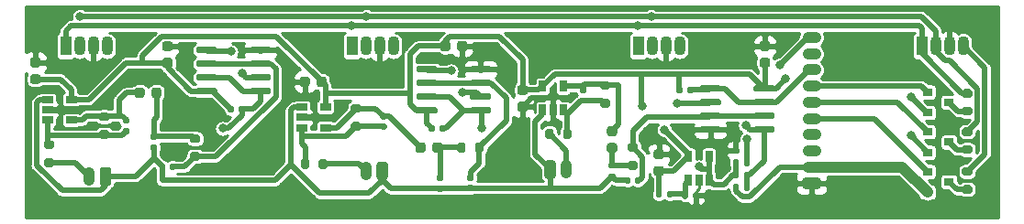
<source format=gbr>
G04 #@! TF.GenerationSoftware,KiCad,Pcbnew,(5.1.9)-1*
G04 #@! TF.CreationDate,2021-02-09T21:25:51+02:00*
G04 #@! TF.ProjectId,jantteri-secondary,6a616e74-7465-4726-992d-7365636f6e64,rev?*
G04 #@! TF.SameCoordinates,Original*
G04 #@! TF.FileFunction,Copper,L1,Top*
G04 #@! TF.FilePolarity,Positive*
%FSLAX46Y46*%
G04 Gerber Fmt 4.6, Leading zero omitted, Abs format (unit mm)*
G04 Created by KiCad (PCBNEW (5.1.9)-1) date 2021-02-09 21:25:51*
%MOMM*%
%LPD*%
G01*
G04 APERTURE LIST*
G04 #@! TA.AperFunction,ComponentPad*
%ADD10O,1.070000X1.800000*%
G04 #@! TD*
G04 #@! TA.AperFunction,ComponentPad*
%ADD11R,1.070000X1.800000*%
G04 #@! TD*
G04 #@! TA.AperFunction,SMDPad,CuDef*
%ADD12R,0.900000X0.800000*%
G04 #@! TD*
G04 #@! TA.AperFunction,SMDPad,CuDef*
%ADD13R,1.060000X0.650000*%
G04 #@! TD*
G04 #@! TA.AperFunction,SMDPad,CuDef*
%ADD14R,0.650000X1.060000*%
G04 #@! TD*
G04 #@! TA.AperFunction,ComponentPad*
%ADD15O,1.030000X1.730000*%
G04 #@! TD*
G04 #@! TA.AperFunction,ComponentPad*
%ADD16O,1.730000X1.030000*%
G04 #@! TD*
G04 #@! TA.AperFunction,ViaPad*
%ADD17C,0.800000*%
G04 #@! TD*
G04 #@! TA.AperFunction,Conductor*
%ADD18C,0.500000*%
G04 #@! TD*
G04 #@! TA.AperFunction,Conductor*
%ADD19C,1.000000*%
G04 #@! TD*
G04 #@! TA.AperFunction,Conductor*
%ADD20C,0.250000*%
G04 #@! TD*
G04 #@! TA.AperFunction,Conductor*
%ADD21C,0.254000*%
G04 #@! TD*
G04 #@! TA.AperFunction,Conductor*
%ADD22C,0.100000*%
G04 #@! TD*
G04 APERTURE END LIST*
D10*
X111506000Y-67564000D03*
X110236000Y-67564000D03*
X108966000Y-67564000D03*
D11*
X107696000Y-67564000D03*
G04 #@! TA.AperFunction,SMDPad,CuDef*
G36*
G01*
X60282000Y-74198000D02*
X60622000Y-74198000D01*
G75*
G02*
X60762000Y-74338000I0J-140000D01*
G01*
X60762000Y-74618000D01*
G75*
G02*
X60622000Y-74758000I-140000J0D01*
G01*
X60282000Y-74758000D01*
G75*
G02*
X60142000Y-74618000I0J140000D01*
G01*
X60142000Y-74338000D01*
G75*
G02*
X60282000Y-74198000I140000J0D01*
G01*
G37*
G04 #@! TD.AperFunction*
G04 #@! TA.AperFunction,SMDPad,CuDef*
G36*
G01*
X60282000Y-75158000D02*
X60622000Y-75158000D01*
G75*
G02*
X60762000Y-75298000I0J-140000D01*
G01*
X60762000Y-75578000D01*
G75*
G02*
X60622000Y-75718000I-140000J0D01*
G01*
X60282000Y-75718000D01*
G75*
G02*
X60142000Y-75578000I0J140000D01*
G01*
X60142000Y-75298000D01*
G75*
G02*
X60282000Y-75158000I140000J0D01*
G01*
G37*
G04 #@! TD.AperFunction*
G04 #@! TA.AperFunction,SMDPad,CuDef*
G36*
G01*
X52320000Y-71075000D02*
X51820000Y-71075000D01*
G75*
G02*
X51595000Y-70850000I0J225000D01*
G01*
X51595000Y-70400000D01*
G75*
G02*
X51820000Y-70175000I225000J0D01*
G01*
X52320000Y-70175000D01*
G75*
G02*
X52545000Y-70400000I0J-225000D01*
G01*
X52545000Y-70850000D01*
G75*
G02*
X52320000Y-71075000I-225000J0D01*
G01*
G37*
G04 #@! TD.AperFunction*
G04 #@! TA.AperFunction,SMDPad,CuDef*
G36*
G01*
X52320000Y-69525000D02*
X51820000Y-69525000D01*
G75*
G02*
X51595000Y-69300000I0J225000D01*
G01*
X51595000Y-68850000D01*
G75*
G02*
X51820000Y-68625000I225000J0D01*
G01*
X52320000Y-68625000D01*
G75*
G02*
X52545000Y-68850000I0J-225000D01*
G01*
X52545000Y-69300000D01*
G75*
G02*
X52320000Y-69525000I-225000J0D01*
G01*
G37*
G04 #@! TD.AperFunction*
G04 #@! TA.AperFunction,SMDPad,CuDef*
G36*
G01*
X63696000Y-71632000D02*
X63696000Y-72132000D01*
G75*
G02*
X63471000Y-72357000I-225000J0D01*
G01*
X63021000Y-72357000D01*
G75*
G02*
X62796000Y-72132000I0J225000D01*
G01*
X62796000Y-71632000D01*
G75*
G02*
X63021000Y-71407000I225000J0D01*
G01*
X63471000Y-71407000D01*
G75*
G02*
X63696000Y-71632000I0J-225000D01*
G01*
G37*
G04 #@! TD.AperFunction*
G04 #@! TA.AperFunction,SMDPad,CuDef*
G36*
G01*
X62146000Y-71632000D02*
X62146000Y-72132000D01*
G75*
G02*
X61921000Y-72357000I-225000J0D01*
G01*
X61471000Y-72357000D01*
G75*
G02*
X61246000Y-72132000I0J225000D01*
G01*
X61246000Y-71632000D01*
G75*
G02*
X61471000Y-71407000I225000J0D01*
G01*
X61921000Y-71407000D01*
G75*
G02*
X62146000Y-71632000I0J-225000D01*
G01*
G37*
G04 #@! TD.AperFunction*
G04 #@! TA.AperFunction,SMDPad,CuDef*
G36*
G01*
X65022000Y-78570000D02*
X65022000Y-78910000D01*
G75*
G02*
X64882000Y-79050000I-140000J0D01*
G01*
X64602000Y-79050000D01*
G75*
G02*
X64462000Y-78910000I0J140000D01*
G01*
X64462000Y-78570000D01*
G75*
G02*
X64602000Y-78430000I140000J0D01*
G01*
X64882000Y-78430000D01*
G75*
G02*
X65022000Y-78570000I0J-140000D01*
G01*
G37*
G04 #@! TD.AperFunction*
G04 #@! TA.AperFunction,SMDPad,CuDef*
G36*
G01*
X64062000Y-78570000D02*
X64062000Y-78910000D01*
G75*
G02*
X63922000Y-79050000I-140000J0D01*
G01*
X63642000Y-79050000D01*
G75*
G02*
X63502000Y-78910000I0J140000D01*
G01*
X63502000Y-78570000D01*
G75*
G02*
X63642000Y-78430000I140000J0D01*
G01*
X63922000Y-78430000D01*
G75*
G02*
X64062000Y-78570000I0J-140000D01*
G01*
G37*
G04 #@! TD.AperFunction*
G04 #@! TA.AperFunction,SMDPad,CuDef*
G36*
G01*
X64512000Y-69564000D02*
X64012000Y-69564000D01*
G75*
G02*
X63787000Y-69339000I0J225000D01*
G01*
X63787000Y-68889000D01*
G75*
G02*
X64012000Y-68664000I225000J0D01*
G01*
X64512000Y-68664000D01*
G75*
G02*
X64737000Y-68889000I0J-225000D01*
G01*
X64737000Y-69339000D01*
G75*
G02*
X64512000Y-69564000I-225000J0D01*
G01*
G37*
G04 #@! TD.AperFunction*
G04 #@! TA.AperFunction,SMDPad,CuDef*
G36*
G01*
X64512000Y-68014000D02*
X64012000Y-68014000D01*
G75*
G02*
X63787000Y-67789000I0J225000D01*
G01*
X63787000Y-67339000D01*
G75*
G02*
X64012000Y-67114000I225000J0D01*
G01*
X64512000Y-67114000D01*
G75*
G02*
X64737000Y-67339000I0J-225000D01*
G01*
X64737000Y-67789000D01*
G75*
G02*
X64512000Y-68014000I-225000J0D01*
G01*
G37*
G04 #@! TD.AperFunction*
G04 #@! TA.AperFunction,SMDPad,CuDef*
G36*
G01*
X109851000Y-78034000D02*
X109351000Y-78034000D01*
G75*
G02*
X109126000Y-77809000I0J225000D01*
G01*
X109126000Y-77359000D01*
G75*
G02*
X109351000Y-77134000I225000J0D01*
G01*
X109851000Y-77134000D01*
G75*
G02*
X110076000Y-77359000I0J-225000D01*
G01*
X110076000Y-77809000D01*
G75*
G02*
X109851000Y-78034000I-225000J0D01*
G01*
G37*
G04 #@! TD.AperFunction*
G04 #@! TA.AperFunction,SMDPad,CuDef*
G36*
G01*
X109851000Y-79584000D02*
X109351000Y-79584000D01*
G75*
G02*
X109126000Y-79359000I0J225000D01*
G01*
X109126000Y-78909000D01*
G75*
G02*
X109351000Y-78684000I225000J0D01*
G01*
X109851000Y-78684000D01*
G75*
G02*
X110076000Y-78909000I0J-225000D01*
G01*
X110076000Y-79359000D01*
G75*
G02*
X109851000Y-79584000I-225000J0D01*
G01*
G37*
G04 #@! TD.AperFunction*
G04 #@! TA.AperFunction,SMDPad,CuDef*
G36*
G01*
X84031000Y-74749000D02*
X84371000Y-74749000D01*
G75*
G02*
X84511000Y-74889000I0J-140000D01*
G01*
X84511000Y-75169000D01*
G75*
G02*
X84371000Y-75309000I-140000J0D01*
G01*
X84031000Y-75309000D01*
G75*
G02*
X83891000Y-75169000I0J140000D01*
G01*
X83891000Y-74889000D01*
G75*
G02*
X84031000Y-74749000I140000J0D01*
G01*
G37*
G04 #@! TD.AperFunction*
G04 #@! TA.AperFunction,SMDPad,CuDef*
G36*
G01*
X84031000Y-73789000D02*
X84371000Y-73789000D01*
G75*
G02*
X84511000Y-73929000I0J-140000D01*
G01*
X84511000Y-74209000D01*
G75*
G02*
X84371000Y-74349000I-140000J0D01*
G01*
X84031000Y-74349000D01*
G75*
G02*
X83891000Y-74209000I0J140000D01*
G01*
X83891000Y-73929000D01*
G75*
G02*
X84031000Y-73789000I140000J0D01*
G01*
G37*
G04 #@! TD.AperFunction*
G04 #@! TA.AperFunction,SMDPad,CuDef*
G36*
G01*
X77386000Y-70616000D02*
X77386000Y-71116000D01*
G75*
G02*
X77161000Y-71341000I-225000J0D01*
G01*
X76711000Y-71341000D01*
G75*
G02*
X76486000Y-71116000I0J225000D01*
G01*
X76486000Y-70616000D01*
G75*
G02*
X76711000Y-70391000I225000J0D01*
G01*
X77161000Y-70391000D01*
G75*
G02*
X77386000Y-70616000I0J-225000D01*
G01*
G37*
G04 #@! TD.AperFunction*
G04 #@! TA.AperFunction,SMDPad,CuDef*
G36*
G01*
X78936000Y-70616000D02*
X78936000Y-71116000D01*
G75*
G02*
X78711000Y-71341000I-225000J0D01*
G01*
X78261000Y-71341000D01*
G75*
G02*
X78036000Y-71116000I0J225000D01*
G01*
X78036000Y-70616000D01*
G75*
G02*
X78261000Y-70391000I225000J0D01*
G01*
X78711000Y-70391000D01*
G75*
G02*
X78936000Y-70616000I0J-225000D01*
G01*
G37*
G04 #@! TD.AperFunction*
G04 #@! TA.AperFunction,SMDPad,CuDef*
G36*
G01*
X89617000Y-76712000D02*
X89617000Y-77212000D01*
G75*
G02*
X89392000Y-77437000I-225000J0D01*
G01*
X88942000Y-77437000D01*
G75*
G02*
X88717000Y-77212000I0J225000D01*
G01*
X88717000Y-76712000D01*
G75*
G02*
X88942000Y-76487000I225000J0D01*
G01*
X89392000Y-76487000D01*
G75*
G02*
X89617000Y-76712000I0J-225000D01*
G01*
G37*
G04 #@! TD.AperFunction*
G04 #@! TA.AperFunction,SMDPad,CuDef*
G36*
G01*
X88067000Y-76712000D02*
X88067000Y-77212000D01*
G75*
G02*
X87842000Y-77437000I-225000J0D01*
G01*
X87392000Y-77437000D01*
G75*
G02*
X87167000Y-77212000I0J225000D01*
G01*
X87167000Y-76712000D01*
G75*
G02*
X87392000Y-76487000I225000J0D01*
G01*
X87842000Y-76487000D01*
G75*
G02*
X88067000Y-76712000I0J-225000D01*
G01*
G37*
G04 #@! TD.AperFunction*
G04 #@! TA.AperFunction,SMDPad,CuDef*
G36*
G01*
X92032000Y-80436000D02*
X92372000Y-80436000D01*
G75*
G02*
X92512000Y-80576000I0J-140000D01*
G01*
X92512000Y-80856000D01*
G75*
G02*
X92372000Y-80996000I-140000J0D01*
G01*
X92032000Y-80996000D01*
G75*
G02*
X91892000Y-80856000I0J140000D01*
G01*
X91892000Y-80576000D01*
G75*
G02*
X92032000Y-80436000I140000J0D01*
G01*
G37*
G04 #@! TD.AperFunction*
G04 #@! TA.AperFunction,SMDPad,CuDef*
G36*
G01*
X92032000Y-79476000D02*
X92372000Y-79476000D01*
G75*
G02*
X92512000Y-79616000I0J-140000D01*
G01*
X92512000Y-79896000D01*
G75*
G02*
X92372000Y-80036000I-140000J0D01*
G01*
X92032000Y-80036000D01*
G75*
G02*
X91892000Y-79896000I0J140000D01*
G01*
X91892000Y-79616000D01*
G75*
G02*
X92032000Y-79476000I140000J0D01*
G01*
G37*
G04 #@! TD.AperFunction*
G04 #@! TA.AperFunction,SMDPad,CuDef*
G36*
G01*
X91003000Y-67814000D02*
X91003000Y-67314000D01*
G75*
G02*
X91228000Y-67089000I225000J0D01*
G01*
X91678000Y-67089000D01*
G75*
G02*
X91903000Y-67314000I0J-225000D01*
G01*
X91903000Y-67814000D01*
G75*
G02*
X91678000Y-68039000I-225000J0D01*
G01*
X91228000Y-68039000D01*
G75*
G02*
X91003000Y-67814000I0J225000D01*
G01*
G37*
G04 #@! TD.AperFunction*
G04 #@! TA.AperFunction,SMDPad,CuDef*
G36*
G01*
X89453000Y-67814000D02*
X89453000Y-67314000D01*
G75*
G02*
X89678000Y-67089000I225000J0D01*
G01*
X90128000Y-67089000D01*
G75*
G02*
X90353000Y-67314000I0J-225000D01*
G01*
X90353000Y-67814000D01*
G75*
G02*
X90128000Y-68039000I-225000J0D01*
G01*
X89678000Y-68039000D01*
G75*
G02*
X89453000Y-67814000I0J225000D01*
G01*
G37*
G04 #@! TD.AperFunction*
G04 #@! TA.AperFunction,SMDPad,CuDef*
G36*
G01*
X102446000Y-72336000D02*
X102786000Y-72336000D01*
G75*
G02*
X102926000Y-72476000I0J-140000D01*
G01*
X102926000Y-72756000D01*
G75*
G02*
X102786000Y-72896000I-140000J0D01*
G01*
X102446000Y-72896000D01*
G75*
G02*
X102306000Y-72756000I0J140000D01*
G01*
X102306000Y-72476000D01*
G75*
G02*
X102446000Y-72336000I140000J0D01*
G01*
G37*
G04 #@! TD.AperFunction*
G04 #@! TA.AperFunction,SMDPad,CuDef*
G36*
G01*
X102446000Y-71376000D02*
X102786000Y-71376000D01*
G75*
G02*
X102926000Y-71516000I0J-140000D01*
G01*
X102926000Y-71796000D01*
G75*
G02*
X102786000Y-71936000I-140000J0D01*
G01*
X102446000Y-71936000D01*
G75*
G02*
X102306000Y-71796000I0J140000D01*
G01*
X102306000Y-71516000D01*
G75*
G02*
X102446000Y-71376000I140000J0D01*
G01*
G37*
G04 #@! TD.AperFunction*
G04 #@! TA.AperFunction,SMDPad,CuDef*
G36*
G01*
X96778000Y-72728000D02*
X97278000Y-72728000D01*
G75*
G02*
X97503000Y-72953000I0J-225000D01*
G01*
X97503000Y-73403000D01*
G75*
G02*
X97278000Y-73628000I-225000J0D01*
G01*
X96778000Y-73628000D01*
G75*
G02*
X96553000Y-73403000I0J225000D01*
G01*
X96553000Y-72953000D01*
G75*
G02*
X96778000Y-72728000I225000J0D01*
G01*
G37*
G04 #@! TD.AperFunction*
G04 #@! TA.AperFunction,SMDPad,CuDef*
G36*
G01*
X96778000Y-71178000D02*
X97278000Y-71178000D01*
G75*
G02*
X97503000Y-71403000I0J-225000D01*
G01*
X97503000Y-71853000D01*
G75*
G02*
X97278000Y-72078000I-225000J0D01*
G01*
X96778000Y-72078000D01*
G75*
G02*
X96553000Y-71853000I0J225000D01*
G01*
X96553000Y-71403000D01*
G75*
G02*
X96778000Y-71178000I225000J0D01*
G01*
G37*
G04 #@! TD.AperFunction*
G04 #@! TA.AperFunction,SMDPad,CuDef*
G36*
G01*
X105533000Y-75888000D02*
X105033000Y-75888000D01*
G75*
G02*
X104808000Y-75663000I0J225000D01*
G01*
X104808000Y-75213000D01*
G75*
G02*
X105033000Y-74988000I225000J0D01*
G01*
X105533000Y-74988000D01*
G75*
G02*
X105758000Y-75213000I0J-225000D01*
G01*
X105758000Y-75663000D01*
G75*
G02*
X105533000Y-75888000I-225000J0D01*
G01*
G37*
G04 #@! TD.AperFunction*
G04 #@! TA.AperFunction,SMDPad,CuDef*
G36*
G01*
X105533000Y-77438000D02*
X105033000Y-77438000D01*
G75*
G02*
X104808000Y-77213000I0J225000D01*
G01*
X104808000Y-76763000D01*
G75*
G02*
X105033000Y-76538000I225000J0D01*
G01*
X105533000Y-76538000D01*
G75*
G02*
X105758000Y-76763000I0J-225000D01*
G01*
X105758000Y-77213000D01*
G75*
G02*
X105533000Y-77438000I-225000J0D01*
G01*
G37*
G04 #@! TD.AperFunction*
G04 #@! TA.AperFunction,SMDPad,CuDef*
G36*
G01*
X107948000Y-79840000D02*
X107948000Y-80180000D01*
G75*
G02*
X107808000Y-80320000I-140000J0D01*
G01*
X107528000Y-80320000D01*
G75*
G02*
X107388000Y-80180000I0J140000D01*
G01*
X107388000Y-79840000D01*
G75*
G02*
X107528000Y-79700000I140000J0D01*
G01*
X107808000Y-79700000D01*
G75*
G02*
X107948000Y-79840000I0J-140000D01*
G01*
G37*
G04 #@! TD.AperFunction*
G04 #@! TA.AperFunction,SMDPad,CuDef*
G36*
G01*
X106988000Y-79840000D02*
X106988000Y-80180000D01*
G75*
G02*
X106848000Y-80320000I-140000J0D01*
G01*
X106568000Y-80320000D01*
G75*
G02*
X106428000Y-80180000I0J140000D01*
G01*
X106428000Y-79840000D01*
G75*
G02*
X106568000Y-79700000I140000J0D01*
G01*
X106848000Y-79700000D01*
G75*
G02*
X106988000Y-79840000I0J-140000D01*
G01*
G37*
G04 #@! TD.AperFunction*
G04 #@! TA.AperFunction,SMDPad,CuDef*
G36*
G01*
X119630000Y-69551000D02*
X119130000Y-69551000D01*
G75*
G02*
X118905000Y-69326000I0J225000D01*
G01*
X118905000Y-68876000D01*
G75*
G02*
X119130000Y-68651000I225000J0D01*
G01*
X119630000Y-68651000D01*
G75*
G02*
X119855000Y-68876000I0J-225000D01*
G01*
X119855000Y-69326000D01*
G75*
G02*
X119630000Y-69551000I-225000J0D01*
G01*
G37*
G04 #@! TD.AperFunction*
G04 #@! TA.AperFunction,SMDPad,CuDef*
G36*
G01*
X119630000Y-68001000D02*
X119130000Y-68001000D01*
G75*
G02*
X118905000Y-67776000I0J225000D01*
G01*
X118905000Y-67326000D01*
G75*
G02*
X119130000Y-67101000I225000J0D01*
G01*
X119630000Y-67101000D01*
G75*
G02*
X119855000Y-67326000I0J-225000D01*
G01*
X119855000Y-67776000D01*
G75*
G02*
X119630000Y-68001000I-225000J0D01*
G01*
G37*
G04 #@! TD.AperFunction*
X54864000Y-67564000D03*
D10*
X56134000Y-67564000D03*
X57404000Y-67564000D03*
X58674000Y-67564000D03*
D11*
X133858000Y-67564000D03*
D10*
X135128000Y-67564000D03*
X136398000Y-67564000D03*
X137668000Y-67564000D03*
X85090000Y-67564000D03*
X83820000Y-67564000D03*
X82550000Y-67564000D03*
D11*
X81280000Y-67564000D03*
D12*
X134382000Y-71821000D03*
X134382000Y-73721000D03*
X136382000Y-72771000D03*
X136382000Y-80137000D03*
X134382000Y-81087000D03*
X134382000Y-79187000D03*
X134382000Y-75504000D03*
X134382000Y-77404000D03*
X136382000Y-76454000D03*
G04 #@! TA.AperFunction,SMDPad,CuDef*
G36*
G01*
X53065000Y-76308000D02*
X53615000Y-76308000D01*
G75*
G02*
X53815000Y-76508000I0J-200000D01*
G01*
X53815000Y-76908000D01*
G75*
G02*
X53615000Y-77108000I-200000J0D01*
G01*
X53065000Y-77108000D01*
G75*
G02*
X52865000Y-76908000I0J200000D01*
G01*
X52865000Y-76508000D01*
G75*
G02*
X53065000Y-76308000I200000J0D01*
G01*
G37*
G04 #@! TD.AperFunction*
G04 #@! TA.AperFunction,SMDPad,CuDef*
G36*
G01*
X53065000Y-77958000D02*
X53615000Y-77958000D01*
G75*
G02*
X53815000Y-78158000I0J-200000D01*
G01*
X53815000Y-78558000D01*
G75*
G02*
X53615000Y-78758000I-200000J0D01*
G01*
X53065000Y-78758000D01*
G75*
G02*
X52865000Y-78558000I0J200000D01*
G01*
X52865000Y-78158000D01*
G75*
G02*
X53065000Y-77958000I200000J0D01*
G01*
G37*
G04 #@! TD.AperFunction*
G04 #@! TA.AperFunction,SMDPad,CuDef*
G36*
G01*
X67077000Y-78187000D02*
X66527000Y-78187000D01*
G75*
G02*
X66327000Y-77987000I0J200000D01*
G01*
X66327000Y-77587000D01*
G75*
G02*
X66527000Y-77387000I200000J0D01*
G01*
X67077000Y-77387000D01*
G75*
G02*
X67277000Y-77587000I0J-200000D01*
G01*
X67277000Y-77987000D01*
G75*
G02*
X67077000Y-78187000I-200000J0D01*
G01*
G37*
G04 #@! TD.AperFunction*
G04 #@! TA.AperFunction,SMDPad,CuDef*
G36*
G01*
X67077000Y-76537000D02*
X66527000Y-76537000D01*
G75*
G02*
X66327000Y-76337000I0J200000D01*
G01*
X66327000Y-75937000D01*
G75*
G02*
X66527000Y-75737000I200000J0D01*
G01*
X67077000Y-75737000D01*
G75*
G02*
X67277000Y-75937000I0J-200000D01*
G01*
X67277000Y-76337000D01*
G75*
G02*
X67077000Y-76537000I-200000J0D01*
G01*
G37*
G04 #@! TD.AperFunction*
G04 #@! TA.AperFunction,SMDPad,CuDef*
G36*
G01*
X110349000Y-81465000D02*
X110349000Y-81095000D01*
G75*
G02*
X110484000Y-80960000I135000J0D01*
G01*
X110754000Y-80960000D01*
G75*
G02*
X110889000Y-81095000I0J-135000D01*
G01*
X110889000Y-81465000D01*
G75*
G02*
X110754000Y-81600000I-135000J0D01*
G01*
X110484000Y-81600000D01*
G75*
G02*
X110349000Y-81465000I0J135000D01*
G01*
G37*
G04 #@! TD.AperFunction*
G04 #@! TA.AperFunction,SMDPad,CuDef*
G36*
G01*
X109329000Y-81465000D02*
X109329000Y-81095000D01*
G75*
G02*
X109464000Y-80960000I135000J0D01*
G01*
X109734000Y-80960000D01*
G75*
G02*
X109869000Y-81095000I0J-135000D01*
G01*
X109869000Y-81465000D01*
G75*
G02*
X109734000Y-81600000I-135000J0D01*
G01*
X109464000Y-81600000D01*
G75*
G02*
X109329000Y-81465000I0J135000D01*
G01*
G37*
G04 #@! TD.AperFunction*
G04 #@! TA.AperFunction,SMDPad,CuDef*
G36*
G01*
X112764000Y-81592000D02*
X112764000Y-81222000D01*
G75*
G02*
X112899000Y-81087000I135000J0D01*
G01*
X113169000Y-81087000D01*
G75*
G02*
X113304000Y-81222000I0J-135000D01*
G01*
X113304000Y-81592000D01*
G75*
G02*
X113169000Y-81727000I-135000J0D01*
G01*
X112899000Y-81727000D01*
G75*
G02*
X112764000Y-81592000I0J135000D01*
G01*
G37*
G04 #@! TD.AperFunction*
G04 #@! TA.AperFunction,SMDPad,CuDef*
G36*
G01*
X111744000Y-81592000D02*
X111744000Y-81222000D01*
G75*
G02*
X111879000Y-81087000I135000J0D01*
G01*
X112149000Y-81087000D01*
G75*
G02*
X112284000Y-81222000I0J-135000D01*
G01*
X112284000Y-81592000D01*
G75*
G02*
X112149000Y-81727000I-135000J0D01*
G01*
X111879000Y-81727000D01*
G75*
G02*
X111744000Y-81592000I0J135000D01*
G01*
G37*
G04 #@! TD.AperFunction*
G04 #@! TA.AperFunction,SMDPad,CuDef*
G36*
G01*
X117461000Y-80830000D02*
X117461000Y-80460000D01*
G75*
G02*
X117596000Y-80325000I135000J0D01*
G01*
X117866000Y-80325000D01*
G75*
G02*
X118001000Y-80460000I0J-135000D01*
G01*
X118001000Y-80830000D01*
G75*
G02*
X117866000Y-80965000I-135000J0D01*
G01*
X117596000Y-80965000D01*
G75*
G02*
X117461000Y-80830000I0J135000D01*
G01*
G37*
G04 #@! TD.AperFunction*
G04 #@! TA.AperFunction,SMDPad,CuDef*
G36*
G01*
X116441000Y-80830000D02*
X116441000Y-80460000D01*
G75*
G02*
X116576000Y-80325000I135000J0D01*
G01*
X116846000Y-80325000D01*
G75*
G02*
X116981000Y-80460000I0J-135000D01*
G01*
X116981000Y-80830000D01*
G75*
G02*
X116846000Y-80965000I-135000J0D01*
G01*
X116576000Y-80965000D01*
G75*
G02*
X116441000Y-80830000I0J135000D01*
G01*
G37*
G04 #@! TD.AperFunction*
G04 #@! TA.AperFunction,SMDPad,CuDef*
G36*
G01*
X118001000Y-79317000D02*
X118001000Y-79687000D01*
G75*
G02*
X117866000Y-79822000I-135000J0D01*
G01*
X117596000Y-79822000D01*
G75*
G02*
X117461000Y-79687000I0J135000D01*
G01*
X117461000Y-79317000D01*
G75*
G02*
X117596000Y-79182000I135000J0D01*
G01*
X117866000Y-79182000D01*
G75*
G02*
X118001000Y-79317000I0J-135000D01*
G01*
G37*
G04 #@! TD.AperFunction*
G04 #@! TA.AperFunction,SMDPad,CuDef*
G36*
G01*
X116981000Y-79317000D02*
X116981000Y-79687000D01*
G75*
G02*
X116846000Y-79822000I-135000J0D01*
G01*
X116576000Y-79822000D01*
G75*
G02*
X116441000Y-79687000I0J135000D01*
G01*
X116441000Y-79317000D01*
G75*
G02*
X116576000Y-79182000I135000J0D01*
G01*
X116846000Y-79182000D01*
G75*
G02*
X116981000Y-79317000I0J-135000D01*
G01*
G37*
G04 #@! TD.AperFunction*
G04 #@! TA.AperFunction,SMDPad,CuDef*
G36*
G01*
X116441000Y-78544000D02*
X116441000Y-78174000D01*
G75*
G02*
X116576000Y-78039000I135000J0D01*
G01*
X116846000Y-78039000D01*
G75*
G02*
X116981000Y-78174000I0J-135000D01*
G01*
X116981000Y-78544000D01*
G75*
G02*
X116846000Y-78679000I-135000J0D01*
G01*
X116576000Y-78679000D01*
G75*
G02*
X116441000Y-78544000I0J135000D01*
G01*
G37*
G04 #@! TD.AperFunction*
G04 #@! TA.AperFunction,SMDPad,CuDef*
G36*
G01*
X117461000Y-78544000D02*
X117461000Y-78174000D01*
G75*
G02*
X117596000Y-78039000I135000J0D01*
G01*
X117866000Y-78039000D01*
G75*
G02*
X118001000Y-78174000I0J-135000D01*
G01*
X118001000Y-78544000D01*
G75*
G02*
X117866000Y-78679000I-135000J0D01*
G01*
X117596000Y-78679000D01*
G75*
G02*
X117461000Y-78544000I0J135000D01*
G01*
G37*
G04 #@! TD.AperFunction*
G04 #@! TA.AperFunction,SMDPad,CuDef*
G36*
G01*
X116981000Y-77031000D02*
X116981000Y-77401000D01*
G75*
G02*
X116846000Y-77536000I-135000J0D01*
G01*
X116576000Y-77536000D01*
G75*
G02*
X116441000Y-77401000I0J135000D01*
G01*
X116441000Y-77031000D01*
G75*
G02*
X116576000Y-76896000I135000J0D01*
G01*
X116846000Y-76896000D01*
G75*
G02*
X116981000Y-77031000I0J-135000D01*
G01*
G37*
G04 #@! TD.AperFunction*
G04 #@! TA.AperFunction,SMDPad,CuDef*
G36*
G01*
X118001000Y-77031000D02*
X118001000Y-77401000D01*
G75*
G02*
X117866000Y-77536000I-135000J0D01*
G01*
X117596000Y-77536000D01*
G75*
G02*
X117461000Y-77401000I0J135000D01*
G01*
X117461000Y-77031000D01*
G75*
G02*
X117596000Y-76896000I135000J0D01*
G01*
X117866000Y-76896000D01*
G75*
G02*
X118001000Y-77031000I0J-135000D01*
G01*
G37*
G04 #@! TD.AperFunction*
G04 #@! TA.AperFunction,SMDPad,CuDef*
G36*
G01*
X78212000Y-78761000D02*
X78212000Y-78211000D01*
G75*
G02*
X78412000Y-78011000I200000J0D01*
G01*
X78812000Y-78011000D01*
G75*
G02*
X79012000Y-78211000I0J-200000D01*
G01*
X79012000Y-78761000D01*
G75*
G02*
X78812000Y-78961000I-200000J0D01*
G01*
X78412000Y-78961000D01*
G75*
G02*
X78212000Y-78761000I0J200000D01*
G01*
G37*
G04 #@! TD.AperFunction*
G04 #@! TA.AperFunction,SMDPad,CuDef*
G36*
G01*
X76562000Y-78761000D02*
X76562000Y-78211000D01*
G75*
G02*
X76762000Y-78011000I200000J0D01*
G01*
X77162000Y-78011000D01*
G75*
G02*
X77362000Y-78211000I0J-200000D01*
G01*
X77362000Y-78761000D01*
G75*
G02*
X77162000Y-78961000I-200000J0D01*
G01*
X76762000Y-78961000D01*
G75*
G02*
X76562000Y-78761000I0J200000D01*
G01*
G37*
G04 #@! TD.AperFunction*
G04 #@! TA.AperFunction,SMDPad,CuDef*
G36*
G01*
X91777000Y-76687000D02*
X91777000Y-77237000D01*
G75*
G02*
X91577000Y-77437000I-200000J0D01*
G01*
X91177000Y-77437000D01*
G75*
G02*
X90977000Y-77237000I0J200000D01*
G01*
X90977000Y-76687000D01*
G75*
G02*
X91177000Y-76487000I200000J0D01*
G01*
X91577000Y-76487000D01*
G75*
G02*
X91777000Y-76687000I0J-200000D01*
G01*
G37*
G04 #@! TD.AperFunction*
G04 #@! TA.AperFunction,SMDPad,CuDef*
G36*
G01*
X93427000Y-76687000D02*
X93427000Y-77237000D01*
G75*
G02*
X93227000Y-77437000I-200000J0D01*
G01*
X92827000Y-77437000D01*
G75*
G02*
X92627000Y-77237000I0J200000D01*
G01*
X92627000Y-76687000D01*
G75*
G02*
X92827000Y-76487000I200000J0D01*
G01*
X93227000Y-76487000D01*
G75*
G02*
X93427000Y-76687000I0J-200000D01*
G01*
G37*
G04 #@! TD.AperFunction*
G04 #@! TA.AperFunction,SMDPad,CuDef*
G36*
G01*
X101555000Y-75417000D02*
X101555000Y-75967000D01*
G75*
G02*
X101355000Y-76167000I-200000J0D01*
G01*
X100955000Y-76167000D01*
G75*
G02*
X100755000Y-75967000I0J200000D01*
G01*
X100755000Y-75417000D01*
G75*
G02*
X100955000Y-75217000I200000J0D01*
G01*
X101355000Y-75217000D01*
G75*
G02*
X101555000Y-75417000I0J-200000D01*
G01*
G37*
G04 #@! TD.AperFunction*
G04 #@! TA.AperFunction,SMDPad,CuDef*
G36*
G01*
X99905000Y-75417000D02*
X99905000Y-75967000D01*
G75*
G02*
X99705000Y-76167000I-200000J0D01*
G01*
X99305000Y-76167000D01*
G75*
G02*
X99105000Y-75967000I0J200000D01*
G01*
X99105000Y-75417000D01*
G75*
G02*
X99305000Y-75217000I200000J0D01*
G01*
X99705000Y-75217000D01*
G75*
G02*
X99905000Y-75417000I0J-200000D01*
G01*
G37*
G04 #@! TD.AperFunction*
G04 #@! TA.AperFunction,SMDPad,CuDef*
G36*
G01*
X106913000Y-78212000D02*
X107463000Y-78212000D01*
G75*
G02*
X107663000Y-78412000I0J-200000D01*
G01*
X107663000Y-78812000D01*
G75*
G02*
X107463000Y-79012000I-200000J0D01*
G01*
X106913000Y-79012000D01*
G75*
G02*
X106713000Y-78812000I0J200000D01*
G01*
X106713000Y-78412000D01*
G75*
G02*
X106913000Y-78212000I200000J0D01*
G01*
G37*
G04 #@! TD.AperFunction*
G04 #@! TA.AperFunction,SMDPad,CuDef*
G36*
G01*
X106913000Y-76562000D02*
X107463000Y-76562000D01*
G75*
G02*
X107663000Y-76762000I0J-200000D01*
G01*
X107663000Y-77162000D01*
G75*
G02*
X107463000Y-77362000I-200000J0D01*
G01*
X106913000Y-77362000D01*
G75*
G02*
X106713000Y-77162000I0J200000D01*
G01*
X106713000Y-76762000D01*
G75*
G02*
X106913000Y-76562000I200000J0D01*
G01*
G37*
G04 #@! TD.AperFunction*
D13*
X55372000Y-72522000D03*
X55372000Y-74422000D03*
X53172000Y-74422000D03*
X53172000Y-73472000D03*
X53172000Y-72522000D03*
G04 #@! TA.AperFunction,SMDPad,CuDef*
G36*
G01*
X73808000Y-71605000D02*
X73808000Y-71905000D01*
G75*
G02*
X73658000Y-72055000I-150000J0D01*
G01*
X72008000Y-72055000D01*
G75*
G02*
X71858000Y-71905000I0J150000D01*
G01*
X71858000Y-71605000D01*
G75*
G02*
X72008000Y-71455000I150000J0D01*
G01*
X73658000Y-71455000D01*
G75*
G02*
X73808000Y-71605000I0J-150000D01*
G01*
G37*
G04 #@! TD.AperFunction*
G04 #@! TA.AperFunction,SMDPad,CuDef*
G36*
G01*
X73808000Y-70335000D02*
X73808000Y-70635000D01*
G75*
G02*
X73658000Y-70785000I-150000J0D01*
G01*
X72008000Y-70785000D01*
G75*
G02*
X71858000Y-70635000I0J150000D01*
G01*
X71858000Y-70335000D01*
G75*
G02*
X72008000Y-70185000I150000J0D01*
G01*
X73658000Y-70185000D01*
G75*
G02*
X73808000Y-70335000I0J-150000D01*
G01*
G37*
G04 #@! TD.AperFunction*
G04 #@! TA.AperFunction,SMDPad,CuDef*
G36*
G01*
X73808000Y-69065000D02*
X73808000Y-69365000D01*
G75*
G02*
X73658000Y-69515000I-150000J0D01*
G01*
X72008000Y-69515000D01*
G75*
G02*
X71858000Y-69365000I0J150000D01*
G01*
X71858000Y-69065000D01*
G75*
G02*
X72008000Y-68915000I150000J0D01*
G01*
X73658000Y-68915000D01*
G75*
G02*
X73808000Y-69065000I0J-150000D01*
G01*
G37*
G04 #@! TD.AperFunction*
G04 #@! TA.AperFunction,SMDPad,CuDef*
G36*
G01*
X73808000Y-67795000D02*
X73808000Y-68095000D01*
G75*
G02*
X73658000Y-68245000I-150000J0D01*
G01*
X72008000Y-68245000D01*
G75*
G02*
X71858000Y-68095000I0J150000D01*
G01*
X71858000Y-67795000D01*
G75*
G02*
X72008000Y-67645000I150000J0D01*
G01*
X73658000Y-67645000D01*
G75*
G02*
X73808000Y-67795000I0J-150000D01*
G01*
G37*
G04 #@! TD.AperFunction*
G04 #@! TA.AperFunction,SMDPad,CuDef*
G36*
G01*
X68858000Y-67795000D02*
X68858000Y-68095000D01*
G75*
G02*
X68708000Y-68245000I-150000J0D01*
G01*
X67058000Y-68245000D01*
G75*
G02*
X66908000Y-68095000I0J150000D01*
G01*
X66908000Y-67795000D01*
G75*
G02*
X67058000Y-67645000I150000J0D01*
G01*
X68708000Y-67645000D01*
G75*
G02*
X68858000Y-67795000I0J-150000D01*
G01*
G37*
G04 #@! TD.AperFunction*
G04 #@! TA.AperFunction,SMDPad,CuDef*
G36*
G01*
X68858000Y-69065000D02*
X68858000Y-69365000D01*
G75*
G02*
X68708000Y-69515000I-150000J0D01*
G01*
X67058000Y-69515000D01*
G75*
G02*
X66908000Y-69365000I0J150000D01*
G01*
X66908000Y-69065000D01*
G75*
G02*
X67058000Y-68915000I150000J0D01*
G01*
X68708000Y-68915000D01*
G75*
G02*
X68858000Y-69065000I0J-150000D01*
G01*
G37*
G04 #@! TD.AperFunction*
G04 #@! TA.AperFunction,SMDPad,CuDef*
G36*
G01*
X68858000Y-70335000D02*
X68858000Y-70635000D01*
G75*
G02*
X68708000Y-70785000I-150000J0D01*
G01*
X67058000Y-70785000D01*
G75*
G02*
X66908000Y-70635000I0J150000D01*
G01*
X66908000Y-70335000D01*
G75*
G02*
X67058000Y-70185000I150000J0D01*
G01*
X68708000Y-70185000D01*
G75*
G02*
X68858000Y-70335000I0J-150000D01*
G01*
G37*
G04 #@! TD.AperFunction*
G04 #@! TA.AperFunction,SMDPad,CuDef*
G36*
G01*
X68858000Y-71605000D02*
X68858000Y-71905000D01*
G75*
G02*
X68708000Y-72055000I-150000J0D01*
G01*
X67058000Y-72055000D01*
G75*
G02*
X66908000Y-71905000I0J150000D01*
G01*
X66908000Y-71605000D01*
G75*
G02*
X67058000Y-71455000I150000J0D01*
G01*
X68708000Y-71455000D01*
G75*
G02*
X68858000Y-71605000I0J-150000D01*
G01*
G37*
G04 #@! TD.AperFunction*
D14*
X112334000Y-79967000D03*
X113284000Y-79967000D03*
X114234000Y-79967000D03*
X114234000Y-77767000D03*
X112334000Y-77767000D03*
D13*
X76624000Y-73218000D03*
X76624000Y-74168000D03*
X76624000Y-75118000D03*
X78824000Y-75118000D03*
X78824000Y-73218000D03*
G04 #@! TA.AperFunction,SMDPad,CuDef*
G36*
G01*
X89178000Y-73383000D02*
X89178000Y-73683000D01*
G75*
G02*
X89028000Y-73833000I-150000J0D01*
G01*
X87378000Y-73833000D01*
G75*
G02*
X87228000Y-73683000I0J150000D01*
G01*
X87228000Y-73383000D01*
G75*
G02*
X87378000Y-73233000I150000J0D01*
G01*
X89028000Y-73233000D01*
G75*
G02*
X89178000Y-73383000I0J-150000D01*
G01*
G37*
G04 #@! TD.AperFunction*
G04 #@! TA.AperFunction,SMDPad,CuDef*
G36*
G01*
X89178000Y-72113000D02*
X89178000Y-72413000D01*
G75*
G02*
X89028000Y-72563000I-150000J0D01*
G01*
X87378000Y-72563000D01*
G75*
G02*
X87228000Y-72413000I0J150000D01*
G01*
X87228000Y-72113000D01*
G75*
G02*
X87378000Y-71963000I150000J0D01*
G01*
X89028000Y-71963000D01*
G75*
G02*
X89178000Y-72113000I0J-150000D01*
G01*
G37*
G04 #@! TD.AperFunction*
G04 #@! TA.AperFunction,SMDPad,CuDef*
G36*
G01*
X89178000Y-70843000D02*
X89178000Y-71143000D01*
G75*
G02*
X89028000Y-71293000I-150000J0D01*
G01*
X87378000Y-71293000D01*
G75*
G02*
X87228000Y-71143000I0J150000D01*
G01*
X87228000Y-70843000D01*
G75*
G02*
X87378000Y-70693000I150000J0D01*
G01*
X89028000Y-70693000D01*
G75*
G02*
X89178000Y-70843000I0J-150000D01*
G01*
G37*
G04 #@! TD.AperFunction*
G04 #@! TA.AperFunction,SMDPad,CuDef*
G36*
G01*
X89178000Y-69573000D02*
X89178000Y-69873000D01*
G75*
G02*
X89028000Y-70023000I-150000J0D01*
G01*
X87378000Y-70023000D01*
G75*
G02*
X87228000Y-69873000I0J150000D01*
G01*
X87228000Y-69573000D01*
G75*
G02*
X87378000Y-69423000I150000J0D01*
G01*
X89028000Y-69423000D01*
G75*
G02*
X89178000Y-69573000I0J-150000D01*
G01*
G37*
G04 #@! TD.AperFunction*
G04 #@! TA.AperFunction,SMDPad,CuDef*
G36*
G01*
X94128000Y-69573000D02*
X94128000Y-69873000D01*
G75*
G02*
X93978000Y-70023000I-150000J0D01*
G01*
X92328000Y-70023000D01*
G75*
G02*
X92178000Y-69873000I0J150000D01*
G01*
X92178000Y-69573000D01*
G75*
G02*
X92328000Y-69423000I150000J0D01*
G01*
X93978000Y-69423000D01*
G75*
G02*
X94128000Y-69573000I0J-150000D01*
G01*
G37*
G04 #@! TD.AperFunction*
G04 #@! TA.AperFunction,SMDPad,CuDef*
G36*
G01*
X94128000Y-70843000D02*
X94128000Y-71143000D01*
G75*
G02*
X93978000Y-71293000I-150000J0D01*
G01*
X92328000Y-71293000D01*
G75*
G02*
X92178000Y-71143000I0J150000D01*
G01*
X92178000Y-70843000D01*
G75*
G02*
X92328000Y-70693000I150000J0D01*
G01*
X93978000Y-70693000D01*
G75*
G02*
X94128000Y-70843000I0J-150000D01*
G01*
G37*
G04 #@! TD.AperFunction*
G04 #@! TA.AperFunction,SMDPad,CuDef*
G36*
G01*
X94128000Y-72113000D02*
X94128000Y-72413000D01*
G75*
G02*
X93978000Y-72563000I-150000J0D01*
G01*
X92328000Y-72563000D01*
G75*
G02*
X92178000Y-72413000I0J150000D01*
G01*
X92178000Y-72113000D01*
G75*
G02*
X92328000Y-71963000I150000J0D01*
G01*
X93978000Y-71963000D01*
G75*
G02*
X94128000Y-72113000I0J-150000D01*
G01*
G37*
G04 #@! TD.AperFunction*
G04 #@! TA.AperFunction,SMDPad,CuDef*
G36*
G01*
X94128000Y-73383000D02*
X94128000Y-73683000D01*
G75*
G02*
X93978000Y-73833000I-150000J0D01*
G01*
X92328000Y-73833000D01*
G75*
G02*
X92178000Y-73683000I0J150000D01*
G01*
X92178000Y-73383000D01*
G75*
G02*
X92328000Y-73233000I150000J0D01*
G01*
X93978000Y-73233000D01*
G75*
G02*
X94128000Y-73383000I0J-150000D01*
G01*
G37*
G04 #@! TD.AperFunction*
D14*
X98872000Y-71290000D03*
X100772000Y-71290000D03*
X100772000Y-73490000D03*
X99822000Y-73490000D03*
X98872000Y-73490000D03*
G04 #@! TA.AperFunction,SMDPad,CuDef*
G36*
G01*
X113390000Y-71651000D02*
X113390000Y-71351000D01*
G75*
G02*
X113540000Y-71201000I150000J0D01*
G01*
X115190000Y-71201000D01*
G75*
G02*
X115340000Y-71351000I0J-150000D01*
G01*
X115340000Y-71651000D01*
G75*
G02*
X115190000Y-71801000I-150000J0D01*
G01*
X113540000Y-71801000D01*
G75*
G02*
X113390000Y-71651000I0J150000D01*
G01*
G37*
G04 #@! TD.AperFunction*
G04 #@! TA.AperFunction,SMDPad,CuDef*
G36*
G01*
X113390000Y-72921000D02*
X113390000Y-72621000D01*
G75*
G02*
X113540000Y-72471000I150000J0D01*
G01*
X115190000Y-72471000D01*
G75*
G02*
X115340000Y-72621000I0J-150000D01*
G01*
X115340000Y-72921000D01*
G75*
G02*
X115190000Y-73071000I-150000J0D01*
G01*
X113540000Y-73071000D01*
G75*
G02*
X113390000Y-72921000I0J150000D01*
G01*
G37*
G04 #@! TD.AperFunction*
G04 #@! TA.AperFunction,SMDPad,CuDef*
G36*
G01*
X113390000Y-74191000D02*
X113390000Y-73891000D01*
G75*
G02*
X113540000Y-73741000I150000J0D01*
G01*
X115190000Y-73741000D01*
G75*
G02*
X115340000Y-73891000I0J-150000D01*
G01*
X115340000Y-74191000D01*
G75*
G02*
X115190000Y-74341000I-150000J0D01*
G01*
X113540000Y-74341000D01*
G75*
G02*
X113390000Y-74191000I0J150000D01*
G01*
G37*
G04 #@! TD.AperFunction*
G04 #@! TA.AperFunction,SMDPad,CuDef*
G36*
G01*
X113390000Y-75461000D02*
X113390000Y-75161000D01*
G75*
G02*
X113540000Y-75011000I150000J0D01*
G01*
X115190000Y-75011000D01*
G75*
G02*
X115340000Y-75161000I0J-150000D01*
G01*
X115340000Y-75461000D01*
G75*
G02*
X115190000Y-75611000I-150000J0D01*
G01*
X113540000Y-75611000D01*
G75*
G02*
X113390000Y-75461000I0J150000D01*
G01*
G37*
G04 #@! TD.AperFunction*
G04 #@! TA.AperFunction,SMDPad,CuDef*
G36*
G01*
X118340000Y-75461000D02*
X118340000Y-75161000D01*
G75*
G02*
X118490000Y-75011000I150000J0D01*
G01*
X120140000Y-75011000D01*
G75*
G02*
X120290000Y-75161000I0J-150000D01*
G01*
X120290000Y-75461000D01*
G75*
G02*
X120140000Y-75611000I-150000J0D01*
G01*
X118490000Y-75611000D01*
G75*
G02*
X118340000Y-75461000I0J150000D01*
G01*
G37*
G04 #@! TD.AperFunction*
G04 #@! TA.AperFunction,SMDPad,CuDef*
G36*
G01*
X118340000Y-74191000D02*
X118340000Y-73891000D01*
G75*
G02*
X118490000Y-73741000I150000J0D01*
G01*
X120140000Y-73741000D01*
G75*
G02*
X120290000Y-73891000I0J-150000D01*
G01*
X120290000Y-74191000D01*
G75*
G02*
X120140000Y-74341000I-150000J0D01*
G01*
X118490000Y-74341000D01*
G75*
G02*
X118340000Y-74191000I0J150000D01*
G01*
G37*
G04 #@! TD.AperFunction*
G04 #@! TA.AperFunction,SMDPad,CuDef*
G36*
G01*
X118340000Y-72921000D02*
X118340000Y-72621000D01*
G75*
G02*
X118490000Y-72471000I150000J0D01*
G01*
X120140000Y-72471000D01*
G75*
G02*
X120290000Y-72621000I0J-150000D01*
G01*
X120290000Y-72921000D01*
G75*
G02*
X120140000Y-73071000I-150000J0D01*
G01*
X118490000Y-73071000D01*
G75*
G02*
X118340000Y-72921000I0J150000D01*
G01*
G37*
G04 #@! TD.AperFunction*
G04 #@! TA.AperFunction,SMDPad,CuDef*
G36*
G01*
X118340000Y-71651000D02*
X118340000Y-71351000D01*
G75*
G02*
X118490000Y-71201000I150000J0D01*
G01*
X120140000Y-71201000D01*
G75*
G02*
X120290000Y-71351000I0J-150000D01*
G01*
X120290000Y-71651000D01*
G75*
G02*
X120140000Y-71801000I-150000J0D01*
G01*
X118490000Y-71801000D01*
G75*
G02*
X118340000Y-71651000I0J150000D01*
G01*
G37*
G04 #@! TD.AperFunction*
G04 #@! TA.AperFunction,SMDPad,CuDef*
G36*
G01*
X58145000Y-75355000D02*
X58695000Y-75355000D01*
G75*
G02*
X58895000Y-75555000I0J-200000D01*
G01*
X58895000Y-75955000D01*
G75*
G02*
X58695000Y-76155000I-200000J0D01*
G01*
X58145000Y-76155000D01*
G75*
G02*
X57945000Y-75955000I0J200000D01*
G01*
X57945000Y-75555000D01*
G75*
G02*
X58145000Y-75355000I200000J0D01*
G01*
G37*
G04 #@! TD.AperFunction*
G04 #@! TA.AperFunction,SMDPad,CuDef*
G36*
G01*
X58145000Y-73705000D02*
X58695000Y-73705000D01*
G75*
G02*
X58895000Y-73905000I0J-200000D01*
G01*
X58895000Y-74305000D01*
G75*
G02*
X58695000Y-74505000I-200000J0D01*
G01*
X58145000Y-74505000D01*
G75*
G02*
X57945000Y-74305000I0J200000D01*
G01*
X57945000Y-73905000D01*
G75*
G02*
X58145000Y-73705000I200000J0D01*
G01*
G37*
G04 #@! TD.AperFunction*
G04 #@! TA.AperFunction,SMDPad,CuDef*
G36*
G01*
X81386000Y-72943000D02*
X81936000Y-72943000D01*
G75*
G02*
X82136000Y-73143000I0J-200000D01*
G01*
X82136000Y-73543000D01*
G75*
G02*
X81936000Y-73743000I-200000J0D01*
G01*
X81386000Y-73743000D01*
G75*
G02*
X81186000Y-73543000I0J200000D01*
G01*
X81186000Y-73143000D01*
G75*
G02*
X81386000Y-72943000I200000J0D01*
G01*
G37*
G04 #@! TD.AperFunction*
G04 #@! TA.AperFunction,SMDPad,CuDef*
G36*
G01*
X81386000Y-74593000D02*
X81936000Y-74593000D01*
G75*
G02*
X82136000Y-74793000I0J-200000D01*
G01*
X82136000Y-75193000D01*
G75*
G02*
X81936000Y-75393000I-200000J0D01*
G01*
X81386000Y-75393000D01*
G75*
G02*
X81186000Y-75193000I0J200000D01*
G01*
X81186000Y-74793000D01*
G75*
G02*
X81386000Y-74593000I200000J0D01*
G01*
G37*
G04 #@! TD.AperFunction*
G04 #@! TA.AperFunction,SMDPad,CuDef*
G36*
G01*
X104373000Y-72457500D02*
X104923000Y-72457500D01*
G75*
G02*
X105123000Y-72657500I0J-200000D01*
G01*
X105123000Y-73057500D01*
G75*
G02*
X104923000Y-73257500I-200000J0D01*
G01*
X104373000Y-73257500D01*
G75*
G02*
X104173000Y-73057500I0J200000D01*
G01*
X104173000Y-72657500D01*
G75*
G02*
X104373000Y-72457500I200000J0D01*
G01*
G37*
G04 #@! TD.AperFunction*
G04 #@! TA.AperFunction,SMDPad,CuDef*
G36*
G01*
X104373000Y-70807500D02*
X104923000Y-70807500D01*
G75*
G02*
X105123000Y-71007500I0J-200000D01*
G01*
X105123000Y-71407500D01*
G75*
G02*
X104923000Y-71607500I-200000J0D01*
G01*
X104373000Y-71607500D01*
G75*
G02*
X104173000Y-71407500I0J200000D01*
G01*
X104173000Y-71007500D01*
G75*
G02*
X104373000Y-70807500I200000J0D01*
G01*
G37*
G04 #@! TD.AperFunction*
G04 #@! TA.AperFunction,SMDPad,CuDef*
G36*
G01*
X138324000Y-73996000D02*
X137774000Y-73996000D01*
G75*
G02*
X137574000Y-73796000I0J200000D01*
G01*
X137574000Y-73396000D01*
G75*
G02*
X137774000Y-73196000I200000J0D01*
G01*
X138324000Y-73196000D01*
G75*
G02*
X138524000Y-73396000I0J-200000D01*
G01*
X138524000Y-73796000D01*
G75*
G02*
X138324000Y-73996000I-200000J0D01*
G01*
G37*
G04 #@! TD.AperFunction*
G04 #@! TA.AperFunction,SMDPad,CuDef*
G36*
G01*
X138324000Y-72346000D02*
X137774000Y-72346000D01*
G75*
G02*
X137574000Y-72146000I0J200000D01*
G01*
X137574000Y-71746000D01*
G75*
G02*
X137774000Y-71546000I200000J0D01*
G01*
X138324000Y-71546000D01*
G75*
G02*
X138524000Y-71746000I0J-200000D01*
G01*
X138524000Y-72146000D01*
G75*
G02*
X138324000Y-72346000I-200000J0D01*
G01*
G37*
G04 #@! TD.AperFunction*
G04 #@! TA.AperFunction,SMDPad,CuDef*
G36*
G01*
X137774000Y-80435000D02*
X138324000Y-80435000D01*
G75*
G02*
X138524000Y-80635000I0J-200000D01*
G01*
X138524000Y-81035000D01*
G75*
G02*
X138324000Y-81235000I-200000J0D01*
G01*
X137774000Y-81235000D01*
G75*
G02*
X137574000Y-81035000I0J200000D01*
G01*
X137574000Y-80635000D01*
G75*
G02*
X137774000Y-80435000I200000J0D01*
G01*
G37*
G04 #@! TD.AperFunction*
G04 #@! TA.AperFunction,SMDPad,CuDef*
G36*
G01*
X137774000Y-78785000D02*
X138324000Y-78785000D01*
G75*
G02*
X138524000Y-78985000I0J-200000D01*
G01*
X138524000Y-79385000D01*
G75*
G02*
X138324000Y-79585000I-200000J0D01*
G01*
X137774000Y-79585000D01*
G75*
G02*
X137574000Y-79385000I0J200000D01*
G01*
X137574000Y-78985000D01*
G75*
G02*
X137774000Y-78785000I200000J0D01*
G01*
G37*
G04 #@! TD.AperFunction*
G04 #@! TA.AperFunction,SMDPad,CuDef*
G36*
G01*
X137774000Y-75102000D02*
X138324000Y-75102000D01*
G75*
G02*
X138524000Y-75302000I0J-200000D01*
G01*
X138524000Y-75702000D01*
G75*
G02*
X138324000Y-75902000I-200000J0D01*
G01*
X137774000Y-75902000D01*
G75*
G02*
X137574000Y-75702000I0J200000D01*
G01*
X137574000Y-75302000D01*
G75*
G02*
X137774000Y-75102000I200000J0D01*
G01*
G37*
G04 #@! TD.AperFunction*
G04 #@! TA.AperFunction,SMDPad,CuDef*
G36*
G01*
X137774000Y-76752000D02*
X138324000Y-76752000D01*
G75*
G02*
X138524000Y-76952000I0J-200000D01*
G01*
X138524000Y-77352000D01*
G75*
G02*
X138324000Y-77552000I-200000J0D01*
G01*
X137774000Y-77552000D01*
G75*
G02*
X137574000Y-77352000I0J200000D01*
G01*
X137574000Y-76952000D01*
G75*
G02*
X137774000Y-76752000I200000J0D01*
G01*
G37*
G04 #@! TD.AperFunction*
G04 #@! TA.AperFunction,SMDPad,CuDef*
G36*
G01*
X63177000Y-76212000D02*
X62807000Y-76212000D01*
G75*
G02*
X62672000Y-76077000I0J135000D01*
G01*
X62672000Y-75807000D01*
G75*
G02*
X62807000Y-75672000I135000J0D01*
G01*
X63177000Y-75672000D01*
G75*
G02*
X63312000Y-75807000I0J-135000D01*
G01*
X63312000Y-76077000D01*
G75*
G02*
X63177000Y-76212000I-135000J0D01*
G01*
G37*
G04 #@! TD.AperFunction*
G04 #@! TA.AperFunction,SMDPad,CuDef*
G36*
G01*
X63177000Y-77232000D02*
X62807000Y-77232000D01*
G75*
G02*
X62672000Y-77097000I0J135000D01*
G01*
X62672000Y-76827000D01*
G75*
G02*
X62807000Y-76692000I135000J0D01*
G01*
X63177000Y-76692000D01*
G75*
G02*
X63312000Y-76827000I0J-135000D01*
G01*
X63312000Y-77097000D01*
G75*
G02*
X63177000Y-77232000I-135000J0D01*
G01*
G37*
G04 #@! TD.AperFunction*
G04 #@! TA.AperFunction,SMDPad,CuDef*
G36*
G01*
X69832000Y-73591000D02*
X69832000Y-73221000D01*
G75*
G02*
X69967000Y-73086000I135000J0D01*
G01*
X70237000Y-73086000D01*
G75*
G02*
X70372000Y-73221000I0J-135000D01*
G01*
X70372000Y-73591000D01*
G75*
G02*
X70237000Y-73726000I-135000J0D01*
G01*
X69967000Y-73726000D01*
G75*
G02*
X69832000Y-73591000I0J135000D01*
G01*
G37*
G04 #@! TD.AperFunction*
G04 #@! TA.AperFunction,SMDPad,CuDef*
G36*
G01*
X70852000Y-73591000D02*
X70852000Y-73221000D01*
G75*
G02*
X70987000Y-73086000I135000J0D01*
G01*
X71257000Y-73086000D01*
G75*
G02*
X71392000Y-73221000I0J-135000D01*
G01*
X71392000Y-73591000D01*
G75*
G02*
X71257000Y-73726000I-135000J0D01*
G01*
X70987000Y-73726000D01*
G75*
G02*
X70852000Y-73591000I0J135000D01*
G01*
G37*
G04 #@! TD.AperFunction*
G04 #@! TA.AperFunction,SMDPad,CuDef*
G36*
G01*
X89593000Y-80026000D02*
X89223000Y-80026000D01*
G75*
G02*
X89088000Y-79891000I0J135000D01*
G01*
X89088000Y-79621000D01*
G75*
G02*
X89223000Y-79486000I135000J0D01*
G01*
X89593000Y-79486000D01*
G75*
G02*
X89728000Y-79621000I0J-135000D01*
G01*
X89728000Y-79891000D01*
G75*
G02*
X89593000Y-80026000I-135000J0D01*
G01*
G37*
G04 #@! TD.AperFunction*
G04 #@! TA.AperFunction,SMDPad,CuDef*
G36*
G01*
X89593000Y-81046000D02*
X89223000Y-81046000D01*
G75*
G02*
X89088000Y-80911000I0J135000D01*
G01*
X89088000Y-80641000D01*
G75*
G02*
X89223000Y-80506000I135000J0D01*
G01*
X89593000Y-80506000D01*
G75*
G02*
X89728000Y-80641000I0J-135000D01*
G01*
X89728000Y-80911000D01*
G75*
G02*
X89593000Y-81046000I-135000J0D01*
G01*
G37*
G04 #@! TD.AperFunction*
G04 #@! TA.AperFunction,SMDPad,CuDef*
G36*
G01*
X88376000Y-75369000D02*
X88376000Y-74999000D01*
G75*
G02*
X88511000Y-74864000I135000J0D01*
G01*
X88781000Y-74864000D01*
G75*
G02*
X88916000Y-74999000I0J-135000D01*
G01*
X88916000Y-75369000D01*
G75*
G02*
X88781000Y-75504000I-135000J0D01*
G01*
X88511000Y-75504000D01*
G75*
G02*
X88376000Y-75369000I0J135000D01*
G01*
G37*
G04 #@! TD.AperFunction*
G04 #@! TA.AperFunction,SMDPad,CuDef*
G36*
G01*
X89396000Y-75369000D02*
X89396000Y-74999000D01*
G75*
G02*
X89531000Y-74864000I135000J0D01*
G01*
X89801000Y-74864000D01*
G75*
G02*
X89936000Y-74999000I0J-135000D01*
G01*
X89936000Y-75369000D01*
G75*
G02*
X89801000Y-75504000I-135000J0D01*
G01*
X89531000Y-75504000D01*
G75*
G02*
X89396000Y-75369000I0J135000D01*
G01*
G37*
G04 #@! TD.AperFunction*
G04 #@! TA.AperFunction,SMDPad,CuDef*
G36*
G01*
X105468000Y-78881000D02*
X105098000Y-78881000D01*
G75*
G02*
X104963000Y-78746000I0J135000D01*
G01*
X104963000Y-78476000D01*
G75*
G02*
X105098000Y-78341000I135000J0D01*
G01*
X105468000Y-78341000D01*
G75*
G02*
X105603000Y-78476000I0J-135000D01*
G01*
X105603000Y-78746000D01*
G75*
G02*
X105468000Y-78881000I-135000J0D01*
G01*
G37*
G04 #@! TD.AperFunction*
G04 #@! TA.AperFunction,SMDPad,CuDef*
G36*
G01*
X105468000Y-79901000D02*
X105098000Y-79901000D01*
G75*
G02*
X104963000Y-79766000I0J135000D01*
G01*
X104963000Y-79496000D01*
G75*
G02*
X105098000Y-79361000I135000J0D01*
G01*
X105468000Y-79361000D01*
G75*
G02*
X105603000Y-79496000I0J-135000D01*
G01*
X105603000Y-79766000D01*
G75*
G02*
X105468000Y-79901000I-135000J0D01*
G01*
G37*
G04 #@! TD.AperFunction*
G04 #@! TA.AperFunction,SMDPad,CuDef*
G36*
G01*
X111234000Y-71813000D02*
X111234000Y-71443000D01*
G75*
G02*
X111369000Y-71308000I135000J0D01*
G01*
X111639000Y-71308000D01*
G75*
G02*
X111774000Y-71443000I0J-135000D01*
G01*
X111774000Y-71813000D01*
G75*
G02*
X111639000Y-71948000I-135000J0D01*
G01*
X111369000Y-71948000D01*
G75*
G02*
X111234000Y-71813000I0J135000D01*
G01*
G37*
G04 #@! TD.AperFunction*
G04 #@! TA.AperFunction,SMDPad,CuDef*
G36*
G01*
X112254000Y-71813000D02*
X112254000Y-71443000D01*
G75*
G02*
X112389000Y-71308000I135000J0D01*
G01*
X112659000Y-71308000D01*
G75*
G02*
X112794000Y-71443000I0J-135000D01*
G01*
X112794000Y-71813000D01*
G75*
G02*
X112659000Y-71948000I-135000J0D01*
G01*
X112389000Y-71948000D01*
G75*
G02*
X112254000Y-71813000I0J135000D01*
G01*
G37*
G04 #@! TD.AperFunction*
G04 #@! TA.AperFunction,ComponentPad*
G36*
G01*
X59062000Y-79013999D02*
X59062000Y-80244001D01*
G75*
G02*
X58812001Y-80494000I-249999J0D01*
G01*
X58281999Y-80494000D01*
G75*
G02*
X58032000Y-80244001I0J249999D01*
G01*
X58032000Y-79013999D01*
G75*
G02*
X58281999Y-78764000I249999J0D01*
G01*
X58812001Y-78764000D01*
G75*
G02*
X59062000Y-79013999I0J-249999D01*
G01*
G37*
G04 #@! TD.AperFunction*
D15*
X57047000Y-79629000D03*
G04 #@! TA.AperFunction,ComponentPad*
G36*
G01*
X84589000Y-78505999D02*
X84589000Y-79736001D01*
G75*
G02*
X84339001Y-79986000I-249999J0D01*
G01*
X83808999Y-79986000D01*
G75*
G02*
X83559000Y-79736001I0J249999D01*
G01*
X83559000Y-78505999D01*
G75*
G02*
X83808999Y-78256000I249999J0D01*
G01*
X84339001Y-78256000D01*
G75*
G02*
X84589000Y-78505999I0J-249999D01*
G01*
G37*
G04 #@! TD.AperFunction*
X82574000Y-79121000D03*
X101068000Y-78994000D03*
G04 #@! TA.AperFunction,ComponentPad*
G36*
G01*
X99053000Y-79609001D02*
X99053000Y-78378999D01*
G75*
G02*
X99302999Y-78129000I249999J0D01*
G01*
X99833001Y-78129000D01*
G75*
G02*
X100083000Y-78378999I0J-249999D01*
G01*
X100083000Y-79609001D01*
G75*
G02*
X99833001Y-79859000I-249999J0D01*
G01*
X99302999Y-79859000D01*
G75*
G02*
X99053000Y-79609001I0J249999D01*
G01*
G37*
G04 #@! TD.AperFunction*
G04 #@! TA.AperFunction,ComponentPad*
G36*
G01*
X124313001Y-80779000D02*
X123082999Y-80779000D01*
G75*
G02*
X122833000Y-80529001I0J249999D01*
G01*
X122833000Y-79998999D01*
G75*
G02*
X123082999Y-79749000I249999J0D01*
G01*
X124313001Y-79749000D01*
G75*
G02*
X124563000Y-79998999I0J-249999D01*
G01*
X124563000Y-80529001D01*
G75*
G02*
X124313001Y-80779000I-249999J0D01*
G01*
G37*
G04 #@! TD.AperFunction*
D16*
X123698000Y-78764000D03*
X123698000Y-77264000D03*
X123698000Y-75764000D03*
X123698000Y-74264000D03*
X123698000Y-72764000D03*
X123698000Y-71264000D03*
X123698000Y-69764000D03*
X123698000Y-68264000D03*
X123698000Y-66764000D03*
D17*
X108077000Y-73152000D03*
X110109000Y-75311000D03*
X121285000Y-70612000D03*
X132842000Y-72263000D03*
X132842000Y-75819000D03*
X132059000Y-78764000D03*
X54356000Y-73406000D03*
X57404000Y-69342000D03*
X65786000Y-68072000D03*
X73660000Y-75438000D03*
X77724000Y-74168000D03*
X79248000Y-67056000D03*
X93472000Y-68326000D03*
X116332000Y-68072000D03*
X100076000Y-74676000D03*
X108458000Y-75438000D03*
X115443000Y-78740000D03*
X113284000Y-78740000D03*
X108910989Y-64825011D03*
X82621989Y-64825011D03*
X56205989Y-64825011D03*
X81263988Y-65675012D03*
X107679988Y-65675012D03*
X69342000Y-75184000D03*
X120777000Y-69303000D03*
X93218000Y-75184000D03*
X90424000Y-69850000D03*
X70104000Y-68072000D03*
X117602000Y-74891000D03*
X71120000Y-70104000D03*
X91440000Y-71882000D03*
X111252000Y-72898000D03*
X117729000Y-76200000D03*
D18*
X60452000Y-74478000D02*
X60452000Y-74422000D01*
X60452000Y-74422000D02*
X60047500Y-74017500D01*
X59793500Y-74017500D02*
X59793500Y-72540500D01*
X60047500Y-74017500D02*
X59793500Y-74017500D01*
X59793500Y-74017500D02*
X58420000Y-74017500D01*
X60452000Y-71882000D02*
X61696000Y-71882000D01*
X59793500Y-72540500D02*
X60452000Y-71882000D01*
X55372000Y-74422000D02*
X56388000Y-74422000D01*
X56792500Y-74017500D02*
X58420000Y-74017500D01*
X56388000Y-74422000D02*
X56792500Y-74017500D01*
X53172000Y-76540000D02*
X53340000Y-76708000D01*
X60047500Y-75842500D02*
X60452000Y-75438000D01*
X58420000Y-75842500D02*
X60047500Y-75842500D01*
X53189500Y-75842500D02*
X53172000Y-75860000D01*
X58420000Y-75842500D02*
X53189500Y-75842500D01*
X53172000Y-75860000D02*
X53172000Y-76540000D01*
X53172000Y-74422000D02*
X53172000Y-75860000D01*
X119315000Y-71501000D02*
X119315000Y-71439000D01*
X98534000Y-71628000D02*
X98872000Y-71290000D01*
X97028000Y-71628000D02*
X98534000Y-71628000D01*
X88203000Y-74741000D02*
X88646000Y-75184000D01*
X88203000Y-73533000D02*
X88203000Y-74741000D01*
X87228000Y-73533000D02*
X88203000Y-73533000D01*
X86614000Y-72919000D02*
X87228000Y-73533000D01*
X87376000Y-67564000D02*
X86614000Y-68326000D01*
X89903000Y-67564000D02*
X87376000Y-67564000D01*
X78824000Y-71204000D02*
X78486000Y-70866000D01*
X86530000Y-71966000D02*
X86614000Y-71882000D01*
X86614000Y-71882000D02*
X86614000Y-72919000D01*
X86614000Y-68326000D02*
X86614000Y-71882000D01*
X78824000Y-71966000D02*
X86530000Y-71966000D01*
X78824000Y-73218000D02*
X78824000Y-71966000D01*
X78824000Y-71966000D02*
X78824000Y-71204000D01*
X97028000Y-71628000D02*
X97028000Y-68834000D01*
X89903000Y-67069000D02*
X89903000Y-67564000D01*
X94832990Y-66638990D02*
X90333010Y-66638990D01*
X90333010Y-66638990D02*
X89903000Y-67069000D01*
X97028000Y-68834000D02*
X94832990Y-66638990D01*
X68451000Y-71755000D02*
X70102000Y-73406000D01*
X67883000Y-71755000D02*
X68451000Y-71755000D01*
X64262000Y-69114000D02*
X64262000Y-69596000D01*
X66421000Y-71755000D02*
X67883000Y-71755000D01*
X64262000Y-69596000D02*
X66421000Y-71755000D01*
X55372000Y-72522000D02*
X55372000Y-71628000D01*
X54369000Y-70625000D02*
X52070000Y-70625000D01*
X55372000Y-71628000D02*
X54369000Y-70625000D01*
X57018000Y-72522000D02*
X55372000Y-72522000D01*
X60426000Y-69114000D02*
X57018000Y-72522000D01*
X100004510Y-70157490D02*
X98872000Y-71290000D01*
X119315000Y-71501000D02*
X117971490Y-70157490D01*
X61950000Y-68446390D02*
X61950000Y-69114000D01*
X63732400Y-66663990D02*
X61950000Y-68446390D01*
X78486000Y-70866000D02*
X74283990Y-66663990D01*
X61950000Y-69114000D02*
X60426000Y-69114000D01*
X74283990Y-66663990D02*
X63732400Y-66663990D01*
X64262000Y-69114000D02*
X61950000Y-69114000D01*
X116711000Y-80965000D02*
X117280000Y-81534000D01*
X116711000Y-80645000D02*
X116711000Y-80965000D01*
X110967000Y-79134000D02*
X112334000Y-77767000D01*
X109601000Y-79134000D02*
X110967000Y-79134000D01*
X109601000Y-81278000D02*
X109599000Y-81280000D01*
X109601000Y-79134000D02*
X109601000Y-81278000D01*
X112334000Y-77767000D02*
X112334000Y-77536000D01*
X112334000Y-77536000D02*
X110109000Y-75311000D01*
X108023510Y-73098510D02*
X108077000Y-73152000D01*
X108023510Y-70157490D02*
X108023510Y-73098510D01*
X108023510Y-70157490D02*
X100004510Y-70157490D01*
X119380000Y-71436000D02*
X119315000Y-71501000D01*
X119380000Y-69101000D02*
X119380000Y-71436000D01*
X111432490Y-71556490D02*
X111504000Y-71628000D01*
X111432490Y-70157490D02*
X111432490Y-71556490D01*
X117971490Y-70157490D02*
X111432490Y-70157490D01*
X111432490Y-70157490D02*
X108023510Y-70157490D01*
X120759330Y-78764000D02*
X117989330Y-81534000D01*
X117989330Y-81534000D02*
X117280000Y-81534000D01*
X120396000Y-71501000D02*
X121285000Y-70612000D01*
X119315000Y-71501000D02*
X120396000Y-71501000D01*
X134300000Y-73721000D02*
X132842000Y-72263000D01*
X134382000Y-73721000D02*
X134300000Y-73721000D01*
X132842000Y-75864000D02*
X134382000Y-77404000D01*
X132842000Y-75819000D02*
X132842000Y-75864000D01*
D19*
X132059000Y-78764000D02*
X132059000Y-78764000D01*
X132059000Y-78764000D02*
X134382000Y-81087000D01*
D18*
X123698000Y-78764000D02*
X120759330Y-78764000D01*
D19*
X123698000Y-78764000D02*
X132059000Y-78764000D01*
D18*
X54290000Y-73472000D02*
X54356000Y-73406000D01*
X53172000Y-73472000D02*
X54290000Y-73472000D01*
X76624000Y-74168000D02*
X77724000Y-74168000D01*
X99822000Y-74422000D02*
X100076000Y-74676000D01*
X99822000Y-73490000D02*
X99822000Y-74422000D01*
X97816000Y-72390000D02*
X97028000Y-73178000D01*
X99822000Y-72460000D02*
X99752000Y-72390000D01*
X99752000Y-72390000D02*
X97816000Y-72390000D01*
X99822000Y-73490000D02*
X99822000Y-72460000D01*
D20*
X113034000Y-81407000D02*
X113034000Y-81022000D01*
X113284000Y-80772000D02*
X113284000Y-79967000D01*
X113034000Y-81022000D02*
X113284000Y-80772000D01*
D18*
X62992000Y-75942000D02*
X62992000Y-74422000D01*
X63246000Y-74168000D02*
X63246000Y-71882000D01*
X62992000Y-74422000D02*
X63246000Y-74168000D01*
X66607000Y-75942000D02*
X66802000Y-76137000D01*
X62992000Y-75942000D02*
X66607000Y-75942000D01*
X65849000Y-78740000D02*
X66802000Y-77787000D01*
X64742000Y-78740000D02*
X65849000Y-78740000D01*
X67883000Y-69215000D02*
X72833000Y-69215000D01*
X73808000Y-69215000D02*
X72833000Y-69215000D01*
X74258010Y-69665010D02*
X73808000Y-69215000D01*
X74258010Y-72273953D02*
X74258010Y-69665010D01*
X68744963Y-77787000D02*
X74258010Y-72273953D01*
X66802000Y-77787000D02*
X68744963Y-77787000D01*
X92142000Y-80776000D02*
X92202000Y-80716000D01*
X89408000Y-80776000D02*
X92142000Y-80776000D01*
X62992000Y-77950000D02*
X63782000Y-78740000D01*
X62992000Y-76962000D02*
X62992000Y-77950000D01*
X75643999Y-73482999D02*
X75643999Y-78562253D01*
X75908998Y-73218000D02*
X75643999Y-73482999D01*
X76624000Y-73218000D02*
X75908998Y-73218000D01*
X63754000Y-78768000D02*
X63782000Y-78740000D01*
X63754000Y-80010000D02*
X63754000Y-78768000D01*
X74196252Y-80010000D02*
X75643999Y-78562253D01*
X63754000Y-80010000D02*
X74196252Y-80010000D01*
X105662000Y-80010000D02*
X105283000Y-79631000D01*
X106708000Y-80010000D02*
X105662000Y-80010000D01*
X52191999Y-72786999D02*
X52191999Y-78604253D01*
X52456998Y-72522000D02*
X52191999Y-72786999D01*
X53172000Y-72522000D02*
X52456998Y-72522000D01*
X116711000Y-79119000D02*
X116711000Y-78359000D01*
X116711000Y-79502000D02*
X116711000Y-79119000D01*
X114234000Y-79967000D02*
X114234000Y-78928000D01*
X114234000Y-78928000D02*
X114234000Y-77767000D01*
X113472000Y-78928000D02*
X113284000Y-78740000D01*
X114234000Y-78928000D02*
X113472000Y-78928000D01*
X84074000Y-79986000D02*
X84074000Y-79121000D01*
X82861990Y-81198010D02*
X84074000Y-79986000D01*
X78279756Y-81198010D02*
X82861990Y-81198010D01*
X75643999Y-78562253D02*
X78279756Y-81198010D01*
X84864000Y-80776000D02*
X84074000Y-79986000D01*
X89408000Y-80776000D02*
X84864000Y-80776000D01*
X61313000Y-79629000D02*
X62992000Y-77950000D01*
X58547000Y-79629000D02*
X61313000Y-79629000D01*
X58547000Y-80494000D02*
X58547000Y-79629000D01*
X58096990Y-80944010D02*
X58547000Y-80494000D01*
X54531756Y-80944010D02*
X58096990Y-80944010D01*
X52191999Y-78604253D02*
X54531756Y-80944010D01*
X98872000Y-73848000D02*
X98872000Y-73490000D01*
X98171000Y-74549000D02*
X98872000Y-73848000D01*
X98171000Y-77597000D02*
X98171000Y-74549000D01*
X99568000Y-78994000D02*
X98171000Y-77597000D01*
X104350990Y-80563010D02*
X105283000Y-79631000D01*
X99639000Y-80716000D02*
X99639000Y-79065000D01*
X92202000Y-80716000D02*
X99639000Y-80716000D01*
X99639000Y-79065000D02*
X99568000Y-78994000D01*
X104198000Y-80716000D02*
X104350990Y-80563010D01*
X99639000Y-80716000D02*
X104198000Y-80716000D01*
X116441000Y-79502000D02*
X115570000Y-80373000D01*
X116711000Y-79502000D02*
X116441000Y-79502000D01*
X114640000Y-80373000D02*
X114234000Y-79967000D01*
X115570000Y-80373000D02*
X114640000Y-80373000D01*
X76962000Y-78486000D02*
X76962000Y-76962000D01*
X76962000Y-76962000D02*
X76624000Y-76624000D01*
X84165000Y-74993000D02*
X84201000Y-75029000D01*
X81661000Y-74993000D02*
X84165000Y-74993000D01*
X76633999Y-75893001D02*
X76624000Y-75903000D01*
X80760999Y-75893001D02*
X76633999Y-75893001D01*
X81661000Y-74993000D02*
X80760999Y-75893001D01*
X76624000Y-75903000D02*
X76624000Y-75118000D01*
X76624000Y-76624000D02*
X76624000Y-75903000D01*
X87617000Y-76962000D02*
X87617000Y-76949000D01*
X79886000Y-75118000D02*
X81661000Y-73343000D01*
X78824000Y-75118000D02*
X79886000Y-75118000D01*
X83475000Y-73343000D02*
X84201000Y-74069000D01*
X81661000Y-73343000D02*
X83475000Y-73343000D01*
X84724000Y-74069000D02*
X84201000Y-74069000D01*
X87617000Y-76962000D02*
X84724000Y-74069000D01*
X89167000Y-76962000D02*
X91377000Y-76962000D01*
X89408000Y-77203000D02*
X89167000Y-76962000D01*
X89408000Y-79756000D02*
X89408000Y-77203000D01*
X88203000Y-70993000D02*
X93153000Y-70993000D01*
X92202000Y-79756000D02*
X92202000Y-79248000D01*
X93027000Y-78423000D02*
X93027000Y-76962000D01*
X92202000Y-79248000D02*
X93027000Y-78423000D01*
X94128000Y-70993000D02*
X95504000Y-72369000D01*
X93153000Y-70993000D02*
X94128000Y-70993000D01*
X95504000Y-74485000D02*
X93027000Y-76962000D01*
X95504000Y-72369000D02*
X95504000Y-74485000D01*
X101155000Y-73873000D02*
X100772000Y-73490000D01*
X101155000Y-75692000D02*
X101155000Y-73873000D01*
X102412000Y-72616000D02*
X101155000Y-73873000D01*
X102616000Y-72616000D02*
X102412000Y-72616000D01*
X104319000Y-72616000D02*
X104648000Y-72945000D01*
X102616000Y-72616000D02*
X104319000Y-72616000D01*
X100772000Y-71290000D02*
X102532000Y-71290000D01*
X102702000Y-71120000D02*
X102532000Y-71290000D01*
X104648000Y-71120000D02*
X102702000Y-71120000D01*
X102616000Y-71206000D02*
X102702000Y-71120000D01*
X102616000Y-71656000D02*
X102616000Y-71206000D01*
X104648000Y-71207500D02*
X105878500Y-71207500D01*
X105878500Y-74842500D02*
X105283000Y-75438000D01*
X105878500Y-71207500D02*
X105878500Y-74842500D01*
X107187000Y-78611000D02*
X107188000Y-78612000D01*
X105283000Y-78611000D02*
X107187000Y-78611000D01*
X105283000Y-78611000D02*
X105283000Y-76988000D01*
X114365000Y-74041000D02*
X119315000Y-74041000D01*
X107668000Y-80010000D02*
X107823000Y-80010000D01*
X108113010Y-79719990D02*
X108113010Y-77887010D01*
X108113010Y-77887010D02*
X107188000Y-76962000D01*
X107823000Y-80010000D02*
X108113010Y-79719990D01*
X107188000Y-75438000D02*
X107188000Y-76962000D01*
X108458000Y-74168000D02*
X107188000Y-75438000D01*
X114238000Y-74168000D02*
X108458000Y-74168000D01*
X114365000Y-74041000D02*
X114238000Y-74168000D01*
X137922000Y-67818000D02*
X137668000Y-67564000D01*
X139674020Y-69570020D02*
X137668000Y-67564000D01*
X139674020Y-77559980D02*
X139674020Y-69570020D01*
X138049000Y-79185000D02*
X139674020Y-77559980D01*
X135128000Y-67564000D02*
X135128000Y-66164000D01*
X133489029Y-64825011D02*
X108910989Y-64825011D01*
X108910989Y-64825011D02*
X82621989Y-64825011D01*
X82621989Y-64825011D02*
X56205989Y-64825011D01*
X133789011Y-64825011D02*
X133489029Y-64825011D01*
X135128000Y-66164000D02*
X133789011Y-64825011D01*
X135989996Y-68914010D02*
X135128000Y-68052014D01*
X136411264Y-68914010D02*
X135989996Y-68914010D01*
X138974010Y-71476756D02*
X136411264Y-68914010D01*
X138974010Y-74576990D02*
X138974010Y-71476756D01*
X135128000Y-68052014D02*
X135128000Y-67564000D01*
X138049000Y-75502000D02*
X138974010Y-74576990D01*
X54864000Y-66164000D02*
X54864000Y-67564000D01*
X133649050Y-65675012D02*
X107679988Y-65675012D01*
X55352988Y-65675012D02*
X54864000Y-66164000D01*
X133858000Y-65883962D02*
X133649050Y-65675012D01*
X133858000Y-67564000D02*
X133858000Y-65883962D01*
X81263988Y-65675012D02*
X55352988Y-65675012D01*
X107679988Y-65675012D02*
X81263988Y-65675012D01*
X133858000Y-68230000D02*
X133858000Y-67564000D01*
X137574000Y-71946000D02*
X133858000Y-68230000D01*
X138049000Y-71946000D02*
X137574000Y-71946000D01*
X55776000Y-78358000D02*
X57047000Y-79629000D01*
X53340000Y-78358000D02*
X55776000Y-78358000D01*
X72833000Y-71755000D02*
X72773000Y-71755000D01*
X67883000Y-70485000D02*
X69977000Y-70485000D01*
X71247000Y-71755000D02*
X72833000Y-71755000D01*
X69977000Y-70485000D02*
X71247000Y-71755000D01*
X71122000Y-73406000D02*
X72136000Y-73406000D01*
X72833000Y-72709000D02*
X72136000Y-73406000D01*
X72833000Y-71755000D02*
X72833000Y-72709000D01*
X71122000Y-73969685D02*
X71122000Y-73406000D01*
X69907685Y-75184000D02*
X71122000Y-73969685D01*
X69342000Y-75184000D02*
X69907685Y-75184000D01*
X123170315Y-66764000D02*
X123698000Y-66764000D01*
X123316000Y-66764000D02*
X123698000Y-66764000D01*
X120777000Y-69303000D02*
X123316000Y-66764000D01*
X88203000Y-72263000D02*
X90297000Y-72263000D01*
X91567000Y-73533000D02*
X93153000Y-73533000D01*
X90297000Y-72263000D02*
X91567000Y-73533000D01*
X89916000Y-75184000D02*
X91567000Y-73533000D01*
X89666000Y-75184000D02*
X89916000Y-75184000D01*
X93218000Y-73598000D02*
X93153000Y-73533000D01*
X93218000Y-75184000D02*
X93218000Y-73598000D01*
X114365000Y-71501000D02*
X115697000Y-71501000D01*
X116967000Y-72771000D02*
X119315000Y-72771000D01*
X115697000Y-71501000D02*
X116967000Y-72771000D01*
X123483270Y-69764000D02*
X123698000Y-69764000D01*
X119315000Y-72771000D02*
X120476270Y-72771000D01*
X114238000Y-71628000D02*
X114365000Y-71501000D01*
X112524000Y-71628000D02*
X114238000Y-71628000D01*
X120476270Y-72771000D02*
X123483270Y-69764000D01*
X133825000Y-71264000D02*
X134382000Y-71821000D01*
X124477000Y-71264000D02*
X123698000Y-71264000D01*
X123698000Y-71264000D02*
X133825000Y-71264000D01*
X134382000Y-75504000D02*
X131642000Y-72764000D01*
X131642000Y-72764000D02*
X123698000Y-72764000D01*
X129459000Y-74264000D02*
X134382000Y-79187000D01*
X123698000Y-74264000D02*
X129459000Y-74264000D01*
X81939000Y-78486000D02*
X82574000Y-79121000D01*
X78612000Y-78486000D02*
X81939000Y-78486000D01*
X101068000Y-77255000D02*
X101068000Y-78994000D01*
X99505000Y-75692000D02*
X101068000Y-77255000D01*
X137207000Y-73596000D02*
X136382000Y-72771000D01*
X138049000Y-73596000D02*
X137207000Y-73596000D01*
X137080000Y-80835000D02*
X136382000Y-80137000D01*
X138049000Y-80835000D02*
X137080000Y-80835000D01*
X137080000Y-77152000D02*
X136382000Y-76454000D01*
X138049000Y-77152000D02*
X137080000Y-77152000D01*
X112014000Y-80287000D02*
X112334000Y-79967000D01*
X112014000Y-81407000D02*
X112014000Y-80287000D01*
X111887000Y-81280000D02*
X112014000Y-81407000D01*
X110619000Y-81280000D02*
X111887000Y-81280000D01*
X88330000Y-69850000D02*
X88203000Y-69723000D01*
X90424000Y-69850000D02*
X88330000Y-69850000D01*
X68010000Y-68072000D02*
X67883000Y-67945000D01*
X70104000Y-68072000D02*
X68010000Y-68072000D01*
X117731000Y-79502000D02*
X117731000Y-80645000D01*
X118001000Y-79502000D02*
X117731000Y-79502000D01*
X119315000Y-78188000D02*
X118001000Y-79502000D01*
X119315000Y-75311000D02*
X119315000Y-78188000D01*
X118022000Y-75311000D02*
X117602000Y-74891000D01*
X119315000Y-75311000D02*
X118022000Y-75311000D01*
X71501000Y-70485000D02*
X71120000Y-70104000D01*
X72833000Y-70485000D02*
X71501000Y-70485000D01*
X92772000Y-71882000D02*
X93153000Y-72263000D01*
X91440000Y-71882000D02*
X92772000Y-71882000D01*
X114238000Y-72898000D02*
X114365000Y-72771000D01*
X111252000Y-72898000D02*
X114238000Y-72898000D01*
X117731000Y-77216000D02*
X117731000Y-78359000D01*
X117731000Y-76202000D02*
X117729000Y-76200000D01*
X117731000Y-77216000D02*
X117731000Y-76202000D01*
D21*
X140945000Y-82569940D02*
X140945001Y-82569950D01*
X140945000Y-83414000D01*
X51206000Y-83414000D01*
X51206000Y-70027219D01*
X51240506Y-70055537D01*
X51300945Y-70087843D01*
X51258426Y-70167389D01*
X51223837Y-70281416D01*
X51212157Y-70400000D01*
X51212157Y-70850000D01*
X51223837Y-70968584D01*
X51258426Y-71082611D01*
X51314597Y-71187699D01*
X51390190Y-71279810D01*
X51482301Y-71355403D01*
X51587389Y-71411574D01*
X51701416Y-71446163D01*
X51820000Y-71457843D01*
X52320000Y-71457843D01*
X52438584Y-71446163D01*
X52552611Y-71411574D01*
X52657699Y-71355403D01*
X52749810Y-71279810D01*
X52769350Y-71256000D01*
X54107632Y-71256000D01*
X54695126Y-71843495D01*
X54629304Y-71878678D01*
X54571289Y-71926289D01*
X54523678Y-71984304D01*
X54488299Y-72050492D01*
X54466513Y-72122311D01*
X54459157Y-72197000D01*
X54459157Y-72847000D01*
X54466513Y-72921689D01*
X54488299Y-72993508D01*
X54523678Y-73059696D01*
X54571289Y-73117711D01*
X54629304Y-73165322D01*
X54695492Y-73200701D01*
X54767311Y-73222487D01*
X54842000Y-73229843D01*
X55902000Y-73229843D01*
X55976689Y-73222487D01*
X56048508Y-73200701D01*
X56114696Y-73165322D01*
X56129711Y-73153000D01*
X56987010Y-73153000D01*
X57018000Y-73156052D01*
X57048990Y-73153000D01*
X57048998Y-73153000D01*
X57141698Y-73143870D01*
X57260642Y-73107789D01*
X57370261Y-73049196D01*
X57466343Y-72970343D01*
X57486105Y-72946263D01*
X60687369Y-69745000D01*
X61919002Y-69745000D01*
X61950000Y-69748053D01*
X61980998Y-69745000D01*
X63562650Y-69745000D01*
X63582190Y-69768810D01*
X63674301Y-69844403D01*
X63681286Y-69848137D01*
X63734804Y-69948261D01*
X63813658Y-70044343D01*
X63837733Y-70064101D01*
X65952899Y-72179268D01*
X65972657Y-72203343D01*
X65996732Y-72223101D01*
X65996734Y-72223103D01*
X66045349Y-72263000D01*
X66068739Y-72282196D01*
X66178358Y-72340789D01*
X66297302Y-72376870D01*
X66390002Y-72386000D01*
X66390011Y-72386000D01*
X66420999Y-72389052D01*
X66451987Y-72386000D01*
X66832981Y-72386000D01*
X66854090Y-72397283D01*
X66954047Y-72427605D01*
X67058000Y-72437843D01*
X68241475Y-72437843D01*
X69455114Y-73651483D01*
X69459107Y-73692026D01*
X69488575Y-73789170D01*
X69536429Y-73878698D01*
X69600830Y-73957170D01*
X69679302Y-74021571D01*
X69768830Y-74069425D01*
X69865974Y-74098893D01*
X69967000Y-74108843D01*
X70090473Y-74108843D01*
X69708751Y-74490565D01*
X69569809Y-74433013D01*
X69418922Y-74403000D01*
X69265078Y-74403000D01*
X69114191Y-74433013D01*
X68972058Y-74491887D01*
X68844141Y-74577358D01*
X68735358Y-74686141D01*
X68649887Y-74814058D01*
X68591013Y-74956191D01*
X68561000Y-75107078D01*
X68561000Y-75260922D01*
X68591013Y-75411809D01*
X68649887Y-75553942D01*
X68735358Y-75681859D01*
X68844141Y-75790642D01*
X68972058Y-75876113D01*
X69114191Y-75934987D01*
X69265078Y-75965000D01*
X69418922Y-75965000D01*
X69569809Y-75934987D01*
X69711942Y-75876113D01*
X69803405Y-75815000D01*
X69824595Y-75815000D01*
X68483595Y-77156000D01*
X67466141Y-77156000D01*
X67400810Y-77102384D01*
X67300044Y-77048523D01*
X67190707Y-77015356D01*
X67077000Y-77004157D01*
X66527000Y-77004157D01*
X66413293Y-77015356D01*
X66303956Y-77048523D01*
X66203190Y-77102384D01*
X66114868Y-77174868D01*
X66042384Y-77263190D01*
X65988523Y-77363956D01*
X65955356Y-77473293D01*
X65944157Y-77587000D01*
X65944157Y-77752474D01*
X65587632Y-78109000D01*
X65123324Y-78109000D01*
X65082083Y-78086956D01*
X64984002Y-78057203D01*
X64882000Y-78047157D01*
X64602000Y-78047157D01*
X64499998Y-78057203D01*
X64401917Y-78086956D01*
X64311524Y-78135272D01*
X64262000Y-78175915D01*
X64212476Y-78135272D01*
X64122083Y-78086956D01*
X64024002Y-78057203D01*
X63988029Y-78053660D01*
X63623000Y-77688632D01*
X63623000Y-77355833D01*
X63655425Y-77295170D01*
X63684893Y-77198026D01*
X63694843Y-77097000D01*
X63694843Y-76827000D01*
X63684893Y-76725974D01*
X63655425Y-76628830D01*
X63625583Y-76573000D01*
X65995448Y-76573000D01*
X66042384Y-76660810D01*
X66114868Y-76749132D01*
X66203190Y-76821616D01*
X66303956Y-76875477D01*
X66413293Y-76908644D01*
X66527000Y-76919843D01*
X67077000Y-76919843D01*
X67190707Y-76908644D01*
X67300044Y-76875477D01*
X67400810Y-76821616D01*
X67489132Y-76749132D01*
X67561616Y-76660810D01*
X67615477Y-76560044D01*
X67648644Y-76450707D01*
X67659843Y-76337000D01*
X67659843Y-75937000D01*
X67648644Y-75823293D01*
X67615477Y-75713956D01*
X67561616Y-75613190D01*
X67489132Y-75524868D01*
X67400810Y-75452384D01*
X67300044Y-75398523D01*
X67190707Y-75365356D01*
X67077000Y-75354157D01*
X66842871Y-75354157D01*
X66730698Y-75320130D01*
X66637998Y-75311000D01*
X66637990Y-75311000D01*
X66607000Y-75307948D01*
X66576010Y-75311000D01*
X63623000Y-75311000D01*
X63623000Y-74683368D01*
X63670265Y-74636103D01*
X63694343Y-74616343D01*
X63773196Y-74520261D01*
X63831789Y-74410642D01*
X63867870Y-74291698D01*
X63877000Y-74198998D01*
X63877000Y-74198989D01*
X63880052Y-74168001D01*
X63877000Y-74137013D01*
X63877000Y-72581350D01*
X63900810Y-72561810D01*
X63976403Y-72469699D01*
X64032574Y-72364611D01*
X64067163Y-72250584D01*
X64078843Y-72132000D01*
X64078843Y-71632000D01*
X64067163Y-71513416D01*
X64032574Y-71399389D01*
X63976403Y-71294301D01*
X63900810Y-71202190D01*
X63808699Y-71126597D01*
X63703611Y-71070426D01*
X63589584Y-71035837D01*
X63471000Y-71024157D01*
X63021000Y-71024157D01*
X62902416Y-71035837D01*
X62788389Y-71070426D01*
X62683301Y-71126597D01*
X62591190Y-71202190D01*
X62515597Y-71294301D01*
X62471000Y-71377736D01*
X62426403Y-71294301D01*
X62350810Y-71202190D01*
X62258699Y-71126597D01*
X62153611Y-71070426D01*
X62039584Y-71035837D01*
X61921000Y-71024157D01*
X61471000Y-71024157D01*
X61352416Y-71035837D01*
X61238389Y-71070426D01*
X61133301Y-71126597D01*
X61041190Y-71202190D01*
X61001133Y-71251000D01*
X60482998Y-71251000D01*
X60452000Y-71247947D01*
X60328302Y-71260130D01*
X60209358Y-71296211D01*
X60099739Y-71354804D01*
X60027977Y-71413698D01*
X60003657Y-71433657D01*
X59983899Y-71457732D01*
X59369233Y-72072399D01*
X59345158Y-72092157D01*
X59325400Y-72116232D01*
X59325397Y-72116235D01*
X59266304Y-72188240D01*
X59207711Y-72297859D01*
X59171630Y-72416803D01*
X59159448Y-72540500D01*
X59162501Y-72571500D01*
X59162500Y-73386500D01*
X58955418Y-73386500D01*
X58918044Y-73366523D01*
X58808707Y-73333356D01*
X58695000Y-73322157D01*
X58145000Y-73322157D01*
X58031293Y-73333356D01*
X57921956Y-73366523D01*
X57884582Y-73386500D01*
X56823487Y-73386500D01*
X56792499Y-73383448D01*
X56761511Y-73386500D01*
X56761502Y-73386500D01*
X56668802Y-73395630D01*
X56549858Y-73431711D01*
X56440239Y-73490304D01*
X56344157Y-73569157D01*
X56324395Y-73593237D01*
X56128020Y-73789612D01*
X56114696Y-73778678D01*
X56048508Y-73743299D01*
X55976689Y-73721513D01*
X55902000Y-73714157D01*
X54842000Y-73714157D01*
X54767311Y-73721513D01*
X54695492Y-73743299D01*
X54629304Y-73778678D01*
X54571289Y-73826289D01*
X54523678Y-73884304D01*
X54488299Y-73950492D01*
X54466513Y-74022311D01*
X54459157Y-74097000D01*
X54459157Y-74747000D01*
X54466513Y-74821689D01*
X54488299Y-74893508D01*
X54523678Y-74959696D01*
X54571289Y-75017711D01*
X54629304Y-75065322D01*
X54695492Y-75100701D01*
X54767311Y-75122487D01*
X54842000Y-75129843D01*
X55902000Y-75129843D01*
X55976689Y-75122487D01*
X56048508Y-75100701D01*
X56114696Y-75065322D01*
X56129711Y-75053000D01*
X56357010Y-75053000D01*
X56388000Y-75056052D01*
X56418990Y-75053000D01*
X56418998Y-75053000D01*
X56511698Y-75043870D01*
X56630642Y-75007789D01*
X56740261Y-74949196D01*
X56836343Y-74870343D01*
X56856105Y-74846263D01*
X57053868Y-74648500D01*
X57676543Y-74648500D01*
X57732868Y-74717132D01*
X57821190Y-74789616D01*
X57921956Y-74843477D01*
X58031293Y-74876644D01*
X58145000Y-74887843D01*
X58695000Y-74887843D01*
X58808707Y-74876644D01*
X58918044Y-74843477D01*
X59018810Y-74789616D01*
X59107132Y-74717132D01*
X59163457Y-74648500D01*
X59762161Y-74648500D01*
X59769203Y-74720002D01*
X59798956Y-74818083D01*
X59847272Y-74908476D01*
X59887915Y-74958000D01*
X59847272Y-75007524D01*
X59798956Y-75097917D01*
X59769203Y-75195998D01*
X59767676Y-75211500D01*
X59163457Y-75211500D01*
X59107132Y-75142868D01*
X59018810Y-75070384D01*
X58918044Y-75016523D01*
X58808707Y-74983356D01*
X58695000Y-74972157D01*
X58145000Y-74972157D01*
X58031293Y-74983356D01*
X57921956Y-75016523D01*
X57821190Y-75070384D01*
X57732868Y-75142868D01*
X57676543Y-75211500D01*
X53803000Y-75211500D01*
X53803000Y-75114506D01*
X53848508Y-75100701D01*
X53914696Y-75065322D01*
X53972711Y-75017711D01*
X54020322Y-74959696D01*
X54055701Y-74893508D01*
X54077487Y-74821689D01*
X54084843Y-74747000D01*
X54084843Y-74304272D01*
X54153185Y-74248185D01*
X54232537Y-74151494D01*
X54291502Y-74041180D01*
X54327812Y-73921482D01*
X54340072Y-73797000D01*
X54337000Y-73757750D01*
X54178250Y-73599000D01*
X53299000Y-73599000D01*
X53299000Y-73619000D01*
X53045000Y-73619000D01*
X53045000Y-73599000D01*
X53025000Y-73599000D01*
X53025000Y-73345000D01*
X53045000Y-73345000D01*
X53045000Y-73325000D01*
X53299000Y-73325000D01*
X53299000Y-73345000D01*
X54178250Y-73345000D01*
X54337000Y-73186250D01*
X54340072Y-73147000D01*
X54327812Y-73022518D01*
X54291502Y-72902820D01*
X54232537Y-72792506D01*
X54153185Y-72695815D01*
X54084843Y-72639728D01*
X54084843Y-72197000D01*
X54077487Y-72122311D01*
X54055701Y-72050492D01*
X54020322Y-71984304D01*
X53972711Y-71926289D01*
X53914696Y-71878678D01*
X53848508Y-71843299D01*
X53776689Y-71821513D01*
X53702000Y-71814157D01*
X52642000Y-71814157D01*
X52567311Y-71821513D01*
X52495492Y-71843299D01*
X52429304Y-71878678D01*
X52412692Y-71892311D01*
X52333300Y-71900130D01*
X52214356Y-71936211D01*
X52104737Y-71994804D01*
X52008655Y-72073657D01*
X51988895Y-72097735D01*
X51767736Y-72318894D01*
X51743656Y-72338656D01*
X51664803Y-72434739D01*
X51606210Y-72544358D01*
X51570129Y-72663302D01*
X51560999Y-72756002D01*
X51560999Y-72756009D01*
X51557947Y-72786999D01*
X51560999Y-72817989D01*
X51561000Y-78573253D01*
X51557947Y-78604253D01*
X51570129Y-78727950D01*
X51606210Y-78846894D01*
X51664803Y-78956513D01*
X51723896Y-79028518D01*
X51723899Y-79028521D01*
X51743657Y-79052596D01*
X51767732Y-79072354D01*
X54063655Y-81368278D01*
X54083413Y-81392353D01*
X54107488Y-81412111D01*
X54107490Y-81412113D01*
X54176870Y-81469052D01*
X54179495Y-81471206D01*
X54289114Y-81529799D01*
X54408058Y-81565880D01*
X54500758Y-81575010D01*
X54500767Y-81575010D01*
X54531755Y-81578062D01*
X54562743Y-81575010D01*
X58066000Y-81575010D01*
X58096990Y-81578062D01*
X58127980Y-81575010D01*
X58127988Y-81575010D01*
X58220688Y-81565880D01*
X58339632Y-81529799D01*
X58449251Y-81471206D01*
X58545333Y-81392353D01*
X58565095Y-81368273D01*
X58971269Y-80962100D01*
X58995343Y-80942343D01*
X59017562Y-80915270D01*
X59074196Y-80846261D01*
X59095365Y-80806656D01*
X59163589Y-80770190D01*
X59259488Y-80691488D01*
X59338190Y-80595589D01*
X59396671Y-80486179D01*
X59432683Y-80367462D01*
X59443267Y-80260000D01*
X61282010Y-80260000D01*
X61313000Y-80263052D01*
X61343990Y-80260000D01*
X61343998Y-80260000D01*
X61436698Y-80250870D01*
X61555642Y-80214789D01*
X61665261Y-80156196D01*
X61761343Y-80077343D01*
X61781105Y-80053263D01*
X62992000Y-78842369D01*
X63123001Y-78973370D01*
X63123000Y-79979001D01*
X63119947Y-80010000D01*
X63132130Y-80133698D01*
X63168211Y-80252642D01*
X63226804Y-80362261D01*
X63292926Y-80442830D01*
X63305657Y-80458343D01*
X63401739Y-80537196D01*
X63511358Y-80595789D01*
X63630302Y-80631870D01*
X63754000Y-80644053D01*
X63784998Y-80641000D01*
X74165262Y-80641000D01*
X74196252Y-80644052D01*
X74227242Y-80641000D01*
X74227250Y-80641000D01*
X74319950Y-80631870D01*
X74438894Y-80595789D01*
X74548513Y-80537196D01*
X74644595Y-80458343D01*
X74664357Y-80434263D01*
X75643999Y-79454621D01*
X77811655Y-81622278D01*
X77831413Y-81646353D01*
X77855488Y-81666111D01*
X77855490Y-81666113D01*
X77901978Y-81704265D01*
X77927495Y-81725206D01*
X78037114Y-81783799D01*
X78156058Y-81819880D01*
X78248758Y-81829010D01*
X78248767Y-81829010D01*
X78279755Y-81832062D01*
X78310743Y-81829010D01*
X82831000Y-81829010D01*
X82861990Y-81832062D01*
X82892980Y-81829010D01*
X82892988Y-81829010D01*
X82985688Y-81819880D01*
X83104632Y-81783799D01*
X83214251Y-81725206D01*
X83310333Y-81646353D01*
X83330095Y-81622273D01*
X84074000Y-80878369D01*
X84395899Y-81200268D01*
X84415657Y-81224343D01*
X84439732Y-81244101D01*
X84439734Y-81244103D01*
X84467476Y-81266870D01*
X84511739Y-81303196D01*
X84621358Y-81361789D01*
X84740302Y-81397870D01*
X84833002Y-81407000D01*
X84833009Y-81407000D01*
X84864000Y-81410052D01*
X84894990Y-81407000D01*
X89082768Y-81407000D01*
X89121974Y-81418893D01*
X89223000Y-81428843D01*
X89593000Y-81428843D01*
X89694026Y-81418893D01*
X89733232Y-81407000D01*
X92111010Y-81407000D01*
X92142000Y-81410052D01*
X92172990Y-81407000D01*
X92172998Y-81407000D01*
X92265698Y-81397870D01*
X92328422Y-81378843D01*
X92372000Y-81378843D01*
X92474002Y-81368797D01*
X92545856Y-81347000D01*
X99608002Y-81347000D01*
X99639000Y-81350053D01*
X99669998Y-81347000D01*
X104167010Y-81347000D01*
X104198000Y-81350052D01*
X104228990Y-81347000D01*
X104228998Y-81347000D01*
X104321698Y-81337870D01*
X104440642Y-81301789D01*
X104550261Y-81243196D01*
X104646343Y-81164343D01*
X104666105Y-81140263D01*
X105287458Y-80518910D01*
X105309739Y-80537196D01*
X105419358Y-80595789D01*
X105538302Y-80631870D01*
X105631002Y-80641000D01*
X105631009Y-80641000D01*
X105662000Y-80644052D01*
X105692990Y-80641000D01*
X106326676Y-80641000D01*
X106367917Y-80663044D01*
X106465998Y-80692797D01*
X106568000Y-80702843D01*
X106848000Y-80702843D01*
X106950002Y-80692797D01*
X107048083Y-80663044D01*
X107138476Y-80614728D01*
X107188000Y-80574085D01*
X107237524Y-80614728D01*
X107327917Y-80663044D01*
X107425998Y-80692797D01*
X107528000Y-80702843D01*
X107808000Y-80702843D01*
X107910002Y-80692797D01*
X108008083Y-80663044D01*
X108098476Y-80614728D01*
X108177706Y-80549706D01*
X108214196Y-80505243D01*
X108271343Y-80458343D01*
X108291105Y-80434263D01*
X108537274Y-80188094D01*
X108561353Y-80168333D01*
X108640206Y-80072251D01*
X108698799Y-79962632D01*
X108734880Y-79843688D01*
X108744010Y-79750988D01*
X108744010Y-79750979D01*
X108747062Y-79719991D01*
X108744010Y-79689003D01*
X108744010Y-79367660D01*
X108754837Y-79477584D01*
X108789426Y-79591611D01*
X108845597Y-79696699D01*
X108921190Y-79788810D01*
X108970000Y-79828867D01*
X108970001Y-80948172D01*
X108956107Y-80993974D01*
X108946157Y-81095000D01*
X108946157Y-81465000D01*
X108956107Y-81566026D01*
X108985575Y-81663170D01*
X109033429Y-81752698D01*
X109097830Y-81831170D01*
X109176302Y-81895571D01*
X109265830Y-81943425D01*
X109362974Y-81972893D01*
X109464000Y-81982843D01*
X109734000Y-81982843D01*
X109835026Y-81972893D01*
X109932170Y-81943425D01*
X110021698Y-81895571D01*
X110100170Y-81831170D01*
X110109000Y-81820411D01*
X110117830Y-81831170D01*
X110196302Y-81895571D01*
X110285830Y-81943425D01*
X110382974Y-81972893D01*
X110484000Y-81982843D01*
X110754000Y-81982843D01*
X110855026Y-81972893D01*
X110952170Y-81943425D01*
X111012833Y-81911000D01*
X111474118Y-81911000D01*
X111512830Y-81958170D01*
X111591302Y-82022571D01*
X111680830Y-82070425D01*
X111777974Y-82099893D01*
X111879000Y-82109843D01*
X112149000Y-82109843D01*
X112249179Y-82099976D01*
X112307276Y-82172578D01*
X112402980Y-82253118D01*
X112512558Y-82313441D01*
X112631798Y-82351226D01*
X112748250Y-82362000D01*
X112907000Y-82203250D01*
X112907000Y-81534000D01*
X113161000Y-81534000D01*
X113161000Y-82203250D01*
X113319750Y-82362000D01*
X113436202Y-82351226D01*
X113555442Y-82313441D01*
X113665020Y-82253118D01*
X113760724Y-82172578D01*
X113838876Y-82074914D01*
X113896473Y-81963879D01*
X113931301Y-81843742D01*
X113942023Y-81719119D01*
X113939000Y-81692750D01*
X113780250Y-81534000D01*
X113161000Y-81534000D01*
X112907000Y-81534000D01*
X112887000Y-81534000D01*
X112887000Y-81280000D01*
X112907000Y-81280000D01*
X112907000Y-81260000D01*
X113161000Y-81260000D01*
X113161000Y-81280000D01*
X113780250Y-81280000D01*
X113939000Y-81121250D01*
X113942023Y-81094881D01*
X113937428Y-81041470D01*
X113963494Y-81027537D01*
X114060185Y-80948185D01*
X114116272Y-80879843D01*
X114262939Y-80879843D01*
X114287739Y-80900196D01*
X114397358Y-80958789D01*
X114516302Y-80994870D01*
X114609002Y-81004000D01*
X114609009Y-81004000D01*
X114640000Y-81007052D01*
X114670990Y-81004000D01*
X115539010Y-81004000D01*
X115570000Y-81007052D01*
X115600990Y-81004000D01*
X115600998Y-81004000D01*
X115693698Y-80994870D01*
X115812642Y-80958789D01*
X115922261Y-80900196D01*
X116018343Y-80821343D01*
X116038105Y-80797263D01*
X116058157Y-80777211D01*
X116058157Y-80830000D01*
X116068107Y-80931026D01*
X116077307Y-80961355D01*
X116076948Y-80965000D01*
X116080000Y-80995990D01*
X116080000Y-80995998D01*
X116089130Y-81088698D01*
X116125211Y-81207642D01*
X116183804Y-81317261D01*
X116262658Y-81413343D01*
X116286732Y-81433101D01*
X116811899Y-81958268D01*
X116831657Y-81982343D01*
X116855732Y-82002101D01*
X116855734Y-82002103D01*
X116927739Y-82061196D01*
X117037358Y-82119789D01*
X117156302Y-82155870D01*
X117280000Y-82168053D01*
X117310998Y-82165000D01*
X117958340Y-82165000D01*
X117989330Y-82168052D01*
X118020320Y-82165000D01*
X118020328Y-82165000D01*
X118113028Y-82155870D01*
X118231972Y-82119789D01*
X118341591Y-82061196D01*
X118437673Y-81982343D01*
X118457435Y-81958263D01*
X119636698Y-80779000D01*
X122194928Y-80779000D01*
X122207188Y-80903482D01*
X122243498Y-81023180D01*
X122302463Y-81133494D01*
X122381815Y-81230185D01*
X122478506Y-81309537D01*
X122588820Y-81368502D01*
X122708518Y-81404812D01*
X122833000Y-81417072D01*
X123412250Y-81414000D01*
X123571000Y-81255250D01*
X123571000Y-80391000D01*
X123825000Y-80391000D01*
X123825000Y-81255250D01*
X123983750Y-81414000D01*
X124563000Y-81417072D01*
X124687482Y-81404812D01*
X124807180Y-81368502D01*
X124917494Y-81309537D01*
X125014185Y-81230185D01*
X125093537Y-81133494D01*
X125152502Y-81023180D01*
X125188812Y-80903482D01*
X125201072Y-80779000D01*
X125198000Y-80549750D01*
X125039250Y-80391000D01*
X123825000Y-80391000D01*
X123571000Y-80391000D01*
X122356750Y-80391000D01*
X122198000Y-80549750D01*
X122194928Y-80779000D01*
X119636698Y-80779000D01*
X121020699Y-79395000D01*
X122302199Y-79395000D01*
X122243498Y-79504820D01*
X122207188Y-79624518D01*
X122194928Y-79749000D01*
X122198000Y-79978250D01*
X122356750Y-80137000D01*
X123571000Y-80137000D01*
X123571000Y-80117000D01*
X123825000Y-80117000D01*
X123825000Y-80137000D01*
X125039250Y-80137000D01*
X125198000Y-79978250D01*
X125201072Y-79749000D01*
X125190829Y-79645000D01*
X131694079Y-79645000D01*
X133550586Y-81501508D01*
X133556513Y-81561689D01*
X133578299Y-81633508D01*
X133613678Y-81699696D01*
X133661289Y-81757711D01*
X133719304Y-81805322D01*
X133785492Y-81840701D01*
X133857311Y-81862487D01*
X133932000Y-81869843D01*
X133977685Y-81869843D01*
X134043225Y-81904874D01*
X134209294Y-81955251D01*
X134381999Y-81972262D01*
X134554705Y-81955251D01*
X134720774Y-81904874D01*
X134786314Y-81869843D01*
X134832000Y-81869843D01*
X134906689Y-81862487D01*
X134978508Y-81840701D01*
X135044696Y-81805322D01*
X135102711Y-81757711D01*
X135150322Y-81699696D01*
X135185701Y-81633508D01*
X135207487Y-81561689D01*
X135214843Y-81487000D01*
X135214843Y-81376428D01*
X135250251Y-81259705D01*
X135267262Y-81086999D01*
X135250251Y-80914294D01*
X135214843Y-80797571D01*
X135214843Y-80687000D01*
X135207487Y-80612311D01*
X135185701Y-80540492D01*
X135150322Y-80474304D01*
X135102711Y-80416289D01*
X135044696Y-80368678D01*
X134978508Y-80333299D01*
X134906689Y-80311513D01*
X134846508Y-80305586D01*
X134510765Y-79969843D01*
X134832000Y-79969843D01*
X134906689Y-79962487D01*
X134978508Y-79940701D01*
X135044696Y-79905322D01*
X135102711Y-79857711D01*
X135150322Y-79799696D01*
X135183834Y-79737000D01*
X135549157Y-79737000D01*
X135549157Y-80537000D01*
X135556513Y-80611689D01*
X135578299Y-80683508D01*
X135613678Y-80749696D01*
X135661289Y-80807711D01*
X135719304Y-80855322D01*
X135785492Y-80890701D01*
X135857311Y-80912487D01*
X135932000Y-80919843D01*
X136272475Y-80919843D01*
X136611899Y-81259268D01*
X136631657Y-81283343D01*
X136655732Y-81303101D01*
X136655734Y-81303103D01*
X136712943Y-81350053D01*
X136727739Y-81362196D01*
X136837358Y-81420789D01*
X136956302Y-81456870D01*
X137049002Y-81466000D01*
X137049011Y-81466000D01*
X137079999Y-81469052D01*
X137110987Y-81466000D01*
X137384859Y-81466000D01*
X137450190Y-81519616D01*
X137550956Y-81573477D01*
X137660293Y-81606644D01*
X137774000Y-81617843D01*
X138324000Y-81617843D01*
X138437707Y-81606644D01*
X138547044Y-81573477D01*
X138647810Y-81519616D01*
X138736132Y-81447132D01*
X138808616Y-81358810D01*
X138862477Y-81258044D01*
X138895644Y-81148707D01*
X138906843Y-81035000D01*
X138906843Y-80635000D01*
X138895644Y-80521293D01*
X138862477Y-80411956D01*
X138808616Y-80311190D01*
X138736132Y-80222868D01*
X138647810Y-80150384D01*
X138547044Y-80096523D01*
X138437707Y-80063356D01*
X138324000Y-80052157D01*
X137774000Y-80052157D01*
X137660293Y-80063356D01*
X137550956Y-80096523D01*
X137450190Y-80150384D01*
X137384859Y-80204000D01*
X137341369Y-80204000D01*
X137214843Y-80077474D01*
X137214843Y-79737000D01*
X137207487Y-79662311D01*
X137185701Y-79590492D01*
X137150322Y-79524304D01*
X137102711Y-79466289D01*
X137044696Y-79418678D01*
X136978508Y-79383299D01*
X136906689Y-79361513D01*
X136832000Y-79354157D01*
X135932000Y-79354157D01*
X135857311Y-79361513D01*
X135785492Y-79383299D01*
X135719304Y-79418678D01*
X135661289Y-79466289D01*
X135613678Y-79524304D01*
X135578299Y-79590492D01*
X135556513Y-79662311D01*
X135549157Y-79737000D01*
X135183834Y-79737000D01*
X135185701Y-79733508D01*
X135207487Y-79661689D01*
X135214843Y-79587000D01*
X135214843Y-78787000D01*
X135207487Y-78712311D01*
X135185701Y-78640492D01*
X135150322Y-78574304D01*
X135102711Y-78516289D01*
X135044696Y-78468678D01*
X134978508Y-78433299D01*
X134906689Y-78411513D01*
X134832000Y-78404157D01*
X134491526Y-78404157D01*
X134274212Y-78186843D01*
X134832000Y-78186843D01*
X134906689Y-78179487D01*
X134978508Y-78157701D01*
X135044696Y-78122322D01*
X135102711Y-78074711D01*
X135150322Y-78016696D01*
X135185701Y-77950508D01*
X135207487Y-77878689D01*
X135214843Y-77804000D01*
X135214843Y-77004000D01*
X135207487Y-76929311D01*
X135185701Y-76857492D01*
X135150322Y-76791304D01*
X135102711Y-76733289D01*
X135044696Y-76685678D01*
X134978508Y-76650299D01*
X134906689Y-76628513D01*
X134832000Y-76621157D01*
X134491526Y-76621157D01*
X134157212Y-76286843D01*
X134832000Y-76286843D01*
X134906689Y-76279487D01*
X134978508Y-76257701D01*
X135044696Y-76222322D01*
X135102711Y-76174711D01*
X135150322Y-76116696D01*
X135185701Y-76050508D01*
X135207487Y-75978689D01*
X135214843Y-75904000D01*
X135214843Y-75104000D01*
X135207487Y-75029311D01*
X135185701Y-74957492D01*
X135150322Y-74891304D01*
X135102711Y-74833289D01*
X135044696Y-74785678D01*
X134978508Y-74750299D01*
X134906689Y-74728513D01*
X134832000Y-74721157D01*
X134491526Y-74721157D01*
X134274212Y-74503843D01*
X134832000Y-74503843D01*
X134906689Y-74496487D01*
X134978508Y-74474701D01*
X135044696Y-74439322D01*
X135102711Y-74391711D01*
X135150322Y-74333696D01*
X135185701Y-74267508D01*
X135207487Y-74195689D01*
X135214843Y-74121000D01*
X135214843Y-73321000D01*
X135207487Y-73246311D01*
X135185701Y-73174492D01*
X135150322Y-73108304D01*
X135102711Y-73050289D01*
X135044696Y-73002678D01*
X134978508Y-72967299D01*
X134906689Y-72945513D01*
X134832000Y-72938157D01*
X134409526Y-72938157D01*
X134075212Y-72603843D01*
X134832000Y-72603843D01*
X134906689Y-72596487D01*
X134978508Y-72574701D01*
X135044696Y-72539322D01*
X135102711Y-72491711D01*
X135150322Y-72433696D01*
X135185701Y-72367508D01*
X135207487Y-72295689D01*
X135214843Y-72221000D01*
X135214843Y-71421000D01*
X135207487Y-71346311D01*
X135185701Y-71274492D01*
X135150322Y-71208304D01*
X135102711Y-71150289D01*
X135044696Y-71102678D01*
X134978508Y-71067299D01*
X134906689Y-71045513D01*
X134832000Y-71038157D01*
X134491525Y-71038157D01*
X134293105Y-70839737D01*
X134273343Y-70815657D01*
X134177261Y-70736804D01*
X134067642Y-70678211D01*
X133948698Y-70642130D01*
X133855998Y-70633000D01*
X133855990Y-70633000D01*
X133825000Y-70629948D01*
X133794010Y-70633000D01*
X124689256Y-70633000D01*
X124684633Y-70627367D01*
X124548199Y-70515399D01*
X124545582Y-70514000D01*
X124548199Y-70512601D01*
X124684633Y-70400633D01*
X124796601Y-70264199D01*
X124879801Y-70108543D01*
X124931035Y-69939647D01*
X124948335Y-69764000D01*
X124931035Y-69588353D01*
X124879801Y-69419457D01*
X124796601Y-69263801D01*
X124684633Y-69127367D01*
X124548199Y-69015399D01*
X124545582Y-69014000D01*
X124548199Y-69012601D01*
X124684633Y-68900633D01*
X124796601Y-68764199D01*
X124879801Y-68608543D01*
X124931035Y-68439647D01*
X124948335Y-68264000D01*
X124931035Y-68088353D01*
X124879801Y-67919457D01*
X124796601Y-67763801D01*
X124684633Y-67627367D01*
X124548199Y-67515399D01*
X124545582Y-67514000D01*
X124548199Y-67512601D01*
X124684633Y-67400633D01*
X124796601Y-67264199D01*
X124879801Y-67108543D01*
X124931035Y-66939647D01*
X124948335Y-66764000D01*
X124931035Y-66588353D01*
X124879801Y-66419457D01*
X124819163Y-66306012D01*
X133190624Y-66306012D01*
X133176492Y-66310299D01*
X133110304Y-66345678D01*
X133052289Y-66393289D01*
X133004678Y-66451304D01*
X132969299Y-66517492D01*
X132947513Y-66589311D01*
X132940157Y-66664000D01*
X132940157Y-68464000D01*
X132947513Y-68538689D01*
X132969299Y-68610508D01*
X133004678Y-68676696D01*
X133052289Y-68734711D01*
X133110304Y-68782322D01*
X133176492Y-68817701D01*
X133248311Y-68839487D01*
X133323000Y-68846843D01*
X133582475Y-68846843D01*
X136723788Y-71988157D01*
X135932000Y-71988157D01*
X135857311Y-71995513D01*
X135785492Y-72017299D01*
X135719304Y-72052678D01*
X135661289Y-72100289D01*
X135613678Y-72158304D01*
X135578299Y-72224492D01*
X135556513Y-72296311D01*
X135549157Y-72371000D01*
X135549157Y-73171000D01*
X135556513Y-73245689D01*
X135578299Y-73317508D01*
X135613678Y-73383696D01*
X135661289Y-73441711D01*
X135719304Y-73489322D01*
X135785492Y-73524701D01*
X135857311Y-73546487D01*
X135932000Y-73553843D01*
X136272475Y-73553843D01*
X136738899Y-74020268D01*
X136758657Y-74044343D01*
X136782732Y-74064101D01*
X136782734Y-74064103D01*
X136838660Y-74110000D01*
X136854739Y-74123196D01*
X136964358Y-74181789D01*
X137083302Y-74217870D01*
X137176002Y-74227000D01*
X137176011Y-74227000D01*
X137206999Y-74230052D01*
X137237987Y-74227000D01*
X137384859Y-74227000D01*
X137450190Y-74280616D01*
X137550956Y-74334477D01*
X137660293Y-74367644D01*
X137774000Y-74378843D01*
X138279788Y-74378843D01*
X137939475Y-74719157D01*
X137774000Y-74719157D01*
X137660293Y-74730356D01*
X137550956Y-74763523D01*
X137450190Y-74817384D01*
X137361868Y-74889868D01*
X137289384Y-74978190D01*
X137235523Y-75078956D01*
X137202356Y-75188293D01*
X137191157Y-75302000D01*
X137191157Y-75702000D01*
X137202356Y-75815707D01*
X137235523Y-75925044D01*
X137289384Y-76025810D01*
X137361868Y-76114132D01*
X137450190Y-76186616D01*
X137550956Y-76240477D01*
X137660293Y-76273644D01*
X137774000Y-76284843D01*
X138324000Y-76284843D01*
X138437707Y-76273644D01*
X138547044Y-76240477D01*
X138647810Y-76186616D01*
X138736132Y-76114132D01*
X138808616Y-76025810D01*
X138862477Y-75925044D01*
X138895644Y-75815707D01*
X138906843Y-75702000D01*
X138906843Y-75536525D01*
X139043020Y-75400348D01*
X139043020Y-77298611D01*
X138897798Y-77443833D01*
X138906843Y-77352000D01*
X138906843Y-76952000D01*
X138895644Y-76838293D01*
X138862477Y-76728956D01*
X138808616Y-76628190D01*
X138736132Y-76539868D01*
X138647810Y-76467384D01*
X138547044Y-76413523D01*
X138437707Y-76380356D01*
X138324000Y-76369157D01*
X137774000Y-76369157D01*
X137660293Y-76380356D01*
X137550956Y-76413523D01*
X137450190Y-76467384D01*
X137384859Y-76521000D01*
X137341369Y-76521000D01*
X137214843Y-76394474D01*
X137214843Y-76054000D01*
X137207487Y-75979311D01*
X137185701Y-75907492D01*
X137150322Y-75841304D01*
X137102711Y-75783289D01*
X137044696Y-75735678D01*
X136978508Y-75700299D01*
X136906689Y-75678513D01*
X136832000Y-75671157D01*
X135932000Y-75671157D01*
X135857311Y-75678513D01*
X135785492Y-75700299D01*
X135719304Y-75735678D01*
X135661289Y-75783289D01*
X135613678Y-75841304D01*
X135578299Y-75907492D01*
X135556513Y-75979311D01*
X135549157Y-76054000D01*
X135549157Y-76854000D01*
X135556513Y-76928689D01*
X135578299Y-77000508D01*
X135613678Y-77066696D01*
X135661289Y-77124711D01*
X135719304Y-77172322D01*
X135785492Y-77207701D01*
X135857311Y-77229487D01*
X135932000Y-77236843D01*
X136272475Y-77236843D01*
X136611899Y-77576268D01*
X136631657Y-77600343D01*
X136655732Y-77620101D01*
X136655734Y-77620103D01*
X136719608Y-77672523D01*
X136727739Y-77679196D01*
X136837358Y-77737789D01*
X136956302Y-77773870D01*
X137049002Y-77783000D01*
X137049011Y-77783000D01*
X137079999Y-77786052D01*
X137110987Y-77783000D01*
X137384859Y-77783000D01*
X137450190Y-77836616D01*
X137550956Y-77890477D01*
X137660293Y-77923644D01*
X137774000Y-77934843D01*
X138324000Y-77934843D01*
X138415833Y-77925798D01*
X137939475Y-78402157D01*
X137774000Y-78402157D01*
X137660293Y-78413356D01*
X137550956Y-78446523D01*
X137450190Y-78500384D01*
X137361868Y-78572868D01*
X137289384Y-78661190D01*
X137235523Y-78761956D01*
X137202356Y-78871293D01*
X137191157Y-78985000D01*
X137191157Y-79385000D01*
X137202356Y-79498707D01*
X137235523Y-79608044D01*
X137289384Y-79708810D01*
X137361868Y-79797132D01*
X137450190Y-79869616D01*
X137550956Y-79923477D01*
X137660293Y-79956644D01*
X137774000Y-79967843D01*
X138324000Y-79967843D01*
X138437707Y-79956644D01*
X138547044Y-79923477D01*
X138647810Y-79869616D01*
X138736132Y-79797132D01*
X138808616Y-79708810D01*
X138862477Y-79608044D01*
X138895644Y-79498707D01*
X138906843Y-79385000D01*
X138906843Y-79219525D01*
X140098289Y-78028080D01*
X140122363Y-78008323D01*
X140143146Y-77983000D01*
X140201215Y-77912242D01*
X140201216Y-77912241D01*
X140259809Y-77802622D01*
X140295890Y-77683678D01*
X140305020Y-77590978D01*
X140305020Y-77590969D01*
X140308072Y-77559981D01*
X140305020Y-77528993D01*
X140305020Y-69601010D01*
X140308072Y-69570020D01*
X140305020Y-69539029D01*
X140305020Y-69539022D01*
X140295890Y-69446322D01*
X140259809Y-69327378D01*
X140201216Y-69217759D01*
X140169656Y-69179303D01*
X140142123Y-69145754D01*
X140142121Y-69145752D01*
X140122363Y-69121677D01*
X140098288Y-69101919D01*
X138584000Y-67587632D01*
X138584000Y-67154002D01*
X138570746Y-67019433D01*
X138518368Y-66846766D01*
X138433311Y-66687635D01*
X138318844Y-66548156D01*
X138179364Y-66433689D01*
X138020233Y-66348632D01*
X137847566Y-66296254D01*
X137668000Y-66278568D01*
X137488433Y-66296254D01*
X137315766Y-66348632D01*
X137243180Y-66387430D01*
X137135513Y-66281883D01*
X136942421Y-66155623D01*
X136705383Y-66070100D01*
X136525000Y-66195756D01*
X136525000Y-67437000D01*
X136545000Y-67437000D01*
X136545000Y-67691000D01*
X136525000Y-67691000D01*
X136525000Y-67711000D01*
X136271000Y-67711000D01*
X136271000Y-67691000D01*
X136251000Y-67691000D01*
X136251000Y-67437000D01*
X136271000Y-67437000D01*
X136271000Y-66195756D01*
X136090617Y-66070100D01*
X135853579Y-66155623D01*
X135759000Y-66217467D01*
X135759000Y-66194987D01*
X135762052Y-66163999D01*
X135759000Y-66133011D01*
X135759000Y-66133002D01*
X135749870Y-66040302D01*
X135713789Y-65921358D01*
X135655196Y-65811739D01*
X135576343Y-65715657D01*
X135552263Y-65695895D01*
X134257116Y-64400748D01*
X134237354Y-64376668D01*
X134141272Y-64297815D01*
X134031653Y-64239222D01*
X133912709Y-64203141D01*
X133820009Y-64194011D01*
X133820001Y-64194011D01*
X133789011Y-64190959D01*
X133758021Y-64194011D01*
X109372394Y-64194011D01*
X109280931Y-64132898D01*
X109138798Y-64074024D01*
X108987911Y-64044011D01*
X108834067Y-64044011D01*
X108683180Y-64074024D01*
X108541047Y-64132898D01*
X108449584Y-64194011D01*
X83083394Y-64194011D01*
X82991931Y-64132898D01*
X82849798Y-64074024D01*
X82698911Y-64044011D01*
X82545067Y-64044011D01*
X82394180Y-64074024D01*
X82252047Y-64132898D01*
X82160584Y-64194011D01*
X56667394Y-64194011D01*
X56575931Y-64132898D01*
X56433798Y-64074024D01*
X56282911Y-64044011D01*
X56129067Y-64044011D01*
X55978180Y-64074024D01*
X55836047Y-64132898D01*
X55708130Y-64218369D01*
X55599347Y-64327152D01*
X55513876Y-64455069D01*
X55455002Y-64597202D01*
X55424989Y-64748089D01*
X55424989Y-64901933D01*
X55453250Y-65044012D01*
X55383975Y-65044012D01*
X55352987Y-65040960D01*
X55321999Y-65044012D01*
X55321990Y-65044012D01*
X55229290Y-65053142D01*
X55110346Y-65089223D01*
X55000727Y-65147816D01*
X54904645Y-65226669D01*
X54884883Y-65250749D01*
X54439737Y-65695895D01*
X54415657Y-65715657D01*
X54336804Y-65811740D01*
X54278211Y-65921359D01*
X54242130Y-66040303D01*
X54233000Y-66133003D01*
X54233000Y-66133010D01*
X54229948Y-66164000D01*
X54233000Y-66194991D01*
X54233000Y-66294978D01*
X54182492Y-66310299D01*
X54116304Y-66345678D01*
X54058289Y-66393289D01*
X54010678Y-66451304D01*
X53975299Y-66517492D01*
X53953513Y-66589311D01*
X53946157Y-66664000D01*
X53946157Y-68464000D01*
X53953513Y-68538689D01*
X53975299Y-68610508D01*
X54010678Y-68676696D01*
X54058289Y-68734711D01*
X54116304Y-68782322D01*
X54182492Y-68817701D01*
X54254311Y-68839487D01*
X54329000Y-68846843D01*
X55399000Y-68846843D01*
X55473689Y-68839487D01*
X55545508Y-68817701D01*
X55611696Y-68782322D01*
X55669711Y-68734711D01*
X55678403Y-68724119D01*
X55781767Y-68779368D01*
X55954434Y-68831746D01*
X56134000Y-68849432D01*
X56313567Y-68831746D01*
X56486234Y-68779368D01*
X56558820Y-68740570D01*
X56666487Y-68846117D01*
X56859579Y-68972377D01*
X57096617Y-69057900D01*
X57277000Y-68932244D01*
X57277000Y-67691000D01*
X57257000Y-67691000D01*
X57257000Y-67437000D01*
X57277000Y-67437000D01*
X57277000Y-67417000D01*
X57531000Y-67417000D01*
X57531000Y-67437000D01*
X57551000Y-67437000D01*
X57551000Y-67691000D01*
X57531000Y-67691000D01*
X57531000Y-68932244D01*
X57711383Y-69057900D01*
X57948421Y-68972377D01*
X58141513Y-68846117D01*
X58249181Y-68740570D01*
X58321767Y-68779368D01*
X58494434Y-68831746D01*
X58674000Y-68849432D01*
X58853567Y-68831746D01*
X59026234Y-68779368D01*
X59185365Y-68694311D01*
X59324844Y-68579844D01*
X59439311Y-68440365D01*
X59524368Y-68281234D01*
X59576746Y-68108567D01*
X59590000Y-67973998D01*
X59590000Y-67154002D01*
X59576746Y-67019433D01*
X59524368Y-66846766D01*
X59439311Y-66687635D01*
X59324844Y-66548156D01*
X59185364Y-66433689D01*
X59026233Y-66348632D01*
X58885734Y-66306012D01*
X63198009Y-66306012D01*
X61525737Y-67978285D01*
X61501657Y-67998047D01*
X61422804Y-68094130D01*
X61364211Y-68203749D01*
X61328130Y-68322693D01*
X61319000Y-68415393D01*
X61319000Y-68415400D01*
X61315948Y-68446390D01*
X61319000Y-68477380D01*
X61319000Y-68483000D01*
X60456990Y-68483000D01*
X60426000Y-68479948D01*
X60395009Y-68483000D01*
X60395002Y-68483000D01*
X60302302Y-68492130D01*
X60183358Y-68528211D01*
X60073739Y-68586804D01*
X60010051Y-68639072D01*
X59977657Y-68665657D01*
X59957899Y-68689732D01*
X56756632Y-71891000D01*
X56129711Y-71891000D01*
X56114696Y-71878678D01*
X56048508Y-71843299D01*
X56003000Y-71829494D01*
X56003000Y-71658987D01*
X56006052Y-71627999D01*
X56003000Y-71597011D01*
X56003000Y-71597002D01*
X55993870Y-71504302D01*
X55957789Y-71385358D01*
X55899196Y-71275739D01*
X55878893Y-71251000D01*
X55840103Y-71203734D01*
X55840101Y-71203732D01*
X55820343Y-71179657D01*
X55796268Y-71159899D01*
X54837105Y-70200737D01*
X54817343Y-70176657D01*
X54721261Y-70097804D01*
X54611642Y-70039211D01*
X54492698Y-70003130D01*
X54399998Y-69994000D01*
X54399990Y-69994000D01*
X54369000Y-69990948D01*
X54338010Y-69994000D01*
X52974477Y-69994000D01*
X52996185Y-69976185D01*
X53075537Y-69879494D01*
X53134502Y-69769180D01*
X53170812Y-69649482D01*
X53183072Y-69525000D01*
X53180000Y-69360750D01*
X53021250Y-69202000D01*
X52197000Y-69202000D01*
X52197000Y-69222000D01*
X51943000Y-69222000D01*
X51943000Y-69202000D01*
X51923000Y-69202000D01*
X51923000Y-68948000D01*
X51943000Y-68948000D01*
X51943000Y-68148750D01*
X52197000Y-68148750D01*
X52197000Y-68948000D01*
X53021250Y-68948000D01*
X53180000Y-68789250D01*
X53183072Y-68625000D01*
X53170812Y-68500518D01*
X53134502Y-68380820D01*
X53075537Y-68270506D01*
X52996185Y-68173815D01*
X52899494Y-68094463D01*
X52789180Y-68035498D01*
X52669482Y-67999188D01*
X52545000Y-67986928D01*
X52355750Y-67990000D01*
X52197000Y-68148750D01*
X51943000Y-68148750D01*
X51784250Y-67990000D01*
X51595000Y-67986928D01*
X51470518Y-67999188D01*
X51350820Y-68035498D01*
X51240506Y-68094463D01*
X51206000Y-68122781D01*
X51206000Y-63906000D01*
X140945001Y-63906000D01*
X140945000Y-82569940D01*
G04 #@! TA.AperFunction,Conductor*
D22*
G36*
X140945000Y-82569940D02*
G01*
X140945001Y-82569950D01*
X140945000Y-83414000D01*
X51206000Y-83414000D01*
X51206000Y-70027219D01*
X51240506Y-70055537D01*
X51300945Y-70087843D01*
X51258426Y-70167389D01*
X51223837Y-70281416D01*
X51212157Y-70400000D01*
X51212157Y-70850000D01*
X51223837Y-70968584D01*
X51258426Y-71082611D01*
X51314597Y-71187699D01*
X51390190Y-71279810D01*
X51482301Y-71355403D01*
X51587389Y-71411574D01*
X51701416Y-71446163D01*
X51820000Y-71457843D01*
X52320000Y-71457843D01*
X52438584Y-71446163D01*
X52552611Y-71411574D01*
X52657699Y-71355403D01*
X52749810Y-71279810D01*
X52769350Y-71256000D01*
X54107632Y-71256000D01*
X54695126Y-71843495D01*
X54629304Y-71878678D01*
X54571289Y-71926289D01*
X54523678Y-71984304D01*
X54488299Y-72050492D01*
X54466513Y-72122311D01*
X54459157Y-72197000D01*
X54459157Y-72847000D01*
X54466513Y-72921689D01*
X54488299Y-72993508D01*
X54523678Y-73059696D01*
X54571289Y-73117711D01*
X54629304Y-73165322D01*
X54695492Y-73200701D01*
X54767311Y-73222487D01*
X54842000Y-73229843D01*
X55902000Y-73229843D01*
X55976689Y-73222487D01*
X56048508Y-73200701D01*
X56114696Y-73165322D01*
X56129711Y-73153000D01*
X56987010Y-73153000D01*
X57018000Y-73156052D01*
X57048990Y-73153000D01*
X57048998Y-73153000D01*
X57141698Y-73143870D01*
X57260642Y-73107789D01*
X57370261Y-73049196D01*
X57466343Y-72970343D01*
X57486105Y-72946263D01*
X60687369Y-69745000D01*
X61919002Y-69745000D01*
X61950000Y-69748053D01*
X61980998Y-69745000D01*
X63562650Y-69745000D01*
X63582190Y-69768810D01*
X63674301Y-69844403D01*
X63681286Y-69848137D01*
X63734804Y-69948261D01*
X63813658Y-70044343D01*
X63837733Y-70064101D01*
X65952899Y-72179268D01*
X65972657Y-72203343D01*
X65996732Y-72223101D01*
X65996734Y-72223103D01*
X66045349Y-72263000D01*
X66068739Y-72282196D01*
X66178358Y-72340789D01*
X66297302Y-72376870D01*
X66390002Y-72386000D01*
X66390011Y-72386000D01*
X66420999Y-72389052D01*
X66451987Y-72386000D01*
X66832981Y-72386000D01*
X66854090Y-72397283D01*
X66954047Y-72427605D01*
X67058000Y-72437843D01*
X68241475Y-72437843D01*
X69455114Y-73651483D01*
X69459107Y-73692026D01*
X69488575Y-73789170D01*
X69536429Y-73878698D01*
X69600830Y-73957170D01*
X69679302Y-74021571D01*
X69768830Y-74069425D01*
X69865974Y-74098893D01*
X69967000Y-74108843D01*
X70090473Y-74108843D01*
X69708751Y-74490565D01*
X69569809Y-74433013D01*
X69418922Y-74403000D01*
X69265078Y-74403000D01*
X69114191Y-74433013D01*
X68972058Y-74491887D01*
X68844141Y-74577358D01*
X68735358Y-74686141D01*
X68649887Y-74814058D01*
X68591013Y-74956191D01*
X68561000Y-75107078D01*
X68561000Y-75260922D01*
X68591013Y-75411809D01*
X68649887Y-75553942D01*
X68735358Y-75681859D01*
X68844141Y-75790642D01*
X68972058Y-75876113D01*
X69114191Y-75934987D01*
X69265078Y-75965000D01*
X69418922Y-75965000D01*
X69569809Y-75934987D01*
X69711942Y-75876113D01*
X69803405Y-75815000D01*
X69824595Y-75815000D01*
X68483595Y-77156000D01*
X67466141Y-77156000D01*
X67400810Y-77102384D01*
X67300044Y-77048523D01*
X67190707Y-77015356D01*
X67077000Y-77004157D01*
X66527000Y-77004157D01*
X66413293Y-77015356D01*
X66303956Y-77048523D01*
X66203190Y-77102384D01*
X66114868Y-77174868D01*
X66042384Y-77263190D01*
X65988523Y-77363956D01*
X65955356Y-77473293D01*
X65944157Y-77587000D01*
X65944157Y-77752474D01*
X65587632Y-78109000D01*
X65123324Y-78109000D01*
X65082083Y-78086956D01*
X64984002Y-78057203D01*
X64882000Y-78047157D01*
X64602000Y-78047157D01*
X64499998Y-78057203D01*
X64401917Y-78086956D01*
X64311524Y-78135272D01*
X64262000Y-78175915D01*
X64212476Y-78135272D01*
X64122083Y-78086956D01*
X64024002Y-78057203D01*
X63988029Y-78053660D01*
X63623000Y-77688632D01*
X63623000Y-77355833D01*
X63655425Y-77295170D01*
X63684893Y-77198026D01*
X63694843Y-77097000D01*
X63694843Y-76827000D01*
X63684893Y-76725974D01*
X63655425Y-76628830D01*
X63625583Y-76573000D01*
X65995448Y-76573000D01*
X66042384Y-76660810D01*
X66114868Y-76749132D01*
X66203190Y-76821616D01*
X66303956Y-76875477D01*
X66413293Y-76908644D01*
X66527000Y-76919843D01*
X67077000Y-76919843D01*
X67190707Y-76908644D01*
X67300044Y-76875477D01*
X67400810Y-76821616D01*
X67489132Y-76749132D01*
X67561616Y-76660810D01*
X67615477Y-76560044D01*
X67648644Y-76450707D01*
X67659843Y-76337000D01*
X67659843Y-75937000D01*
X67648644Y-75823293D01*
X67615477Y-75713956D01*
X67561616Y-75613190D01*
X67489132Y-75524868D01*
X67400810Y-75452384D01*
X67300044Y-75398523D01*
X67190707Y-75365356D01*
X67077000Y-75354157D01*
X66842871Y-75354157D01*
X66730698Y-75320130D01*
X66637998Y-75311000D01*
X66637990Y-75311000D01*
X66607000Y-75307948D01*
X66576010Y-75311000D01*
X63623000Y-75311000D01*
X63623000Y-74683368D01*
X63670265Y-74636103D01*
X63694343Y-74616343D01*
X63773196Y-74520261D01*
X63831789Y-74410642D01*
X63867870Y-74291698D01*
X63877000Y-74198998D01*
X63877000Y-74198989D01*
X63880052Y-74168001D01*
X63877000Y-74137013D01*
X63877000Y-72581350D01*
X63900810Y-72561810D01*
X63976403Y-72469699D01*
X64032574Y-72364611D01*
X64067163Y-72250584D01*
X64078843Y-72132000D01*
X64078843Y-71632000D01*
X64067163Y-71513416D01*
X64032574Y-71399389D01*
X63976403Y-71294301D01*
X63900810Y-71202190D01*
X63808699Y-71126597D01*
X63703611Y-71070426D01*
X63589584Y-71035837D01*
X63471000Y-71024157D01*
X63021000Y-71024157D01*
X62902416Y-71035837D01*
X62788389Y-71070426D01*
X62683301Y-71126597D01*
X62591190Y-71202190D01*
X62515597Y-71294301D01*
X62471000Y-71377736D01*
X62426403Y-71294301D01*
X62350810Y-71202190D01*
X62258699Y-71126597D01*
X62153611Y-71070426D01*
X62039584Y-71035837D01*
X61921000Y-71024157D01*
X61471000Y-71024157D01*
X61352416Y-71035837D01*
X61238389Y-71070426D01*
X61133301Y-71126597D01*
X61041190Y-71202190D01*
X61001133Y-71251000D01*
X60482998Y-71251000D01*
X60452000Y-71247947D01*
X60328302Y-71260130D01*
X60209358Y-71296211D01*
X60099739Y-71354804D01*
X60027977Y-71413698D01*
X60003657Y-71433657D01*
X59983899Y-71457732D01*
X59369233Y-72072399D01*
X59345158Y-72092157D01*
X59325400Y-72116232D01*
X59325397Y-72116235D01*
X59266304Y-72188240D01*
X59207711Y-72297859D01*
X59171630Y-72416803D01*
X59159448Y-72540500D01*
X59162501Y-72571500D01*
X59162500Y-73386500D01*
X58955418Y-73386500D01*
X58918044Y-73366523D01*
X58808707Y-73333356D01*
X58695000Y-73322157D01*
X58145000Y-73322157D01*
X58031293Y-73333356D01*
X57921956Y-73366523D01*
X57884582Y-73386500D01*
X56823487Y-73386500D01*
X56792499Y-73383448D01*
X56761511Y-73386500D01*
X56761502Y-73386500D01*
X56668802Y-73395630D01*
X56549858Y-73431711D01*
X56440239Y-73490304D01*
X56344157Y-73569157D01*
X56324395Y-73593237D01*
X56128020Y-73789612D01*
X56114696Y-73778678D01*
X56048508Y-73743299D01*
X55976689Y-73721513D01*
X55902000Y-73714157D01*
X54842000Y-73714157D01*
X54767311Y-73721513D01*
X54695492Y-73743299D01*
X54629304Y-73778678D01*
X54571289Y-73826289D01*
X54523678Y-73884304D01*
X54488299Y-73950492D01*
X54466513Y-74022311D01*
X54459157Y-74097000D01*
X54459157Y-74747000D01*
X54466513Y-74821689D01*
X54488299Y-74893508D01*
X54523678Y-74959696D01*
X54571289Y-75017711D01*
X54629304Y-75065322D01*
X54695492Y-75100701D01*
X54767311Y-75122487D01*
X54842000Y-75129843D01*
X55902000Y-75129843D01*
X55976689Y-75122487D01*
X56048508Y-75100701D01*
X56114696Y-75065322D01*
X56129711Y-75053000D01*
X56357010Y-75053000D01*
X56388000Y-75056052D01*
X56418990Y-75053000D01*
X56418998Y-75053000D01*
X56511698Y-75043870D01*
X56630642Y-75007789D01*
X56740261Y-74949196D01*
X56836343Y-74870343D01*
X56856105Y-74846263D01*
X57053868Y-74648500D01*
X57676543Y-74648500D01*
X57732868Y-74717132D01*
X57821190Y-74789616D01*
X57921956Y-74843477D01*
X58031293Y-74876644D01*
X58145000Y-74887843D01*
X58695000Y-74887843D01*
X58808707Y-74876644D01*
X58918044Y-74843477D01*
X59018810Y-74789616D01*
X59107132Y-74717132D01*
X59163457Y-74648500D01*
X59762161Y-74648500D01*
X59769203Y-74720002D01*
X59798956Y-74818083D01*
X59847272Y-74908476D01*
X59887915Y-74958000D01*
X59847272Y-75007524D01*
X59798956Y-75097917D01*
X59769203Y-75195998D01*
X59767676Y-75211500D01*
X59163457Y-75211500D01*
X59107132Y-75142868D01*
X59018810Y-75070384D01*
X58918044Y-75016523D01*
X58808707Y-74983356D01*
X58695000Y-74972157D01*
X58145000Y-74972157D01*
X58031293Y-74983356D01*
X57921956Y-75016523D01*
X57821190Y-75070384D01*
X57732868Y-75142868D01*
X57676543Y-75211500D01*
X53803000Y-75211500D01*
X53803000Y-75114506D01*
X53848508Y-75100701D01*
X53914696Y-75065322D01*
X53972711Y-75017711D01*
X54020322Y-74959696D01*
X54055701Y-74893508D01*
X54077487Y-74821689D01*
X54084843Y-74747000D01*
X54084843Y-74304272D01*
X54153185Y-74248185D01*
X54232537Y-74151494D01*
X54291502Y-74041180D01*
X54327812Y-73921482D01*
X54340072Y-73797000D01*
X54337000Y-73757750D01*
X54178250Y-73599000D01*
X53299000Y-73599000D01*
X53299000Y-73619000D01*
X53045000Y-73619000D01*
X53045000Y-73599000D01*
X53025000Y-73599000D01*
X53025000Y-73345000D01*
X53045000Y-73345000D01*
X53045000Y-73325000D01*
X53299000Y-73325000D01*
X53299000Y-73345000D01*
X54178250Y-73345000D01*
X54337000Y-73186250D01*
X54340072Y-73147000D01*
X54327812Y-73022518D01*
X54291502Y-72902820D01*
X54232537Y-72792506D01*
X54153185Y-72695815D01*
X54084843Y-72639728D01*
X54084843Y-72197000D01*
X54077487Y-72122311D01*
X54055701Y-72050492D01*
X54020322Y-71984304D01*
X53972711Y-71926289D01*
X53914696Y-71878678D01*
X53848508Y-71843299D01*
X53776689Y-71821513D01*
X53702000Y-71814157D01*
X52642000Y-71814157D01*
X52567311Y-71821513D01*
X52495492Y-71843299D01*
X52429304Y-71878678D01*
X52412692Y-71892311D01*
X52333300Y-71900130D01*
X52214356Y-71936211D01*
X52104737Y-71994804D01*
X52008655Y-72073657D01*
X51988895Y-72097735D01*
X51767736Y-72318894D01*
X51743656Y-72338656D01*
X51664803Y-72434739D01*
X51606210Y-72544358D01*
X51570129Y-72663302D01*
X51560999Y-72756002D01*
X51560999Y-72756009D01*
X51557947Y-72786999D01*
X51560999Y-72817989D01*
X51561000Y-78573253D01*
X51557947Y-78604253D01*
X51570129Y-78727950D01*
X51606210Y-78846894D01*
X51664803Y-78956513D01*
X51723896Y-79028518D01*
X51723899Y-79028521D01*
X51743657Y-79052596D01*
X51767732Y-79072354D01*
X54063655Y-81368278D01*
X54083413Y-81392353D01*
X54107488Y-81412111D01*
X54107490Y-81412113D01*
X54176870Y-81469052D01*
X54179495Y-81471206D01*
X54289114Y-81529799D01*
X54408058Y-81565880D01*
X54500758Y-81575010D01*
X54500767Y-81575010D01*
X54531755Y-81578062D01*
X54562743Y-81575010D01*
X58066000Y-81575010D01*
X58096990Y-81578062D01*
X58127980Y-81575010D01*
X58127988Y-81575010D01*
X58220688Y-81565880D01*
X58339632Y-81529799D01*
X58449251Y-81471206D01*
X58545333Y-81392353D01*
X58565095Y-81368273D01*
X58971269Y-80962100D01*
X58995343Y-80942343D01*
X59017562Y-80915270D01*
X59074196Y-80846261D01*
X59095365Y-80806656D01*
X59163589Y-80770190D01*
X59259488Y-80691488D01*
X59338190Y-80595589D01*
X59396671Y-80486179D01*
X59432683Y-80367462D01*
X59443267Y-80260000D01*
X61282010Y-80260000D01*
X61313000Y-80263052D01*
X61343990Y-80260000D01*
X61343998Y-80260000D01*
X61436698Y-80250870D01*
X61555642Y-80214789D01*
X61665261Y-80156196D01*
X61761343Y-80077343D01*
X61781105Y-80053263D01*
X62992000Y-78842369D01*
X63123001Y-78973370D01*
X63123000Y-79979001D01*
X63119947Y-80010000D01*
X63132130Y-80133698D01*
X63168211Y-80252642D01*
X63226804Y-80362261D01*
X63292926Y-80442830D01*
X63305657Y-80458343D01*
X63401739Y-80537196D01*
X63511358Y-80595789D01*
X63630302Y-80631870D01*
X63754000Y-80644053D01*
X63784998Y-80641000D01*
X74165262Y-80641000D01*
X74196252Y-80644052D01*
X74227242Y-80641000D01*
X74227250Y-80641000D01*
X74319950Y-80631870D01*
X74438894Y-80595789D01*
X74548513Y-80537196D01*
X74644595Y-80458343D01*
X74664357Y-80434263D01*
X75643999Y-79454621D01*
X77811655Y-81622278D01*
X77831413Y-81646353D01*
X77855488Y-81666111D01*
X77855490Y-81666113D01*
X77901978Y-81704265D01*
X77927495Y-81725206D01*
X78037114Y-81783799D01*
X78156058Y-81819880D01*
X78248758Y-81829010D01*
X78248767Y-81829010D01*
X78279755Y-81832062D01*
X78310743Y-81829010D01*
X82831000Y-81829010D01*
X82861990Y-81832062D01*
X82892980Y-81829010D01*
X82892988Y-81829010D01*
X82985688Y-81819880D01*
X83104632Y-81783799D01*
X83214251Y-81725206D01*
X83310333Y-81646353D01*
X83330095Y-81622273D01*
X84074000Y-80878369D01*
X84395899Y-81200268D01*
X84415657Y-81224343D01*
X84439732Y-81244101D01*
X84439734Y-81244103D01*
X84467476Y-81266870D01*
X84511739Y-81303196D01*
X84621358Y-81361789D01*
X84740302Y-81397870D01*
X84833002Y-81407000D01*
X84833009Y-81407000D01*
X84864000Y-81410052D01*
X84894990Y-81407000D01*
X89082768Y-81407000D01*
X89121974Y-81418893D01*
X89223000Y-81428843D01*
X89593000Y-81428843D01*
X89694026Y-81418893D01*
X89733232Y-81407000D01*
X92111010Y-81407000D01*
X92142000Y-81410052D01*
X92172990Y-81407000D01*
X92172998Y-81407000D01*
X92265698Y-81397870D01*
X92328422Y-81378843D01*
X92372000Y-81378843D01*
X92474002Y-81368797D01*
X92545856Y-81347000D01*
X99608002Y-81347000D01*
X99639000Y-81350053D01*
X99669998Y-81347000D01*
X104167010Y-81347000D01*
X104198000Y-81350052D01*
X104228990Y-81347000D01*
X104228998Y-81347000D01*
X104321698Y-81337870D01*
X104440642Y-81301789D01*
X104550261Y-81243196D01*
X104646343Y-81164343D01*
X104666105Y-81140263D01*
X105287458Y-80518910D01*
X105309739Y-80537196D01*
X105419358Y-80595789D01*
X105538302Y-80631870D01*
X105631002Y-80641000D01*
X105631009Y-80641000D01*
X105662000Y-80644052D01*
X105692990Y-80641000D01*
X106326676Y-80641000D01*
X106367917Y-80663044D01*
X106465998Y-80692797D01*
X106568000Y-80702843D01*
X106848000Y-80702843D01*
X106950002Y-80692797D01*
X107048083Y-80663044D01*
X107138476Y-80614728D01*
X107188000Y-80574085D01*
X107237524Y-80614728D01*
X107327917Y-80663044D01*
X107425998Y-80692797D01*
X107528000Y-80702843D01*
X107808000Y-80702843D01*
X107910002Y-80692797D01*
X108008083Y-80663044D01*
X108098476Y-80614728D01*
X108177706Y-80549706D01*
X108214196Y-80505243D01*
X108271343Y-80458343D01*
X108291105Y-80434263D01*
X108537274Y-80188094D01*
X108561353Y-80168333D01*
X108640206Y-80072251D01*
X108698799Y-79962632D01*
X108734880Y-79843688D01*
X108744010Y-79750988D01*
X108744010Y-79750979D01*
X108747062Y-79719991D01*
X108744010Y-79689003D01*
X108744010Y-79367660D01*
X108754837Y-79477584D01*
X108789426Y-79591611D01*
X108845597Y-79696699D01*
X108921190Y-79788810D01*
X108970000Y-79828867D01*
X108970001Y-80948172D01*
X108956107Y-80993974D01*
X108946157Y-81095000D01*
X108946157Y-81465000D01*
X108956107Y-81566026D01*
X108985575Y-81663170D01*
X109033429Y-81752698D01*
X109097830Y-81831170D01*
X109176302Y-81895571D01*
X109265830Y-81943425D01*
X109362974Y-81972893D01*
X109464000Y-81982843D01*
X109734000Y-81982843D01*
X109835026Y-81972893D01*
X109932170Y-81943425D01*
X110021698Y-81895571D01*
X110100170Y-81831170D01*
X110109000Y-81820411D01*
X110117830Y-81831170D01*
X110196302Y-81895571D01*
X110285830Y-81943425D01*
X110382974Y-81972893D01*
X110484000Y-81982843D01*
X110754000Y-81982843D01*
X110855026Y-81972893D01*
X110952170Y-81943425D01*
X111012833Y-81911000D01*
X111474118Y-81911000D01*
X111512830Y-81958170D01*
X111591302Y-82022571D01*
X111680830Y-82070425D01*
X111777974Y-82099893D01*
X111879000Y-82109843D01*
X112149000Y-82109843D01*
X112249179Y-82099976D01*
X112307276Y-82172578D01*
X112402980Y-82253118D01*
X112512558Y-82313441D01*
X112631798Y-82351226D01*
X112748250Y-82362000D01*
X112907000Y-82203250D01*
X112907000Y-81534000D01*
X113161000Y-81534000D01*
X113161000Y-82203250D01*
X113319750Y-82362000D01*
X113436202Y-82351226D01*
X113555442Y-82313441D01*
X113665020Y-82253118D01*
X113760724Y-82172578D01*
X113838876Y-82074914D01*
X113896473Y-81963879D01*
X113931301Y-81843742D01*
X113942023Y-81719119D01*
X113939000Y-81692750D01*
X113780250Y-81534000D01*
X113161000Y-81534000D01*
X112907000Y-81534000D01*
X112887000Y-81534000D01*
X112887000Y-81280000D01*
X112907000Y-81280000D01*
X112907000Y-81260000D01*
X113161000Y-81260000D01*
X113161000Y-81280000D01*
X113780250Y-81280000D01*
X113939000Y-81121250D01*
X113942023Y-81094881D01*
X113937428Y-81041470D01*
X113963494Y-81027537D01*
X114060185Y-80948185D01*
X114116272Y-80879843D01*
X114262939Y-80879843D01*
X114287739Y-80900196D01*
X114397358Y-80958789D01*
X114516302Y-80994870D01*
X114609002Y-81004000D01*
X114609009Y-81004000D01*
X114640000Y-81007052D01*
X114670990Y-81004000D01*
X115539010Y-81004000D01*
X115570000Y-81007052D01*
X115600990Y-81004000D01*
X115600998Y-81004000D01*
X115693698Y-80994870D01*
X115812642Y-80958789D01*
X115922261Y-80900196D01*
X116018343Y-80821343D01*
X116038105Y-80797263D01*
X116058157Y-80777211D01*
X116058157Y-80830000D01*
X116068107Y-80931026D01*
X116077307Y-80961355D01*
X116076948Y-80965000D01*
X116080000Y-80995990D01*
X116080000Y-80995998D01*
X116089130Y-81088698D01*
X116125211Y-81207642D01*
X116183804Y-81317261D01*
X116262658Y-81413343D01*
X116286732Y-81433101D01*
X116811899Y-81958268D01*
X116831657Y-81982343D01*
X116855732Y-82002101D01*
X116855734Y-82002103D01*
X116927739Y-82061196D01*
X117037358Y-82119789D01*
X117156302Y-82155870D01*
X117280000Y-82168053D01*
X117310998Y-82165000D01*
X117958340Y-82165000D01*
X117989330Y-82168052D01*
X118020320Y-82165000D01*
X118020328Y-82165000D01*
X118113028Y-82155870D01*
X118231972Y-82119789D01*
X118341591Y-82061196D01*
X118437673Y-81982343D01*
X118457435Y-81958263D01*
X119636698Y-80779000D01*
X122194928Y-80779000D01*
X122207188Y-80903482D01*
X122243498Y-81023180D01*
X122302463Y-81133494D01*
X122381815Y-81230185D01*
X122478506Y-81309537D01*
X122588820Y-81368502D01*
X122708518Y-81404812D01*
X122833000Y-81417072D01*
X123412250Y-81414000D01*
X123571000Y-81255250D01*
X123571000Y-80391000D01*
X123825000Y-80391000D01*
X123825000Y-81255250D01*
X123983750Y-81414000D01*
X124563000Y-81417072D01*
X124687482Y-81404812D01*
X124807180Y-81368502D01*
X124917494Y-81309537D01*
X125014185Y-81230185D01*
X125093537Y-81133494D01*
X125152502Y-81023180D01*
X125188812Y-80903482D01*
X125201072Y-80779000D01*
X125198000Y-80549750D01*
X125039250Y-80391000D01*
X123825000Y-80391000D01*
X123571000Y-80391000D01*
X122356750Y-80391000D01*
X122198000Y-80549750D01*
X122194928Y-80779000D01*
X119636698Y-80779000D01*
X121020699Y-79395000D01*
X122302199Y-79395000D01*
X122243498Y-79504820D01*
X122207188Y-79624518D01*
X122194928Y-79749000D01*
X122198000Y-79978250D01*
X122356750Y-80137000D01*
X123571000Y-80137000D01*
X123571000Y-80117000D01*
X123825000Y-80117000D01*
X123825000Y-80137000D01*
X125039250Y-80137000D01*
X125198000Y-79978250D01*
X125201072Y-79749000D01*
X125190829Y-79645000D01*
X131694079Y-79645000D01*
X133550586Y-81501508D01*
X133556513Y-81561689D01*
X133578299Y-81633508D01*
X133613678Y-81699696D01*
X133661289Y-81757711D01*
X133719304Y-81805322D01*
X133785492Y-81840701D01*
X133857311Y-81862487D01*
X133932000Y-81869843D01*
X133977685Y-81869843D01*
X134043225Y-81904874D01*
X134209294Y-81955251D01*
X134381999Y-81972262D01*
X134554705Y-81955251D01*
X134720774Y-81904874D01*
X134786314Y-81869843D01*
X134832000Y-81869843D01*
X134906689Y-81862487D01*
X134978508Y-81840701D01*
X135044696Y-81805322D01*
X135102711Y-81757711D01*
X135150322Y-81699696D01*
X135185701Y-81633508D01*
X135207487Y-81561689D01*
X135214843Y-81487000D01*
X135214843Y-81376428D01*
X135250251Y-81259705D01*
X135267262Y-81086999D01*
X135250251Y-80914294D01*
X135214843Y-80797571D01*
X135214843Y-80687000D01*
X135207487Y-80612311D01*
X135185701Y-80540492D01*
X135150322Y-80474304D01*
X135102711Y-80416289D01*
X135044696Y-80368678D01*
X134978508Y-80333299D01*
X134906689Y-80311513D01*
X134846508Y-80305586D01*
X134510765Y-79969843D01*
X134832000Y-79969843D01*
X134906689Y-79962487D01*
X134978508Y-79940701D01*
X135044696Y-79905322D01*
X135102711Y-79857711D01*
X135150322Y-79799696D01*
X135183834Y-79737000D01*
X135549157Y-79737000D01*
X135549157Y-80537000D01*
X135556513Y-80611689D01*
X135578299Y-80683508D01*
X135613678Y-80749696D01*
X135661289Y-80807711D01*
X135719304Y-80855322D01*
X135785492Y-80890701D01*
X135857311Y-80912487D01*
X135932000Y-80919843D01*
X136272475Y-80919843D01*
X136611899Y-81259268D01*
X136631657Y-81283343D01*
X136655732Y-81303101D01*
X136655734Y-81303103D01*
X136712943Y-81350053D01*
X136727739Y-81362196D01*
X136837358Y-81420789D01*
X136956302Y-81456870D01*
X137049002Y-81466000D01*
X137049011Y-81466000D01*
X137079999Y-81469052D01*
X137110987Y-81466000D01*
X137384859Y-81466000D01*
X137450190Y-81519616D01*
X137550956Y-81573477D01*
X137660293Y-81606644D01*
X137774000Y-81617843D01*
X138324000Y-81617843D01*
X138437707Y-81606644D01*
X138547044Y-81573477D01*
X138647810Y-81519616D01*
X138736132Y-81447132D01*
X138808616Y-81358810D01*
X138862477Y-81258044D01*
X138895644Y-81148707D01*
X138906843Y-81035000D01*
X138906843Y-80635000D01*
X138895644Y-80521293D01*
X138862477Y-80411956D01*
X138808616Y-80311190D01*
X138736132Y-80222868D01*
X138647810Y-80150384D01*
X138547044Y-80096523D01*
X138437707Y-80063356D01*
X138324000Y-80052157D01*
X137774000Y-80052157D01*
X137660293Y-80063356D01*
X137550956Y-80096523D01*
X137450190Y-80150384D01*
X137384859Y-80204000D01*
X137341369Y-80204000D01*
X137214843Y-80077474D01*
X137214843Y-79737000D01*
X137207487Y-79662311D01*
X137185701Y-79590492D01*
X137150322Y-79524304D01*
X137102711Y-79466289D01*
X137044696Y-79418678D01*
X136978508Y-79383299D01*
X136906689Y-79361513D01*
X136832000Y-79354157D01*
X135932000Y-79354157D01*
X135857311Y-79361513D01*
X135785492Y-79383299D01*
X135719304Y-79418678D01*
X135661289Y-79466289D01*
X135613678Y-79524304D01*
X135578299Y-79590492D01*
X135556513Y-79662311D01*
X135549157Y-79737000D01*
X135183834Y-79737000D01*
X135185701Y-79733508D01*
X135207487Y-79661689D01*
X135214843Y-79587000D01*
X135214843Y-78787000D01*
X135207487Y-78712311D01*
X135185701Y-78640492D01*
X135150322Y-78574304D01*
X135102711Y-78516289D01*
X135044696Y-78468678D01*
X134978508Y-78433299D01*
X134906689Y-78411513D01*
X134832000Y-78404157D01*
X134491526Y-78404157D01*
X134274212Y-78186843D01*
X134832000Y-78186843D01*
X134906689Y-78179487D01*
X134978508Y-78157701D01*
X135044696Y-78122322D01*
X135102711Y-78074711D01*
X135150322Y-78016696D01*
X135185701Y-77950508D01*
X135207487Y-77878689D01*
X135214843Y-77804000D01*
X135214843Y-77004000D01*
X135207487Y-76929311D01*
X135185701Y-76857492D01*
X135150322Y-76791304D01*
X135102711Y-76733289D01*
X135044696Y-76685678D01*
X134978508Y-76650299D01*
X134906689Y-76628513D01*
X134832000Y-76621157D01*
X134491526Y-76621157D01*
X134157212Y-76286843D01*
X134832000Y-76286843D01*
X134906689Y-76279487D01*
X134978508Y-76257701D01*
X135044696Y-76222322D01*
X135102711Y-76174711D01*
X135150322Y-76116696D01*
X135185701Y-76050508D01*
X135207487Y-75978689D01*
X135214843Y-75904000D01*
X135214843Y-75104000D01*
X135207487Y-75029311D01*
X135185701Y-74957492D01*
X135150322Y-74891304D01*
X135102711Y-74833289D01*
X135044696Y-74785678D01*
X134978508Y-74750299D01*
X134906689Y-74728513D01*
X134832000Y-74721157D01*
X134491526Y-74721157D01*
X134274212Y-74503843D01*
X134832000Y-74503843D01*
X134906689Y-74496487D01*
X134978508Y-74474701D01*
X135044696Y-74439322D01*
X135102711Y-74391711D01*
X135150322Y-74333696D01*
X135185701Y-74267508D01*
X135207487Y-74195689D01*
X135214843Y-74121000D01*
X135214843Y-73321000D01*
X135207487Y-73246311D01*
X135185701Y-73174492D01*
X135150322Y-73108304D01*
X135102711Y-73050289D01*
X135044696Y-73002678D01*
X134978508Y-72967299D01*
X134906689Y-72945513D01*
X134832000Y-72938157D01*
X134409526Y-72938157D01*
X134075212Y-72603843D01*
X134832000Y-72603843D01*
X134906689Y-72596487D01*
X134978508Y-72574701D01*
X135044696Y-72539322D01*
X135102711Y-72491711D01*
X135150322Y-72433696D01*
X135185701Y-72367508D01*
X135207487Y-72295689D01*
X135214843Y-72221000D01*
X135214843Y-71421000D01*
X135207487Y-71346311D01*
X135185701Y-71274492D01*
X135150322Y-71208304D01*
X135102711Y-71150289D01*
X135044696Y-71102678D01*
X134978508Y-71067299D01*
X134906689Y-71045513D01*
X134832000Y-71038157D01*
X134491525Y-71038157D01*
X134293105Y-70839737D01*
X134273343Y-70815657D01*
X134177261Y-70736804D01*
X134067642Y-70678211D01*
X133948698Y-70642130D01*
X133855998Y-70633000D01*
X133855990Y-70633000D01*
X133825000Y-70629948D01*
X133794010Y-70633000D01*
X124689256Y-70633000D01*
X124684633Y-70627367D01*
X124548199Y-70515399D01*
X124545582Y-70514000D01*
X124548199Y-70512601D01*
X124684633Y-70400633D01*
X124796601Y-70264199D01*
X124879801Y-70108543D01*
X124931035Y-69939647D01*
X124948335Y-69764000D01*
X124931035Y-69588353D01*
X124879801Y-69419457D01*
X124796601Y-69263801D01*
X124684633Y-69127367D01*
X124548199Y-69015399D01*
X124545582Y-69014000D01*
X124548199Y-69012601D01*
X124684633Y-68900633D01*
X124796601Y-68764199D01*
X124879801Y-68608543D01*
X124931035Y-68439647D01*
X124948335Y-68264000D01*
X124931035Y-68088353D01*
X124879801Y-67919457D01*
X124796601Y-67763801D01*
X124684633Y-67627367D01*
X124548199Y-67515399D01*
X124545582Y-67514000D01*
X124548199Y-67512601D01*
X124684633Y-67400633D01*
X124796601Y-67264199D01*
X124879801Y-67108543D01*
X124931035Y-66939647D01*
X124948335Y-66764000D01*
X124931035Y-66588353D01*
X124879801Y-66419457D01*
X124819163Y-66306012D01*
X133190624Y-66306012D01*
X133176492Y-66310299D01*
X133110304Y-66345678D01*
X133052289Y-66393289D01*
X133004678Y-66451304D01*
X132969299Y-66517492D01*
X132947513Y-66589311D01*
X132940157Y-66664000D01*
X132940157Y-68464000D01*
X132947513Y-68538689D01*
X132969299Y-68610508D01*
X133004678Y-68676696D01*
X133052289Y-68734711D01*
X133110304Y-68782322D01*
X133176492Y-68817701D01*
X133248311Y-68839487D01*
X133323000Y-68846843D01*
X133582475Y-68846843D01*
X136723788Y-71988157D01*
X135932000Y-71988157D01*
X135857311Y-71995513D01*
X135785492Y-72017299D01*
X135719304Y-72052678D01*
X135661289Y-72100289D01*
X135613678Y-72158304D01*
X135578299Y-72224492D01*
X135556513Y-72296311D01*
X135549157Y-72371000D01*
X135549157Y-73171000D01*
X135556513Y-73245689D01*
X135578299Y-73317508D01*
X135613678Y-73383696D01*
X135661289Y-73441711D01*
X135719304Y-73489322D01*
X135785492Y-73524701D01*
X135857311Y-73546487D01*
X135932000Y-73553843D01*
X136272475Y-73553843D01*
X136738899Y-74020268D01*
X136758657Y-74044343D01*
X136782732Y-74064101D01*
X136782734Y-74064103D01*
X136838660Y-74110000D01*
X136854739Y-74123196D01*
X136964358Y-74181789D01*
X137083302Y-74217870D01*
X137176002Y-74227000D01*
X137176011Y-74227000D01*
X137206999Y-74230052D01*
X137237987Y-74227000D01*
X137384859Y-74227000D01*
X137450190Y-74280616D01*
X137550956Y-74334477D01*
X137660293Y-74367644D01*
X137774000Y-74378843D01*
X138279788Y-74378843D01*
X137939475Y-74719157D01*
X137774000Y-74719157D01*
X137660293Y-74730356D01*
X137550956Y-74763523D01*
X137450190Y-74817384D01*
X137361868Y-74889868D01*
X137289384Y-74978190D01*
X137235523Y-75078956D01*
X137202356Y-75188293D01*
X137191157Y-75302000D01*
X137191157Y-75702000D01*
X137202356Y-75815707D01*
X137235523Y-75925044D01*
X137289384Y-76025810D01*
X137361868Y-76114132D01*
X137450190Y-76186616D01*
X137550956Y-76240477D01*
X137660293Y-76273644D01*
X137774000Y-76284843D01*
X138324000Y-76284843D01*
X138437707Y-76273644D01*
X138547044Y-76240477D01*
X138647810Y-76186616D01*
X138736132Y-76114132D01*
X138808616Y-76025810D01*
X138862477Y-75925044D01*
X138895644Y-75815707D01*
X138906843Y-75702000D01*
X138906843Y-75536525D01*
X139043020Y-75400348D01*
X139043020Y-77298611D01*
X138897798Y-77443833D01*
X138906843Y-77352000D01*
X138906843Y-76952000D01*
X138895644Y-76838293D01*
X138862477Y-76728956D01*
X138808616Y-76628190D01*
X138736132Y-76539868D01*
X138647810Y-76467384D01*
X138547044Y-76413523D01*
X138437707Y-76380356D01*
X138324000Y-76369157D01*
X137774000Y-76369157D01*
X137660293Y-76380356D01*
X137550956Y-76413523D01*
X137450190Y-76467384D01*
X137384859Y-76521000D01*
X137341369Y-76521000D01*
X137214843Y-76394474D01*
X137214843Y-76054000D01*
X137207487Y-75979311D01*
X137185701Y-75907492D01*
X137150322Y-75841304D01*
X137102711Y-75783289D01*
X137044696Y-75735678D01*
X136978508Y-75700299D01*
X136906689Y-75678513D01*
X136832000Y-75671157D01*
X135932000Y-75671157D01*
X135857311Y-75678513D01*
X135785492Y-75700299D01*
X135719304Y-75735678D01*
X135661289Y-75783289D01*
X135613678Y-75841304D01*
X135578299Y-75907492D01*
X135556513Y-75979311D01*
X135549157Y-76054000D01*
X135549157Y-76854000D01*
X135556513Y-76928689D01*
X135578299Y-77000508D01*
X135613678Y-77066696D01*
X135661289Y-77124711D01*
X135719304Y-77172322D01*
X135785492Y-77207701D01*
X135857311Y-77229487D01*
X135932000Y-77236843D01*
X136272475Y-77236843D01*
X136611899Y-77576268D01*
X136631657Y-77600343D01*
X136655732Y-77620101D01*
X136655734Y-77620103D01*
X136719608Y-77672523D01*
X136727739Y-77679196D01*
X136837358Y-77737789D01*
X136956302Y-77773870D01*
X137049002Y-77783000D01*
X137049011Y-77783000D01*
X137079999Y-77786052D01*
X137110987Y-77783000D01*
X137384859Y-77783000D01*
X137450190Y-77836616D01*
X137550956Y-77890477D01*
X137660293Y-77923644D01*
X137774000Y-77934843D01*
X138324000Y-77934843D01*
X138415833Y-77925798D01*
X137939475Y-78402157D01*
X137774000Y-78402157D01*
X137660293Y-78413356D01*
X137550956Y-78446523D01*
X137450190Y-78500384D01*
X137361868Y-78572868D01*
X137289384Y-78661190D01*
X137235523Y-78761956D01*
X137202356Y-78871293D01*
X137191157Y-78985000D01*
X137191157Y-79385000D01*
X137202356Y-79498707D01*
X137235523Y-79608044D01*
X137289384Y-79708810D01*
X137361868Y-79797132D01*
X137450190Y-79869616D01*
X137550956Y-79923477D01*
X137660293Y-79956644D01*
X137774000Y-79967843D01*
X138324000Y-79967843D01*
X138437707Y-79956644D01*
X138547044Y-79923477D01*
X138647810Y-79869616D01*
X138736132Y-79797132D01*
X138808616Y-79708810D01*
X138862477Y-79608044D01*
X138895644Y-79498707D01*
X138906843Y-79385000D01*
X138906843Y-79219525D01*
X140098289Y-78028080D01*
X140122363Y-78008323D01*
X140143146Y-77983000D01*
X140201215Y-77912242D01*
X140201216Y-77912241D01*
X140259809Y-77802622D01*
X140295890Y-77683678D01*
X140305020Y-77590978D01*
X140305020Y-77590969D01*
X140308072Y-77559981D01*
X140305020Y-77528993D01*
X140305020Y-69601010D01*
X140308072Y-69570020D01*
X140305020Y-69539029D01*
X140305020Y-69539022D01*
X140295890Y-69446322D01*
X140259809Y-69327378D01*
X140201216Y-69217759D01*
X140169656Y-69179303D01*
X140142123Y-69145754D01*
X140142121Y-69145752D01*
X140122363Y-69121677D01*
X140098288Y-69101919D01*
X138584000Y-67587632D01*
X138584000Y-67154002D01*
X138570746Y-67019433D01*
X138518368Y-66846766D01*
X138433311Y-66687635D01*
X138318844Y-66548156D01*
X138179364Y-66433689D01*
X138020233Y-66348632D01*
X137847566Y-66296254D01*
X137668000Y-66278568D01*
X137488433Y-66296254D01*
X137315766Y-66348632D01*
X137243180Y-66387430D01*
X137135513Y-66281883D01*
X136942421Y-66155623D01*
X136705383Y-66070100D01*
X136525000Y-66195756D01*
X136525000Y-67437000D01*
X136545000Y-67437000D01*
X136545000Y-67691000D01*
X136525000Y-67691000D01*
X136525000Y-67711000D01*
X136271000Y-67711000D01*
X136271000Y-67691000D01*
X136251000Y-67691000D01*
X136251000Y-67437000D01*
X136271000Y-67437000D01*
X136271000Y-66195756D01*
X136090617Y-66070100D01*
X135853579Y-66155623D01*
X135759000Y-66217467D01*
X135759000Y-66194987D01*
X135762052Y-66163999D01*
X135759000Y-66133011D01*
X135759000Y-66133002D01*
X135749870Y-66040302D01*
X135713789Y-65921358D01*
X135655196Y-65811739D01*
X135576343Y-65715657D01*
X135552263Y-65695895D01*
X134257116Y-64400748D01*
X134237354Y-64376668D01*
X134141272Y-64297815D01*
X134031653Y-64239222D01*
X133912709Y-64203141D01*
X133820009Y-64194011D01*
X133820001Y-64194011D01*
X133789011Y-64190959D01*
X133758021Y-64194011D01*
X109372394Y-64194011D01*
X109280931Y-64132898D01*
X109138798Y-64074024D01*
X108987911Y-64044011D01*
X108834067Y-64044011D01*
X108683180Y-64074024D01*
X108541047Y-64132898D01*
X108449584Y-64194011D01*
X83083394Y-64194011D01*
X82991931Y-64132898D01*
X82849798Y-64074024D01*
X82698911Y-64044011D01*
X82545067Y-64044011D01*
X82394180Y-64074024D01*
X82252047Y-64132898D01*
X82160584Y-64194011D01*
X56667394Y-64194011D01*
X56575931Y-64132898D01*
X56433798Y-64074024D01*
X56282911Y-64044011D01*
X56129067Y-64044011D01*
X55978180Y-64074024D01*
X55836047Y-64132898D01*
X55708130Y-64218369D01*
X55599347Y-64327152D01*
X55513876Y-64455069D01*
X55455002Y-64597202D01*
X55424989Y-64748089D01*
X55424989Y-64901933D01*
X55453250Y-65044012D01*
X55383975Y-65044012D01*
X55352987Y-65040960D01*
X55321999Y-65044012D01*
X55321990Y-65044012D01*
X55229290Y-65053142D01*
X55110346Y-65089223D01*
X55000727Y-65147816D01*
X54904645Y-65226669D01*
X54884883Y-65250749D01*
X54439737Y-65695895D01*
X54415657Y-65715657D01*
X54336804Y-65811740D01*
X54278211Y-65921359D01*
X54242130Y-66040303D01*
X54233000Y-66133003D01*
X54233000Y-66133010D01*
X54229948Y-66164000D01*
X54233000Y-66194991D01*
X54233000Y-66294978D01*
X54182492Y-66310299D01*
X54116304Y-66345678D01*
X54058289Y-66393289D01*
X54010678Y-66451304D01*
X53975299Y-66517492D01*
X53953513Y-66589311D01*
X53946157Y-66664000D01*
X53946157Y-68464000D01*
X53953513Y-68538689D01*
X53975299Y-68610508D01*
X54010678Y-68676696D01*
X54058289Y-68734711D01*
X54116304Y-68782322D01*
X54182492Y-68817701D01*
X54254311Y-68839487D01*
X54329000Y-68846843D01*
X55399000Y-68846843D01*
X55473689Y-68839487D01*
X55545508Y-68817701D01*
X55611696Y-68782322D01*
X55669711Y-68734711D01*
X55678403Y-68724119D01*
X55781767Y-68779368D01*
X55954434Y-68831746D01*
X56134000Y-68849432D01*
X56313567Y-68831746D01*
X56486234Y-68779368D01*
X56558820Y-68740570D01*
X56666487Y-68846117D01*
X56859579Y-68972377D01*
X57096617Y-69057900D01*
X57277000Y-68932244D01*
X57277000Y-67691000D01*
X57257000Y-67691000D01*
X57257000Y-67437000D01*
X57277000Y-67437000D01*
X57277000Y-67417000D01*
X57531000Y-67417000D01*
X57531000Y-67437000D01*
X57551000Y-67437000D01*
X57551000Y-67691000D01*
X57531000Y-67691000D01*
X57531000Y-68932244D01*
X57711383Y-69057900D01*
X57948421Y-68972377D01*
X58141513Y-68846117D01*
X58249181Y-68740570D01*
X58321767Y-68779368D01*
X58494434Y-68831746D01*
X58674000Y-68849432D01*
X58853567Y-68831746D01*
X59026234Y-68779368D01*
X59185365Y-68694311D01*
X59324844Y-68579844D01*
X59439311Y-68440365D01*
X59524368Y-68281234D01*
X59576746Y-68108567D01*
X59590000Y-67973998D01*
X59590000Y-67154002D01*
X59576746Y-67019433D01*
X59524368Y-66846766D01*
X59439311Y-66687635D01*
X59324844Y-66548156D01*
X59185364Y-66433689D01*
X59026233Y-66348632D01*
X58885734Y-66306012D01*
X63198009Y-66306012D01*
X61525737Y-67978285D01*
X61501657Y-67998047D01*
X61422804Y-68094130D01*
X61364211Y-68203749D01*
X61328130Y-68322693D01*
X61319000Y-68415393D01*
X61319000Y-68415400D01*
X61315948Y-68446390D01*
X61319000Y-68477380D01*
X61319000Y-68483000D01*
X60456990Y-68483000D01*
X60426000Y-68479948D01*
X60395009Y-68483000D01*
X60395002Y-68483000D01*
X60302302Y-68492130D01*
X60183358Y-68528211D01*
X60073739Y-68586804D01*
X60010051Y-68639072D01*
X59977657Y-68665657D01*
X59957899Y-68689732D01*
X56756632Y-71891000D01*
X56129711Y-71891000D01*
X56114696Y-71878678D01*
X56048508Y-71843299D01*
X56003000Y-71829494D01*
X56003000Y-71658987D01*
X56006052Y-71627999D01*
X56003000Y-71597011D01*
X56003000Y-71597002D01*
X55993870Y-71504302D01*
X55957789Y-71385358D01*
X55899196Y-71275739D01*
X55878893Y-71251000D01*
X55840103Y-71203734D01*
X55840101Y-71203732D01*
X55820343Y-71179657D01*
X55796268Y-71159899D01*
X54837105Y-70200737D01*
X54817343Y-70176657D01*
X54721261Y-70097804D01*
X54611642Y-70039211D01*
X54492698Y-70003130D01*
X54399998Y-69994000D01*
X54399990Y-69994000D01*
X54369000Y-69990948D01*
X54338010Y-69994000D01*
X52974477Y-69994000D01*
X52996185Y-69976185D01*
X53075537Y-69879494D01*
X53134502Y-69769180D01*
X53170812Y-69649482D01*
X53183072Y-69525000D01*
X53180000Y-69360750D01*
X53021250Y-69202000D01*
X52197000Y-69202000D01*
X52197000Y-69222000D01*
X51943000Y-69222000D01*
X51943000Y-69202000D01*
X51923000Y-69202000D01*
X51923000Y-68948000D01*
X51943000Y-68948000D01*
X51943000Y-68148750D01*
X52197000Y-68148750D01*
X52197000Y-68948000D01*
X53021250Y-68948000D01*
X53180000Y-68789250D01*
X53183072Y-68625000D01*
X53170812Y-68500518D01*
X53134502Y-68380820D01*
X53075537Y-68270506D01*
X52996185Y-68173815D01*
X52899494Y-68094463D01*
X52789180Y-68035498D01*
X52669482Y-67999188D01*
X52545000Y-67986928D01*
X52355750Y-67990000D01*
X52197000Y-68148750D01*
X51943000Y-68148750D01*
X51784250Y-67990000D01*
X51595000Y-67986928D01*
X51470518Y-67999188D01*
X51350820Y-68035498D01*
X51240506Y-68094463D01*
X51206000Y-68122781D01*
X51206000Y-63906000D01*
X140945001Y-63906000D01*
X140945000Y-82569940D01*
G37*
G04 #@! TD.AperFunction*
D21*
X113411000Y-79840000D02*
X113431000Y-79840000D01*
X113431000Y-80094000D01*
X113411000Y-80094000D01*
X113411000Y-80114000D01*
X113157000Y-80114000D01*
X113157000Y-80094000D01*
X113137000Y-80094000D01*
X113137000Y-79840000D01*
X113157000Y-79840000D01*
X113157000Y-79820000D01*
X113411000Y-79820000D01*
X113411000Y-79840000D01*
G04 #@! TA.AperFunction,Conductor*
D22*
G36*
X113411000Y-79840000D02*
G01*
X113431000Y-79840000D01*
X113431000Y-80094000D01*
X113411000Y-80094000D01*
X113411000Y-80114000D01*
X113157000Y-80114000D01*
X113157000Y-80094000D01*
X113137000Y-80094000D01*
X113137000Y-79840000D01*
X113157000Y-79840000D01*
X113157000Y-79820000D01*
X113411000Y-79820000D01*
X113411000Y-79840000D01*
G37*
G04 #@! TD.AperFunction*
D21*
X100064157Y-71820000D02*
X100071513Y-71894689D01*
X100093299Y-71966508D01*
X100128678Y-72032696D01*
X100176289Y-72090711D01*
X100234304Y-72138322D01*
X100300492Y-72173701D01*
X100372311Y-72195487D01*
X100447000Y-72202843D01*
X101097000Y-72202843D01*
X101171689Y-72195487D01*
X101243508Y-72173701D01*
X101309696Y-72138322D01*
X101367711Y-72090711D01*
X101415322Y-72032696D01*
X101450701Y-71966508D01*
X101464506Y-71921000D01*
X101940179Y-71921000D01*
X101962956Y-71996083D01*
X102011272Y-72086476D01*
X102031919Y-72111635D01*
X101963657Y-72167657D01*
X101943895Y-72191737D01*
X101403154Y-72732478D01*
X101367711Y-72689289D01*
X101309696Y-72641678D01*
X101243508Y-72606299D01*
X101171689Y-72584513D01*
X101097000Y-72577157D01*
X100654272Y-72577157D01*
X100598185Y-72508815D01*
X100501494Y-72429463D01*
X100391180Y-72370498D01*
X100271482Y-72334188D01*
X100147000Y-72321928D01*
X100107750Y-72325000D01*
X99949000Y-72483750D01*
X99949000Y-73363000D01*
X99969000Y-73363000D01*
X99969000Y-73617000D01*
X99949000Y-73617000D01*
X99949000Y-74496250D01*
X100107750Y-74655000D01*
X100147000Y-74658072D01*
X100271482Y-74645812D01*
X100391180Y-74609502D01*
X100501494Y-74550537D01*
X100524001Y-74532066D01*
X100524000Y-75027858D01*
X100470384Y-75093190D01*
X100416523Y-75193956D01*
X100383356Y-75303293D01*
X100372157Y-75417000D01*
X100372157Y-75666789D01*
X100287843Y-75582475D01*
X100287843Y-75417000D01*
X100276644Y-75303293D01*
X100243477Y-75193956D01*
X100189616Y-75093190D01*
X100117132Y-75004868D01*
X100028810Y-74932384D01*
X99928044Y-74878523D01*
X99818707Y-74845356D01*
X99705000Y-74834157D01*
X99305000Y-74834157D01*
X99191293Y-74845356D01*
X99081956Y-74878523D01*
X98981190Y-74932384D01*
X98892868Y-75004868D01*
X98820384Y-75093190D01*
X98802000Y-75127584D01*
X98802000Y-74810368D01*
X99098196Y-74514173D01*
X99142506Y-74550537D01*
X99252820Y-74609502D01*
X99372518Y-74645812D01*
X99497000Y-74658072D01*
X99536250Y-74655000D01*
X99695000Y-74496250D01*
X99695000Y-73617000D01*
X99675000Y-73617000D01*
X99675000Y-73363000D01*
X99695000Y-73363000D01*
X99695000Y-72483750D01*
X99536250Y-72325000D01*
X99497000Y-72321928D01*
X99372518Y-72334188D01*
X99252820Y-72370498D01*
X99142506Y-72429463D01*
X99045815Y-72508815D01*
X98989728Y-72577157D01*
X98547000Y-72577157D01*
X98472311Y-72584513D01*
X98400492Y-72606299D01*
X98334304Y-72641678D01*
X98276289Y-72689289D01*
X98228678Y-72747304D01*
X98193299Y-72813492D01*
X98171513Y-72885311D01*
X98164157Y-72960000D01*
X98164157Y-73663474D01*
X98134675Y-73692957D01*
X98141072Y-73628000D01*
X98138000Y-73463750D01*
X97979250Y-73305000D01*
X97155000Y-73305000D01*
X97155000Y-74104250D01*
X97313750Y-74263000D01*
X97503000Y-74266072D01*
X97612510Y-74255287D01*
X97585211Y-74306359D01*
X97549130Y-74425303D01*
X97536948Y-74549000D01*
X97540001Y-74580000D01*
X97540000Y-77566010D01*
X97536948Y-77597000D01*
X97540000Y-77627990D01*
X97540000Y-77627997D01*
X97549130Y-77720697D01*
X97585211Y-77839641D01*
X97643804Y-77949260D01*
X97722657Y-78045343D01*
X97746737Y-78065105D01*
X98670157Y-78988526D01*
X98670157Y-79609001D01*
X98682317Y-79732462D01*
X98718329Y-79851179D01*
X98776810Y-79960589D01*
X98855512Y-80056488D01*
X98890254Y-80085000D01*
X92858406Y-80085000D01*
X92884797Y-79998002D01*
X92894843Y-79896000D01*
X92894843Y-79616000D01*
X92884797Y-79513998D01*
X92871664Y-79470704D01*
X93451269Y-78891100D01*
X93475343Y-78871343D01*
X93502236Y-78838575D01*
X93554196Y-78775261D01*
X93612789Y-78665642D01*
X93619961Y-78641998D01*
X93648870Y-78546698D01*
X93658000Y-78453998D01*
X93658000Y-78453989D01*
X93661052Y-78423001D01*
X93658000Y-78392013D01*
X93658000Y-77626141D01*
X93711616Y-77560810D01*
X93765477Y-77460044D01*
X93798644Y-77350707D01*
X93809843Y-77237000D01*
X93809843Y-77071525D01*
X95928268Y-74953101D01*
X95952343Y-74933343D01*
X95987094Y-74891000D01*
X96031196Y-74837261D01*
X96089789Y-74727642D01*
X96125870Y-74608698D01*
X96126260Y-74604735D01*
X96135000Y-74515998D01*
X96135000Y-74515991D01*
X96138052Y-74485000D01*
X96135000Y-74454010D01*
X96135000Y-74106419D01*
X96198506Y-74158537D01*
X96308820Y-74217502D01*
X96428518Y-74253812D01*
X96553000Y-74266072D01*
X96742250Y-74263000D01*
X96901000Y-74104250D01*
X96901000Y-73305000D01*
X96881000Y-73305000D01*
X96881000Y-73051000D01*
X96901000Y-73051000D01*
X96901000Y-73031000D01*
X97155000Y-73031000D01*
X97155000Y-73051000D01*
X97979250Y-73051000D01*
X98138000Y-72892250D01*
X98141072Y-72728000D01*
X98128812Y-72603518D01*
X98092502Y-72483820D01*
X98033537Y-72373506D01*
X97954185Y-72276815D01*
X97932477Y-72259000D01*
X98503010Y-72259000D01*
X98534000Y-72262052D01*
X98564990Y-72259000D01*
X98564998Y-72259000D01*
X98657698Y-72249870D01*
X98776642Y-72213789D01*
X98797120Y-72202843D01*
X99197000Y-72202843D01*
X99271689Y-72195487D01*
X99343508Y-72173701D01*
X99409696Y-72138322D01*
X99467711Y-72090711D01*
X99515322Y-72032696D01*
X99550701Y-71966508D01*
X99572487Y-71894689D01*
X99579843Y-71820000D01*
X99579843Y-71474525D01*
X100064157Y-70990212D01*
X100064157Y-71820000D01*
G04 #@! TA.AperFunction,Conductor*
D22*
G36*
X100064157Y-71820000D02*
G01*
X100071513Y-71894689D01*
X100093299Y-71966508D01*
X100128678Y-72032696D01*
X100176289Y-72090711D01*
X100234304Y-72138322D01*
X100300492Y-72173701D01*
X100372311Y-72195487D01*
X100447000Y-72202843D01*
X101097000Y-72202843D01*
X101171689Y-72195487D01*
X101243508Y-72173701D01*
X101309696Y-72138322D01*
X101367711Y-72090711D01*
X101415322Y-72032696D01*
X101450701Y-71966508D01*
X101464506Y-71921000D01*
X101940179Y-71921000D01*
X101962956Y-71996083D01*
X102011272Y-72086476D01*
X102031919Y-72111635D01*
X101963657Y-72167657D01*
X101943895Y-72191737D01*
X101403154Y-72732478D01*
X101367711Y-72689289D01*
X101309696Y-72641678D01*
X101243508Y-72606299D01*
X101171689Y-72584513D01*
X101097000Y-72577157D01*
X100654272Y-72577157D01*
X100598185Y-72508815D01*
X100501494Y-72429463D01*
X100391180Y-72370498D01*
X100271482Y-72334188D01*
X100147000Y-72321928D01*
X100107750Y-72325000D01*
X99949000Y-72483750D01*
X99949000Y-73363000D01*
X99969000Y-73363000D01*
X99969000Y-73617000D01*
X99949000Y-73617000D01*
X99949000Y-74496250D01*
X100107750Y-74655000D01*
X100147000Y-74658072D01*
X100271482Y-74645812D01*
X100391180Y-74609502D01*
X100501494Y-74550537D01*
X100524001Y-74532066D01*
X100524000Y-75027858D01*
X100470384Y-75093190D01*
X100416523Y-75193956D01*
X100383356Y-75303293D01*
X100372157Y-75417000D01*
X100372157Y-75666789D01*
X100287843Y-75582475D01*
X100287843Y-75417000D01*
X100276644Y-75303293D01*
X100243477Y-75193956D01*
X100189616Y-75093190D01*
X100117132Y-75004868D01*
X100028810Y-74932384D01*
X99928044Y-74878523D01*
X99818707Y-74845356D01*
X99705000Y-74834157D01*
X99305000Y-74834157D01*
X99191293Y-74845356D01*
X99081956Y-74878523D01*
X98981190Y-74932384D01*
X98892868Y-75004868D01*
X98820384Y-75093190D01*
X98802000Y-75127584D01*
X98802000Y-74810368D01*
X99098196Y-74514173D01*
X99142506Y-74550537D01*
X99252820Y-74609502D01*
X99372518Y-74645812D01*
X99497000Y-74658072D01*
X99536250Y-74655000D01*
X99695000Y-74496250D01*
X99695000Y-73617000D01*
X99675000Y-73617000D01*
X99675000Y-73363000D01*
X99695000Y-73363000D01*
X99695000Y-72483750D01*
X99536250Y-72325000D01*
X99497000Y-72321928D01*
X99372518Y-72334188D01*
X99252820Y-72370498D01*
X99142506Y-72429463D01*
X99045815Y-72508815D01*
X98989728Y-72577157D01*
X98547000Y-72577157D01*
X98472311Y-72584513D01*
X98400492Y-72606299D01*
X98334304Y-72641678D01*
X98276289Y-72689289D01*
X98228678Y-72747304D01*
X98193299Y-72813492D01*
X98171513Y-72885311D01*
X98164157Y-72960000D01*
X98164157Y-73663474D01*
X98134675Y-73692957D01*
X98141072Y-73628000D01*
X98138000Y-73463750D01*
X97979250Y-73305000D01*
X97155000Y-73305000D01*
X97155000Y-74104250D01*
X97313750Y-74263000D01*
X97503000Y-74266072D01*
X97612510Y-74255287D01*
X97585211Y-74306359D01*
X97549130Y-74425303D01*
X97536948Y-74549000D01*
X97540001Y-74580000D01*
X97540000Y-77566010D01*
X97536948Y-77597000D01*
X97540000Y-77627990D01*
X97540000Y-77627997D01*
X97549130Y-77720697D01*
X97585211Y-77839641D01*
X97643804Y-77949260D01*
X97722657Y-78045343D01*
X97746737Y-78065105D01*
X98670157Y-78988526D01*
X98670157Y-79609001D01*
X98682317Y-79732462D01*
X98718329Y-79851179D01*
X98776810Y-79960589D01*
X98855512Y-80056488D01*
X98890254Y-80085000D01*
X92858406Y-80085000D01*
X92884797Y-79998002D01*
X92894843Y-79896000D01*
X92894843Y-79616000D01*
X92884797Y-79513998D01*
X92871664Y-79470704D01*
X93451269Y-78891100D01*
X93475343Y-78871343D01*
X93502236Y-78838575D01*
X93554196Y-78775261D01*
X93612789Y-78665642D01*
X93619961Y-78641998D01*
X93648870Y-78546698D01*
X93658000Y-78453998D01*
X93658000Y-78453989D01*
X93661052Y-78423001D01*
X93658000Y-78392013D01*
X93658000Y-77626141D01*
X93711616Y-77560810D01*
X93765477Y-77460044D01*
X93798644Y-77350707D01*
X93809843Y-77237000D01*
X93809843Y-77071525D01*
X95928268Y-74953101D01*
X95952343Y-74933343D01*
X95987094Y-74891000D01*
X96031196Y-74837261D01*
X96089789Y-74727642D01*
X96125870Y-74608698D01*
X96126260Y-74604735D01*
X96135000Y-74515998D01*
X96135000Y-74515991D01*
X96138052Y-74485000D01*
X96135000Y-74454010D01*
X96135000Y-74106419D01*
X96198506Y-74158537D01*
X96308820Y-74217502D01*
X96428518Y-74253812D01*
X96553000Y-74266072D01*
X96742250Y-74263000D01*
X96901000Y-74104250D01*
X96901000Y-73305000D01*
X96881000Y-73305000D01*
X96881000Y-73051000D01*
X96901000Y-73051000D01*
X96901000Y-73031000D01*
X97155000Y-73031000D01*
X97155000Y-73051000D01*
X97979250Y-73051000D01*
X98138000Y-72892250D01*
X98141072Y-72728000D01*
X98128812Y-72603518D01*
X98092502Y-72483820D01*
X98033537Y-72373506D01*
X97954185Y-72276815D01*
X97932477Y-72259000D01*
X98503010Y-72259000D01*
X98534000Y-72262052D01*
X98564990Y-72259000D01*
X98564998Y-72259000D01*
X98657698Y-72249870D01*
X98776642Y-72213789D01*
X98797120Y-72202843D01*
X99197000Y-72202843D01*
X99271689Y-72195487D01*
X99343508Y-72173701D01*
X99409696Y-72138322D01*
X99467711Y-72090711D01*
X99515322Y-72032696D01*
X99550701Y-71966508D01*
X99572487Y-71894689D01*
X99579843Y-71820000D01*
X99579843Y-71474525D01*
X100064157Y-70990212D01*
X100064157Y-71820000D01*
G37*
G04 #@! TD.AperFunction*
D21*
X116821000Y-74814078D02*
X116821000Y-74967922D01*
X116851013Y-75118809D01*
X116909887Y-75260942D01*
X116995358Y-75388859D01*
X117104141Y-75497642D01*
X117232058Y-75583113D01*
X117240957Y-75586799D01*
X117231141Y-75593358D01*
X117122358Y-75702141D01*
X117036887Y-75830058D01*
X116978013Y-75972191D01*
X116948000Y-76123078D01*
X116948000Y-76276922D01*
X116953446Y-76304304D01*
X116838000Y-76419750D01*
X116838000Y-77089000D01*
X116858000Y-77089000D01*
X116858000Y-77343000D01*
X116838000Y-77343000D01*
X116838000Y-77363000D01*
X116584000Y-77363000D01*
X116584000Y-77343000D01*
X115964750Y-77343000D01*
X115806000Y-77501750D01*
X115802977Y-77528119D01*
X115813699Y-77652742D01*
X115848527Y-77772879D01*
X115906124Y-77883914D01*
X115984276Y-77981578D01*
X116073145Y-78056366D01*
X116068107Y-78072974D01*
X116058157Y-78174000D01*
X116058157Y-78544000D01*
X116068107Y-78645026D01*
X116080000Y-78684232D01*
X116080000Y-78981976D01*
X116016977Y-79033698D01*
X115992657Y-79053657D01*
X115972899Y-79077732D01*
X115308632Y-79742000D01*
X114941843Y-79742000D01*
X114941843Y-79437000D01*
X114934487Y-79362311D01*
X114912701Y-79290492D01*
X114877322Y-79224304D01*
X114865000Y-79209289D01*
X114865000Y-78958997D01*
X114868053Y-78928000D01*
X114865000Y-78897002D01*
X114865000Y-78524711D01*
X114877322Y-78509696D01*
X114912701Y-78443508D01*
X114934487Y-78371689D01*
X114941843Y-78297000D01*
X114941843Y-77237000D01*
X114934487Y-77162311D01*
X114912701Y-77090492D01*
X114877322Y-77024304D01*
X114829711Y-76966289D01*
X114771696Y-76918678D01*
X114744014Y-76903881D01*
X115802977Y-76903881D01*
X115806000Y-76930250D01*
X115964750Y-77089000D01*
X116584000Y-77089000D01*
X116584000Y-76419750D01*
X116425250Y-76261000D01*
X116308798Y-76271774D01*
X116189558Y-76309559D01*
X116079980Y-76369882D01*
X115984276Y-76450422D01*
X115906124Y-76548086D01*
X115848527Y-76659121D01*
X115813699Y-76779258D01*
X115802977Y-76903881D01*
X114744014Y-76903881D01*
X114705508Y-76883299D01*
X114633689Y-76861513D01*
X114559000Y-76854157D01*
X113909000Y-76854157D01*
X113834311Y-76861513D01*
X113762492Y-76883299D01*
X113696304Y-76918678D01*
X113638289Y-76966289D01*
X113590678Y-77024304D01*
X113555299Y-77090492D01*
X113533513Y-77162311D01*
X113526157Y-77237000D01*
X113526157Y-77994956D01*
X113511809Y-77989013D01*
X113360922Y-77959000D01*
X113207078Y-77959000D01*
X113056191Y-77989013D01*
X113041843Y-77994956D01*
X113041843Y-77237000D01*
X113034487Y-77162311D01*
X113012701Y-77090492D01*
X112977322Y-77024304D01*
X112929711Y-76966289D01*
X112871696Y-76918678D01*
X112805508Y-76883299D01*
X112733689Y-76861513D01*
X112659000Y-76854157D01*
X112544526Y-76854157D01*
X111301369Y-75611000D01*
X112751928Y-75611000D01*
X112764188Y-75735482D01*
X112800498Y-75855180D01*
X112859463Y-75965494D01*
X112938815Y-76062185D01*
X113035506Y-76141537D01*
X113145820Y-76200502D01*
X113265518Y-76236812D01*
X113390000Y-76249072D01*
X114079250Y-76246000D01*
X114238000Y-76087250D01*
X114238000Y-75438000D01*
X114492000Y-75438000D01*
X114492000Y-76087250D01*
X114650750Y-76246000D01*
X115340000Y-76249072D01*
X115464482Y-76236812D01*
X115584180Y-76200502D01*
X115694494Y-76141537D01*
X115791185Y-76062185D01*
X115870537Y-75965494D01*
X115929502Y-75855180D01*
X115965812Y-75735482D01*
X115978072Y-75611000D01*
X115975000Y-75596750D01*
X115816250Y-75438000D01*
X114492000Y-75438000D01*
X114238000Y-75438000D01*
X112913750Y-75438000D01*
X112755000Y-75596750D01*
X112751928Y-75611000D01*
X111301369Y-75611000D01*
X110881447Y-75191079D01*
X110859987Y-75083191D01*
X110801113Y-74941058D01*
X110715642Y-74813141D01*
X110701501Y-74799000D01*
X112790736Y-74799000D01*
X112764188Y-74886518D01*
X112751928Y-75011000D01*
X112755000Y-75025250D01*
X112913750Y-75184000D01*
X114238000Y-75184000D01*
X114238000Y-75164000D01*
X114492000Y-75164000D01*
X114492000Y-75184000D01*
X115816250Y-75184000D01*
X115975000Y-75025250D01*
X115978072Y-75011000D01*
X115965812Y-74886518D01*
X115929502Y-74766820D01*
X115878819Y-74672000D01*
X116849261Y-74672000D01*
X116821000Y-74814078D01*
G04 #@! TA.AperFunction,Conductor*
D22*
G36*
X116821000Y-74814078D02*
G01*
X116821000Y-74967922D01*
X116851013Y-75118809D01*
X116909887Y-75260942D01*
X116995358Y-75388859D01*
X117104141Y-75497642D01*
X117232058Y-75583113D01*
X117240957Y-75586799D01*
X117231141Y-75593358D01*
X117122358Y-75702141D01*
X117036887Y-75830058D01*
X116978013Y-75972191D01*
X116948000Y-76123078D01*
X116948000Y-76276922D01*
X116953446Y-76304304D01*
X116838000Y-76419750D01*
X116838000Y-77089000D01*
X116858000Y-77089000D01*
X116858000Y-77343000D01*
X116838000Y-77343000D01*
X116838000Y-77363000D01*
X116584000Y-77363000D01*
X116584000Y-77343000D01*
X115964750Y-77343000D01*
X115806000Y-77501750D01*
X115802977Y-77528119D01*
X115813699Y-77652742D01*
X115848527Y-77772879D01*
X115906124Y-77883914D01*
X115984276Y-77981578D01*
X116073145Y-78056366D01*
X116068107Y-78072974D01*
X116058157Y-78174000D01*
X116058157Y-78544000D01*
X116068107Y-78645026D01*
X116080000Y-78684232D01*
X116080000Y-78981976D01*
X116016977Y-79033698D01*
X115992657Y-79053657D01*
X115972899Y-79077732D01*
X115308632Y-79742000D01*
X114941843Y-79742000D01*
X114941843Y-79437000D01*
X114934487Y-79362311D01*
X114912701Y-79290492D01*
X114877322Y-79224304D01*
X114865000Y-79209289D01*
X114865000Y-78958997D01*
X114868053Y-78928000D01*
X114865000Y-78897002D01*
X114865000Y-78524711D01*
X114877322Y-78509696D01*
X114912701Y-78443508D01*
X114934487Y-78371689D01*
X114941843Y-78297000D01*
X114941843Y-77237000D01*
X114934487Y-77162311D01*
X114912701Y-77090492D01*
X114877322Y-77024304D01*
X114829711Y-76966289D01*
X114771696Y-76918678D01*
X114744014Y-76903881D01*
X115802977Y-76903881D01*
X115806000Y-76930250D01*
X115964750Y-77089000D01*
X116584000Y-77089000D01*
X116584000Y-76419750D01*
X116425250Y-76261000D01*
X116308798Y-76271774D01*
X116189558Y-76309559D01*
X116079980Y-76369882D01*
X115984276Y-76450422D01*
X115906124Y-76548086D01*
X115848527Y-76659121D01*
X115813699Y-76779258D01*
X115802977Y-76903881D01*
X114744014Y-76903881D01*
X114705508Y-76883299D01*
X114633689Y-76861513D01*
X114559000Y-76854157D01*
X113909000Y-76854157D01*
X113834311Y-76861513D01*
X113762492Y-76883299D01*
X113696304Y-76918678D01*
X113638289Y-76966289D01*
X113590678Y-77024304D01*
X113555299Y-77090492D01*
X113533513Y-77162311D01*
X113526157Y-77237000D01*
X113526157Y-77994956D01*
X113511809Y-77989013D01*
X113360922Y-77959000D01*
X113207078Y-77959000D01*
X113056191Y-77989013D01*
X113041843Y-77994956D01*
X113041843Y-77237000D01*
X113034487Y-77162311D01*
X113012701Y-77090492D01*
X112977322Y-77024304D01*
X112929711Y-76966289D01*
X112871696Y-76918678D01*
X112805508Y-76883299D01*
X112733689Y-76861513D01*
X112659000Y-76854157D01*
X112544526Y-76854157D01*
X111301369Y-75611000D01*
X112751928Y-75611000D01*
X112764188Y-75735482D01*
X112800498Y-75855180D01*
X112859463Y-75965494D01*
X112938815Y-76062185D01*
X113035506Y-76141537D01*
X113145820Y-76200502D01*
X113265518Y-76236812D01*
X113390000Y-76249072D01*
X114079250Y-76246000D01*
X114238000Y-76087250D01*
X114238000Y-75438000D01*
X114492000Y-75438000D01*
X114492000Y-76087250D01*
X114650750Y-76246000D01*
X115340000Y-76249072D01*
X115464482Y-76236812D01*
X115584180Y-76200502D01*
X115694494Y-76141537D01*
X115791185Y-76062185D01*
X115870537Y-75965494D01*
X115929502Y-75855180D01*
X115965812Y-75735482D01*
X115978072Y-75611000D01*
X115975000Y-75596750D01*
X115816250Y-75438000D01*
X114492000Y-75438000D01*
X114238000Y-75438000D01*
X112913750Y-75438000D01*
X112755000Y-75596750D01*
X112751928Y-75611000D01*
X111301369Y-75611000D01*
X110881447Y-75191079D01*
X110859987Y-75083191D01*
X110801113Y-74941058D01*
X110715642Y-74813141D01*
X110701501Y-74799000D01*
X112790736Y-74799000D01*
X112764188Y-74886518D01*
X112751928Y-75011000D01*
X112755000Y-75025250D01*
X112913750Y-75184000D01*
X114238000Y-75184000D01*
X114238000Y-75164000D01*
X114492000Y-75164000D01*
X114492000Y-75184000D01*
X115816250Y-75184000D01*
X115975000Y-75025250D01*
X115978072Y-75011000D01*
X115965812Y-74886518D01*
X115929502Y-74766820D01*
X115878819Y-74672000D01*
X116849261Y-74672000D01*
X116821000Y-74814078D01*
G37*
G04 #@! TD.AperFunction*
D21*
X71268498Y-67400820D02*
X71232188Y-67520518D01*
X71219928Y-67645000D01*
X71223000Y-67659250D01*
X71381750Y-67818000D01*
X72706000Y-67818000D01*
X72706000Y-67798000D01*
X72960000Y-67798000D01*
X72960000Y-67818000D01*
X74284250Y-67818000D01*
X74414941Y-67687309D01*
X76481047Y-69753416D01*
X76361518Y-69765188D01*
X76241820Y-69801498D01*
X76131506Y-69860463D01*
X76034815Y-69939815D01*
X75955463Y-70036506D01*
X75896498Y-70146820D01*
X75860188Y-70266518D01*
X75847928Y-70391000D01*
X75851000Y-70580250D01*
X76009750Y-70739000D01*
X76809000Y-70739000D01*
X76809000Y-70719000D01*
X77063000Y-70719000D01*
X77063000Y-70739000D01*
X77083000Y-70739000D01*
X77083000Y-70993000D01*
X77063000Y-70993000D01*
X77063000Y-71817250D01*
X77221750Y-71976000D01*
X77386000Y-71979072D01*
X77510482Y-71966812D01*
X77630180Y-71930502D01*
X77740494Y-71871537D01*
X77837185Y-71792185D01*
X77916537Y-71695494D01*
X77948843Y-71635055D01*
X78028389Y-71677574D01*
X78142416Y-71712163D01*
X78193000Y-71717145D01*
X78193000Y-71935002D01*
X78189947Y-71966000D01*
X78193001Y-71997008D01*
X78193001Y-72525494D01*
X78147492Y-72539299D01*
X78081304Y-72574678D01*
X78023289Y-72622289D01*
X77975678Y-72680304D01*
X77940299Y-72746492D01*
X77918513Y-72818311D01*
X77911157Y-72893000D01*
X77911157Y-73543000D01*
X77918513Y-73617689D01*
X77940299Y-73689508D01*
X77975678Y-73755696D01*
X78023289Y-73813711D01*
X78081304Y-73861322D01*
X78147492Y-73896701D01*
X78219311Y-73918487D01*
X78294000Y-73925843D01*
X79354000Y-73925843D01*
X79428689Y-73918487D01*
X79500508Y-73896701D01*
X79566696Y-73861322D01*
X79624711Y-73813711D01*
X79672322Y-73755696D01*
X79707701Y-73689508D01*
X79729487Y-73617689D01*
X79736843Y-73543000D01*
X79736843Y-72893000D01*
X79729487Y-72818311D01*
X79707701Y-72746492D01*
X79672322Y-72680304D01*
X79624711Y-72622289D01*
X79593896Y-72597000D01*
X81187756Y-72597000D01*
X81162956Y-72604523D01*
X81062190Y-72658384D01*
X80973868Y-72730868D01*
X80901384Y-72819190D01*
X80847523Y-72919956D01*
X80814356Y-73029293D01*
X80803157Y-73143000D01*
X80803157Y-73308474D01*
X79624632Y-74487000D01*
X79581711Y-74487000D01*
X79566696Y-74474678D01*
X79500508Y-74439299D01*
X79428689Y-74417513D01*
X79354000Y-74410157D01*
X78294000Y-74410157D01*
X78219311Y-74417513D01*
X78147492Y-74439299D01*
X78081304Y-74474678D01*
X78023289Y-74522289D01*
X77975678Y-74580304D01*
X77940299Y-74646492D01*
X77918513Y-74718311D01*
X77911157Y-74793000D01*
X77911157Y-75262001D01*
X77536843Y-75262001D01*
X77536843Y-75000272D01*
X77605185Y-74944185D01*
X77684537Y-74847494D01*
X77743502Y-74737180D01*
X77779812Y-74617482D01*
X77792072Y-74493000D01*
X77789000Y-74453750D01*
X77630250Y-74295000D01*
X76751000Y-74295000D01*
X76751000Y-74315000D01*
X76497000Y-74315000D01*
X76497000Y-74295000D01*
X76477000Y-74295000D01*
X76477000Y-74041000D01*
X76497000Y-74041000D01*
X76497000Y-74021000D01*
X76751000Y-74021000D01*
X76751000Y-74041000D01*
X77630250Y-74041000D01*
X77789000Y-73882250D01*
X77792072Y-73843000D01*
X77779812Y-73718518D01*
X77743502Y-73598820D01*
X77684537Y-73488506D01*
X77605185Y-73391815D01*
X77536843Y-73335728D01*
X77536843Y-72893000D01*
X77529487Y-72818311D01*
X77507701Y-72746492D01*
X77472322Y-72680304D01*
X77424711Y-72622289D01*
X77366696Y-72574678D01*
X77300508Y-72539299D01*
X77228689Y-72517513D01*
X77154000Y-72510157D01*
X76094000Y-72510157D01*
X76019311Y-72517513D01*
X75947492Y-72539299D01*
X75881304Y-72574678D01*
X75864692Y-72588311D01*
X75785300Y-72596130D01*
X75666356Y-72632211D01*
X75556737Y-72690804D01*
X75460655Y-72769657D01*
X75440893Y-72793737D01*
X75219736Y-73014894D01*
X75195656Y-73034656D01*
X75116803Y-73130739D01*
X75058210Y-73240358D01*
X75022129Y-73359302D01*
X75012999Y-73452002D01*
X75012999Y-73452009D01*
X75009947Y-73482999D01*
X75012999Y-73513989D01*
X75013000Y-78300884D01*
X73934884Y-79379000D01*
X65108358Y-79379000D01*
X65123324Y-79371000D01*
X65818010Y-79371000D01*
X65849000Y-79374052D01*
X65879990Y-79371000D01*
X65879998Y-79371000D01*
X65972698Y-79361870D01*
X66091642Y-79325789D01*
X66201261Y-79267196D01*
X66297343Y-79188343D01*
X66317105Y-79164263D01*
X66911526Y-78569843D01*
X67077000Y-78569843D01*
X67190707Y-78558644D01*
X67300044Y-78525477D01*
X67400810Y-78471616D01*
X67466141Y-78418000D01*
X68713973Y-78418000D01*
X68744963Y-78421052D01*
X68775953Y-78418000D01*
X68775961Y-78418000D01*
X68868661Y-78408870D01*
X68987605Y-78372789D01*
X69097224Y-78314196D01*
X69193306Y-78235343D01*
X69213068Y-78211263D01*
X74682279Y-72742053D01*
X74706353Y-72722296D01*
X74733442Y-72689289D01*
X74785206Y-72626214D01*
X74843799Y-72516595D01*
X74879880Y-72397651D01*
X74880959Y-72386697D01*
X74889010Y-72304951D01*
X74889010Y-72304944D01*
X74892062Y-72273953D01*
X74889010Y-72242963D01*
X74889010Y-71341000D01*
X75847928Y-71341000D01*
X75860188Y-71465482D01*
X75896498Y-71585180D01*
X75955463Y-71695494D01*
X76034815Y-71792185D01*
X76131506Y-71871537D01*
X76241820Y-71930502D01*
X76361518Y-71966812D01*
X76486000Y-71979072D01*
X76650250Y-71976000D01*
X76809000Y-71817250D01*
X76809000Y-70993000D01*
X76009750Y-70993000D01*
X75851000Y-71151750D01*
X75847928Y-71341000D01*
X74889010Y-71341000D01*
X74889010Y-69695997D01*
X74892062Y-69665009D01*
X74889010Y-69634021D01*
X74889010Y-69634012D01*
X74879880Y-69541312D01*
X74843799Y-69422368D01*
X74785206Y-69312749D01*
X74755841Y-69276968D01*
X74726113Y-69240744D01*
X74726111Y-69240742D01*
X74706353Y-69216667D01*
X74682278Y-69196909D01*
X74276105Y-68790737D01*
X74256343Y-68766657D01*
X74214829Y-68732587D01*
X74259185Y-68696185D01*
X74338537Y-68599494D01*
X74397502Y-68489180D01*
X74433812Y-68369482D01*
X74446072Y-68245000D01*
X74443000Y-68230750D01*
X74284250Y-68072000D01*
X72960000Y-68072000D01*
X72960000Y-68092000D01*
X72706000Y-68092000D01*
X72706000Y-68072000D01*
X71381750Y-68072000D01*
X71223000Y-68230750D01*
X71219928Y-68245000D01*
X71232188Y-68369482D01*
X71268498Y-68489180D01*
X71319181Y-68584000D01*
X70696501Y-68584000D01*
X70710642Y-68569859D01*
X70796113Y-68441942D01*
X70854987Y-68299809D01*
X70885000Y-68148922D01*
X70885000Y-67995078D01*
X70854987Y-67844191D01*
X70796113Y-67702058D01*
X70710642Y-67574141D01*
X70601859Y-67465358D01*
X70473942Y-67379887D01*
X70331809Y-67321013D01*
X70200981Y-67294990D01*
X71325066Y-67294990D01*
X71268498Y-67400820D01*
G04 #@! TA.AperFunction,Conductor*
D22*
G36*
X71268498Y-67400820D02*
G01*
X71232188Y-67520518D01*
X71219928Y-67645000D01*
X71223000Y-67659250D01*
X71381750Y-67818000D01*
X72706000Y-67818000D01*
X72706000Y-67798000D01*
X72960000Y-67798000D01*
X72960000Y-67818000D01*
X74284250Y-67818000D01*
X74414941Y-67687309D01*
X76481047Y-69753416D01*
X76361518Y-69765188D01*
X76241820Y-69801498D01*
X76131506Y-69860463D01*
X76034815Y-69939815D01*
X75955463Y-70036506D01*
X75896498Y-70146820D01*
X75860188Y-70266518D01*
X75847928Y-70391000D01*
X75851000Y-70580250D01*
X76009750Y-70739000D01*
X76809000Y-70739000D01*
X76809000Y-70719000D01*
X77063000Y-70719000D01*
X77063000Y-70739000D01*
X77083000Y-70739000D01*
X77083000Y-70993000D01*
X77063000Y-70993000D01*
X77063000Y-71817250D01*
X77221750Y-71976000D01*
X77386000Y-71979072D01*
X77510482Y-71966812D01*
X77630180Y-71930502D01*
X77740494Y-71871537D01*
X77837185Y-71792185D01*
X77916537Y-71695494D01*
X77948843Y-71635055D01*
X78028389Y-71677574D01*
X78142416Y-71712163D01*
X78193000Y-71717145D01*
X78193000Y-71935002D01*
X78189947Y-71966000D01*
X78193001Y-71997008D01*
X78193001Y-72525494D01*
X78147492Y-72539299D01*
X78081304Y-72574678D01*
X78023289Y-72622289D01*
X77975678Y-72680304D01*
X77940299Y-72746492D01*
X77918513Y-72818311D01*
X77911157Y-72893000D01*
X77911157Y-73543000D01*
X77918513Y-73617689D01*
X77940299Y-73689508D01*
X77975678Y-73755696D01*
X78023289Y-73813711D01*
X78081304Y-73861322D01*
X78147492Y-73896701D01*
X78219311Y-73918487D01*
X78294000Y-73925843D01*
X79354000Y-73925843D01*
X79428689Y-73918487D01*
X79500508Y-73896701D01*
X79566696Y-73861322D01*
X79624711Y-73813711D01*
X79672322Y-73755696D01*
X79707701Y-73689508D01*
X79729487Y-73617689D01*
X79736843Y-73543000D01*
X79736843Y-72893000D01*
X79729487Y-72818311D01*
X79707701Y-72746492D01*
X79672322Y-72680304D01*
X79624711Y-72622289D01*
X79593896Y-72597000D01*
X81187756Y-72597000D01*
X81162956Y-72604523D01*
X81062190Y-72658384D01*
X80973868Y-72730868D01*
X80901384Y-72819190D01*
X80847523Y-72919956D01*
X80814356Y-73029293D01*
X80803157Y-73143000D01*
X80803157Y-73308474D01*
X79624632Y-74487000D01*
X79581711Y-74487000D01*
X79566696Y-74474678D01*
X79500508Y-74439299D01*
X79428689Y-74417513D01*
X79354000Y-74410157D01*
X78294000Y-74410157D01*
X78219311Y-74417513D01*
X78147492Y-74439299D01*
X78081304Y-74474678D01*
X78023289Y-74522289D01*
X77975678Y-74580304D01*
X77940299Y-74646492D01*
X77918513Y-74718311D01*
X77911157Y-74793000D01*
X77911157Y-75262001D01*
X77536843Y-75262001D01*
X77536843Y-75000272D01*
X77605185Y-74944185D01*
X77684537Y-74847494D01*
X77743502Y-74737180D01*
X77779812Y-74617482D01*
X77792072Y-74493000D01*
X77789000Y-74453750D01*
X77630250Y-74295000D01*
X76751000Y-74295000D01*
X76751000Y-74315000D01*
X76497000Y-74315000D01*
X76497000Y-74295000D01*
X76477000Y-74295000D01*
X76477000Y-74041000D01*
X76497000Y-74041000D01*
X76497000Y-74021000D01*
X76751000Y-74021000D01*
X76751000Y-74041000D01*
X77630250Y-74041000D01*
X77789000Y-73882250D01*
X77792072Y-73843000D01*
X77779812Y-73718518D01*
X77743502Y-73598820D01*
X77684537Y-73488506D01*
X77605185Y-73391815D01*
X77536843Y-73335728D01*
X77536843Y-72893000D01*
X77529487Y-72818311D01*
X77507701Y-72746492D01*
X77472322Y-72680304D01*
X77424711Y-72622289D01*
X77366696Y-72574678D01*
X77300508Y-72539299D01*
X77228689Y-72517513D01*
X77154000Y-72510157D01*
X76094000Y-72510157D01*
X76019311Y-72517513D01*
X75947492Y-72539299D01*
X75881304Y-72574678D01*
X75864692Y-72588311D01*
X75785300Y-72596130D01*
X75666356Y-72632211D01*
X75556737Y-72690804D01*
X75460655Y-72769657D01*
X75440893Y-72793737D01*
X75219736Y-73014894D01*
X75195656Y-73034656D01*
X75116803Y-73130739D01*
X75058210Y-73240358D01*
X75022129Y-73359302D01*
X75012999Y-73452002D01*
X75012999Y-73452009D01*
X75009947Y-73482999D01*
X75012999Y-73513989D01*
X75013000Y-78300884D01*
X73934884Y-79379000D01*
X65108358Y-79379000D01*
X65123324Y-79371000D01*
X65818010Y-79371000D01*
X65849000Y-79374052D01*
X65879990Y-79371000D01*
X65879998Y-79371000D01*
X65972698Y-79361870D01*
X66091642Y-79325789D01*
X66201261Y-79267196D01*
X66297343Y-79188343D01*
X66317105Y-79164263D01*
X66911526Y-78569843D01*
X67077000Y-78569843D01*
X67190707Y-78558644D01*
X67300044Y-78525477D01*
X67400810Y-78471616D01*
X67466141Y-78418000D01*
X68713973Y-78418000D01*
X68744963Y-78421052D01*
X68775953Y-78418000D01*
X68775961Y-78418000D01*
X68868661Y-78408870D01*
X68987605Y-78372789D01*
X69097224Y-78314196D01*
X69193306Y-78235343D01*
X69213068Y-78211263D01*
X74682279Y-72742053D01*
X74706353Y-72722296D01*
X74733442Y-72689289D01*
X74785206Y-72626214D01*
X74843799Y-72516595D01*
X74879880Y-72397651D01*
X74880959Y-72386697D01*
X74889010Y-72304951D01*
X74889010Y-72304944D01*
X74892062Y-72273953D01*
X74889010Y-72242963D01*
X74889010Y-71341000D01*
X75847928Y-71341000D01*
X75860188Y-71465482D01*
X75896498Y-71585180D01*
X75955463Y-71695494D01*
X76034815Y-71792185D01*
X76131506Y-71871537D01*
X76241820Y-71930502D01*
X76361518Y-71966812D01*
X76486000Y-71979072D01*
X76650250Y-71976000D01*
X76809000Y-71817250D01*
X76809000Y-70993000D01*
X76009750Y-70993000D01*
X75851000Y-71151750D01*
X75847928Y-71341000D01*
X74889010Y-71341000D01*
X74889010Y-69695997D01*
X74892062Y-69665009D01*
X74889010Y-69634021D01*
X74889010Y-69634012D01*
X74879880Y-69541312D01*
X74843799Y-69422368D01*
X74785206Y-69312749D01*
X74755841Y-69276968D01*
X74726113Y-69240744D01*
X74726111Y-69240742D01*
X74706353Y-69216667D01*
X74682278Y-69196909D01*
X74276105Y-68790737D01*
X74256343Y-68766657D01*
X74214829Y-68732587D01*
X74259185Y-68696185D01*
X74338537Y-68599494D01*
X74397502Y-68489180D01*
X74433812Y-68369482D01*
X74446072Y-68245000D01*
X74443000Y-68230750D01*
X74284250Y-68072000D01*
X72960000Y-68072000D01*
X72960000Y-68092000D01*
X72706000Y-68092000D01*
X72706000Y-68072000D01*
X71381750Y-68072000D01*
X71223000Y-68230750D01*
X71219928Y-68245000D01*
X71232188Y-68369482D01*
X71268498Y-68489180D01*
X71319181Y-68584000D01*
X70696501Y-68584000D01*
X70710642Y-68569859D01*
X70796113Y-68441942D01*
X70854987Y-68299809D01*
X70885000Y-68148922D01*
X70885000Y-67995078D01*
X70854987Y-67844191D01*
X70796113Y-67702058D01*
X70710642Y-67574141D01*
X70601859Y-67465358D01*
X70473942Y-67379887D01*
X70331809Y-67321013D01*
X70200981Y-67294990D01*
X71325066Y-67294990D01*
X71268498Y-67400820D01*
G37*
G04 #@! TD.AperFunction*
D21*
X109502358Y-74813141D02*
X109416887Y-74941058D01*
X109358013Y-75083191D01*
X109328000Y-75234078D01*
X109328000Y-75387922D01*
X109358013Y-75538809D01*
X109416887Y-75680942D01*
X109502358Y-75808859D01*
X109611141Y-75917642D01*
X109739058Y-76003113D01*
X109881191Y-76061987D01*
X109989079Y-76083447D01*
X111557131Y-77651500D01*
X110705632Y-78503000D01*
X110505477Y-78503000D01*
X110527185Y-78485185D01*
X110606537Y-78388494D01*
X110665502Y-78278180D01*
X110701812Y-78158482D01*
X110714072Y-78034000D01*
X110711000Y-77869750D01*
X110552250Y-77711000D01*
X109728000Y-77711000D01*
X109728000Y-77731000D01*
X109474000Y-77731000D01*
X109474000Y-77711000D01*
X109454000Y-77711000D01*
X109454000Y-77457000D01*
X109474000Y-77457000D01*
X109474000Y-76657750D01*
X109728000Y-76657750D01*
X109728000Y-77457000D01*
X110552250Y-77457000D01*
X110711000Y-77298250D01*
X110714072Y-77134000D01*
X110701812Y-77009518D01*
X110665502Y-76889820D01*
X110606537Y-76779506D01*
X110527185Y-76682815D01*
X110430494Y-76603463D01*
X110320180Y-76544498D01*
X110200482Y-76508188D01*
X110076000Y-76495928D01*
X109886750Y-76499000D01*
X109728000Y-76657750D01*
X109474000Y-76657750D01*
X109315250Y-76499000D01*
X109126000Y-76495928D01*
X109001518Y-76508188D01*
X108881820Y-76544498D01*
X108771506Y-76603463D01*
X108674815Y-76682815D01*
X108595463Y-76779506D01*
X108536498Y-76889820D01*
X108500188Y-77009518D01*
X108487928Y-77134000D01*
X108491000Y-77298250D01*
X108649748Y-77456998D01*
X108576397Y-77456998D01*
X108561353Y-77438667D01*
X108537278Y-77418909D01*
X108045843Y-76927475D01*
X108045843Y-76762000D01*
X108034644Y-76648293D01*
X108001477Y-76538956D01*
X107947616Y-76438190D01*
X107875132Y-76349868D01*
X107819000Y-76303802D01*
X107819000Y-75699368D01*
X108719369Y-74799000D01*
X109516499Y-74799000D01*
X109502358Y-74813141D01*
G04 #@! TA.AperFunction,Conductor*
D22*
G36*
X109502358Y-74813141D02*
G01*
X109416887Y-74941058D01*
X109358013Y-75083191D01*
X109328000Y-75234078D01*
X109328000Y-75387922D01*
X109358013Y-75538809D01*
X109416887Y-75680942D01*
X109502358Y-75808859D01*
X109611141Y-75917642D01*
X109739058Y-76003113D01*
X109881191Y-76061987D01*
X109989079Y-76083447D01*
X111557131Y-77651500D01*
X110705632Y-78503000D01*
X110505477Y-78503000D01*
X110527185Y-78485185D01*
X110606537Y-78388494D01*
X110665502Y-78278180D01*
X110701812Y-78158482D01*
X110714072Y-78034000D01*
X110711000Y-77869750D01*
X110552250Y-77711000D01*
X109728000Y-77711000D01*
X109728000Y-77731000D01*
X109474000Y-77731000D01*
X109474000Y-77711000D01*
X109454000Y-77711000D01*
X109454000Y-77457000D01*
X109474000Y-77457000D01*
X109474000Y-76657750D01*
X109728000Y-76657750D01*
X109728000Y-77457000D01*
X110552250Y-77457000D01*
X110711000Y-77298250D01*
X110714072Y-77134000D01*
X110701812Y-77009518D01*
X110665502Y-76889820D01*
X110606537Y-76779506D01*
X110527185Y-76682815D01*
X110430494Y-76603463D01*
X110320180Y-76544498D01*
X110200482Y-76508188D01*
X110076000Y-76495928D01*
X109886750Y-76499000D01*
X109728000Y-76657750D01*
X109474000Y-76657750D01*
X109315250Y-76499000D01*
X109126000Y-76495928D01*
X109001518Y-76508188D01*
X108881820Y-76544498D01*
X108771506Y-76603463D01*
X108674815Y-76682815D01*
X108595463Y-76779506D01*
X108536498Y-76889820D01*
X108500188Y-77009518D01*
X108487928Y-77134000D01*
X108491000Y-77298250D01*
X108649748Y-77456998D01*
X108576397Y-77456998D01*
X108561353Y-77438667D01*
X108537278Y-77418909D01*
X108045843Y-76927475D01*
X108045843Y-76762000D01*
X108034644Y-76648293D01*
X108001477Y-76538956D01*
X107947616Y-76438190D01*
X107875132Y-76349868D01*
X107819000Y-76303802D01*
X107819000Y-75699368D01*
X108719369Y-74799000D01*
X109516499Y-74799000D01*
X109502358Y-74813141D01*
G37*
G04 #@! TD.AperFunction*
D21*
X96397001Y-69095370D02*
X96397000Y-70933133D01*
X96348190Y-70973190D01*
X96272597Y-71065301D01*
X96216426Y-71170389D01*
X96181837Y-71284416D01*
X96170157Y-71403000D01*
X96170157Y-71853000D01*
X96181837Y-71971584D01*
X96216426Y-72085611D01*
X96258945Y-72165157D01*
X96198506Y-72197463D01*
X96126943Y-72256193D01*
X96125870Y-72245302D01*
X96089789Y-72126358D01*
X96031196Y-72016739D01*
X96002644Y-71981948D01*
X95972103Y-71944734D01*
X95972101Y-71944732D01*
X95952343Y-71920657D01*
X95928269Y-71900900D01*
X94596105Y-70568737D01*
X94576343Y-70544657D01*
X94534829Y-70510587D01*
X94579185Y-70474185D01*
X94658537Y-70377494D01*
X94717502Y-70267180D01*
X94753812Y-70147482D01*
X94766072Y-70023000D01*
X94763000Y-70008750D01*
X94604250Y-69850000D01*
X93280000Y-69850000D01*
X93280000Y-69870000D01*
X93026000Y-69870000D01*
X93026000Y-69850000D01*
X91701750Y-69850000D01*
X91543000Y-70008750D01*
X91539928Y-70023000D01*
X91552188Y-70147482D01*
X91588498Y-70267180D01*
X91639181Y-70362000D01*
X91016501Y-70362000D01*
X91030642Y-70347859D01*
X91116113Y-70219942D01*
X91174987Y-70077809D01*
X91205000Y-69926922D01*
X91205000Y-69773078D01*
X91174987Y-69622191D01*
X91116113Y-69480058D01*
X91077989Y-69423000D01*
X91539928Y-69423000D01*
X91543000Y-69437250D01*
X91701750Y-69596000D01*
X93026000Y-69596000D01*
X93026000Y-68946750D01*
X93280000Y-68946750D01*
X93280000Y-69596000D01*
X94604250Y-69596000D01*
X94763000Y-69437250D01*
X94766072Y-69423000D01*
X94753812Y-69298518D01*
X94717502Y-69178820D01*
X94658537Y-69068506D01*
X94579185Y-68971815D01*
X94482494Y-68892463D01*
X94372180Y-68833498D01*
X94252482Y-68797188D01*
X94128000Y-68784928D01*
X93438750Y-68788000D01*
X93280000Y-68946750D01*
X93026000Y-68946750D01*
X92867250Y-68788000D01*
X92178000Y-68784928D01*
X92053518Y-68797188D01*
X91933820Y-68833498D01*
X91823506Y-68892463D01*
X91726815Y-68971815D01*
X91647463Y-69068506D01*
X91588498Y-69178820D01*
X91552188Y-69298518D01*
X91539928Y-69423000D01*
X91077989Y-69423000D01*
X91030642Y-69352141D01*
X90921859Y-69243358D01*
X90793942Y-69157887D01*
X90651809Y-69099013D01*
X90500922Y-69069000D01*
X90347078Y-69069000D01*
X90196191Y-69099013D01*
X90054058Y-69157887D01*
X89962595Y-69219000D01*
X89423470Y-69219000D01*
X89404777Y-69196223D01*
X89324032Y-69129957D01*
X89231910Y-69080717D01*
X89131953Y-69050395D01*
X89028000Y-69040157D01*
X87378000Y-69040157D01*
X87274047Y-69050395D01*
X87245000Y-69059206D01*
X87245000Y-68587368D01*
X87637369Y-68195000D01*
X89208133Y-68195000D01*
X89248190Y-68243810D01*
X89340301Y-68319403D01*
X89445389Y-68375574D01*
X89559416Y-68410163D01*
X89678000Y-68421843D01*
X90128000Y-68421843D01*
X90246584Y-68410163D01*
X90360611Y-68375574D01*
X90440157Y-68333055D01*
X90472463Y-68393494D01*
X90551815Y-68490185D01*
X90648506Y-68569537D01*
X90758820Y-68628502D01*
X90878518Y-68664812D01*
X91003000Y-68677072D01*
X91167250Y-68674000D01*
X91326000Y-68515250D01*
X91326000Y-67691000D01*
X91580000Y-67691000D01*
X91580000Y-68515250D01*
X91738750Y-68674000D01*
X91903000Y-68677072D01*
X92027482Y-68664812D01*
X92147180Y-68628502D01*
X92257494Y-68569537D01*
X92354185Y-68490185D01*
X92433537Y-68393494D01*
X92492502Y-68283180D01*
X92528812Y-68163482D01*
X92541072Y-68039000D01*
X92538000Y-67849750D01*
X92379250Y-67691000D01*
X91580000Y-67691000D01*
X91326000Y-67691000D01*
X91306000Y-67691000D01*
X91306000Y-67437000D01*
X91326000Y-67437000D01*
X91326000Y-67417000D01*
X91580000Y-67417000D01*
X91580000Y-67437000D01*
X92379250Y-67437000D01*
X92538000Y-67278250D01*
X92538134Y-67269990D01*
X94571622Y-67269990D01*
X96397001Y-69095370D01*
G04 #@! TA.AperFunction,Conductor*
D22*
G36*
X96397001Y-69095370D02*
G01*
X96397000Y-70933133D01*
X96348190Y-70973190D01*
X96272597Y-71065301D01*
X96216426Y-71170389D01*
X96181837Y-71284416D01*
X96170157Y-71403000D01*
X96170157Y-71853000D01*
X96181837Y-71971584D01*
X96216426Y-72085611D01*
X96258945Y-72165157D01*
X96198506Y-72197463D01*
X96126943Y-72256193D01*
X96125870Y-72245302D01*
X96089789Y-72126358D01*
X96031196Y-72016739D01*
X96002644Y-71981948D01*
X95972103Y-71944734D01*
X95972101Y-71944732D01*
X95952343Y-71920657D01*
X95928269Y-71900900D01*
X94596105Y-70568737D01*
X94576343Y-70544657D01*
X94534829Y-70510587D01*
X94579185Y-70474185D01*
X94658537Y-70377494D01*
X94717502Y-70267180D01*
X94753812Y-70147482D01*
X94766072Y-70023000D01*
X94763000Y-70008750D01*
X94604250Y-69850000D01*
X93280000Y-69850000D01*
X93280000Y-69870000D01*
X93026000Y-69870000D01*
X93026000Y-69850000D01*
X91701750Y-69850000D01*
X91543000Y-70008750D01*
X91539928Y-70023000D01*
X91552188Y-70147482D01*
X91588498Y-70267180D01*
X91639181Y-70362000D01*
X91016501Y-70362000D01*
X91030642Y-70347859D01*
X91116113Y-70219942D01*
X91174987Y-70077809D01*
X91205000Y-69926922D01*
X91205000Y-69773078D01*
X91174987Y-69622191D01*
X91116113Y-69480058D01*
X91077989Y-69423000D01*
X91539928Y-69423000D01*
X91543000Y-69437250D01*
X91701750Y-69596000D01*
X93026000Y-69596000D01*
X93026000Y-68946750D01*
X93280000Y-68946750D01*
X93280000Y-69596000D01*
X94604250Y-69596000D01*
X94763000Y-69437250D01*
X94766072Y-69423000D01*
X94753812Y-69298518D01*
X94717502Y-69178820D01*
X94658537Y-69068506D01*
X94579185Y-68971815D01*
X94482494Y-68892463D01*
X94372180Y-68833498D01*
X94252482Y-68797188D01*
X94128000Y-68784928D01*
X93438750Y-68788000D01*
X93280000Y-68946750D01*
X93026000Y-68946750D01*
X92867250Y-68788000D01*
X92178000Y-68784928D01*
X92053518Y-68797188D01*
X91933820Y-68833498D01*
X91823506Y-68892463D01*
X91726815Y-68971815D01*
X91647463Y-69068506D01*
X91588498Y-69178820D01*
X91552188Y-69298518D01*
X91539928Y-69423000D01*
X91077989Y-69423000D01*
X91030642Y-69352141D01*
X90921859Y-69243358D01*
X90793942Y-69157887D01*
X90651809Y-69099013D01*
X90500922Y-69069000D01*
X90347078Y-69069000D01*
X90196191Y-69099013D01*
X90054058Y-69157887D01*
X89962595Y-69219000D01*
X89423470Y-69219000D01*
X89404777Y-69196223D01*
X89324032Y-69129957D01*
X89231910Y-69080717D01*
X89131953Y-69050395D01*
X89028000Y-69040157D01*
X87378000Y-69040157D01*
X87274047Y-69050395D01*
X87245000Y-69059206D01*
X87245000Y-68587368D01*
X87637369Y-68195000D01*
X89208133Y-68195000D01*
X89248190Y-68243810D01*
X89340301Y-68319403D01*
X89445389Y-68375574D01*
X89559416Y-68410163D01*
X89678000Y-68421843D01*
X90128000Y-68421843D01*
X90246584Y-68410163D01*
X90360611Y-68375574D01*
X90440157Y-68333055D01*
X90472463Y-68393494D01*
X90551815Y-68490185D01*
X90648506Y-68569537D01*
X90758820Y-68628502D01*
X90878518Y-68664812D01*
X91003000Y-68677072D01*
X91167250Y-68674000D01*
X91326000Y-68515250D01*
X91326000Y-67691000D01*
X91580000Y-67691000D01*
X91580000Y-68515250D01*
X91738750Y-68674000D01*
X91903000Y-68677072D01*
X92027482Y-68664812D01*
X92147180Y-68628502D01*
X92257494Y-68569537D01*
X92354185Y-68490185D01*
X92433537Y-68393494D01*
X92492502Y-68283180D01*
X92528812Y-68163482D01*
X92541072Y-68039000D01*
X92538000Y-67849750D01*
X92379250Y-67691000D01*
X91580000Y-67691000D01*
X91326000Y-67691000D01*
X91306000Y-67691000D01*
X91306000Y-67437000D01*
X91326000Y-67437000D01*
X91326000Y-67417000D01*
X91580000Y-67417000D01*
X91580000Y-67437000D01*
X92379250Y-67437000D01*
X92538000Y-67278250D01*
X92538134Y-67269990D01*
X94571622Y-67269990D01*
X96397001Y-69095370D01*
G37*
G04 #@! TD.AperFunction*
D21*
X80598492Y-66310299D02*
X80532304Y-66345678D01*
X80474289Y-66393289D01*
X80426678Y-66451304D01*
X80391299Y-66517492D01*
X80369513Y-66589311D01*
X80362157Y-66664000D01*
X80362157Y-68464000D01*
X80369513Y-68538689D01*
X80391299Y-68610508D01*
X80426678Y-68676696D01*
X80474289Y-68734711D01*
X80532304Y-68782322D01*
X80598492Y-68817701D01*
X80670311Y-68839487D01*
X80745000Y-68846843D01*
X81815000Y-68846843D01*
X81889689Y-68839487D01*
X81961508Y-68817701D01*
X82027696Y-68782322D01*
X82085711Y-68734711D01*
X82094403Y-68724119D01*
X82197767Y-68779368D01*
X82370434Y-68831746D01*
X82550000Y-68849432D01*
X82729567Y-68831746D01*
X82902234Y-68779368D01*
X82974820Y-68740570D01*
X83082487Y-68846117D01*
X83275579Y-68972377D01*
X83512617Y-69057900D01*
X83693000Y-68932244D01*
X83693000Y-67691000D01*
X83673000Y-67691000D01*
X83673000Y-67437000D01*
X83693000Y-67437000D01*
X83693000Y-67417000D01*
X83947000Y-67417000D01*
X83947000Y-67437000D01*
X83967000Y-67437000D01*
X83967000Y-67691000D01*
X83947000Y-67691000D01*
X83947000Y-68932244D01*
X84127383Y-69057900D01*
X84364421Y-68972377D01*
X84557513Y-68846117D01*
X84665181Y-68740570D01*
X84737767Y-68779368D01*
X84910434Y-68831746D01*
X85090000Y-68849432D01*
X85269567Y-68831746D01*
X85442234Y-68779368D01*
X85601365Y-68694311D01*
X85740844Y-68579844D01*
X85855311Y-68440365D01*
X85940368Y-68281234D01*
X85992746Y-68108567D01*
X86006000Y-67973998D01*
X86006000Y-67154002D01*
X85992746Y-67019433D01*
X85940368Y-66846766D01*
X85855311Y-66687635D01*
X85740844Y-66548156D01*
X85601364Y-66433689D01*
X85442233Y-66348632D01*
X85301734Y-66306012D01*
X89773619Y-66306012D01*
X89478737Y-66600895D01*
X89454657Y-66620657D01*
X89375804Y-66716740D01*
X89317211Y-66826359D01*
X89316731Y-66827940D01*
X89248190Y-66884190D01*
X89208133Y-66933000D01*
X87406990Y-66933000D01*
X87376000Y-66929948D01*
X87345009Y-66933000D01*
X87345002Y-66933000D01*
X87252302Y-66942130D01*
X87133358Y-66978211D01*
X87023739Y-67036804D01*
X86962170Y-67087333D01*
X86927657Y-67115657D01*
X86907899Y-67139732D01*
X86189737Y-67857895D01*
X86165657Y-67877657D01*
X86086804Y-67973740D01*
X86028211Y-68083359D01*
X85992130Y-68202303D01*
X85983000Y-68295003D01*
X85983000Y-68295010D01*
X85979948Y-68326000D01*
X85983000Y-68356990D01*
X85983001Y-71335000D01*
X79455000Y-71335000D01*
X79455000Y-71234987D01*
X79458052Y-71203999D01*
X79455000Y-71173011D01*
X79455000Y-71173002D01*
X79445870Y-71080302D01*
X79409789Y-70961358D01*
X79351196Y-70851739D01*
X79318843Y-70812317D01*
X79318843Y-70616000D01*
X79307163Y-70497416D01*
X79272574Y-70383389D01*
X79216403Y-70278301D01*
X79140810Y-70186190D01*
X79048699Y-70110597D01*
X78943611Y-70054426D01*
X78829584Y-70019837D01*
X78711000Y-70008157D01*
X78520526Y-70008157D01*
X74818380Y-66306012D01*
X80612624Y-66306012D01*
X80598492Y-66310299D01*
G04 #@! TA.AperFunction,Conductor*
D22*
G36*
X80598492Y-66310299D02*
G01*
X80532304Y-66345678D01*
X80474289Y-66393289D01*
X80426678Y-66451304D01*
X80391299Y-66517492D01*
X80369513Y-66589311D01*
X80362157Y-66664000D01*
X80362157Y-68464000D01*
X80369513Y-68538689D01*
X80391299Y-68610508D01*
X80426678Y-68676696D01*
X80474289Y-68734711D01*
X80532304Y-68782322D01*
X80598492Y-68817701D01*
X80670311Y-68839487D01*
X80745000Y-68846843D01*
X81815000Y-68846843D01*
X81889689Y-68839487D01*
X81961508Y-68817701D01*
X82027696Y-68782322D01*
X82085711Y-68734711D01*
X82094403Y-68724119D01*
X82197767Y-68779368D01*
X82370434Y-68831746D01*
X82550000Y-68849432D01*
X82729567Y-68831746D01*
X82902234Y-68779368D01*
X82974820Y-68740570D01*
X83082487Y-68846117D01*
X83275579Y-68972377D01*
X83512617Y-69057900D01*
X83693000Y-68932244D01*
X83693000Y-67691000D01*
X83673000Y-67691000D01*
X83673000Y-67437000D01*
X83693000Y-67437000D01*
X83693000Y-67417000D01*
X83947000Y-67417000D01*
X83947000Y-67437000D01*
X83967000Y-67437000D01*
X83967000Y-67691000D01*
X83947000Y-67691000D01*
X83947000Y-68932244D01*
X84127383Y-69057900D01*
X84364421Y-68972377D01*
X84557513Y-68846117D01*
X84665181Y-68740570D01*
X84737767Y-68779368D01*
X84910434Y-68831746D01*
X85090000Y-68849432D01*
X85269567Y-68831746D01*
X85442234Y-68779368D01*
X85601365Y-68694311D01*
X85740844Y-68579844D01*
X85855311Y-68440365D01*
X85940368Y-68281234D01*
X85992746Y-68108567D01*
X86006000Y-67973998D01*
X86006000Y-67154002D01*
X85992746Y-67019433D01*
X85940368Y-66846766D01*
X85855311Y-66687635D01*
X85740844Y-66548156D01*
X85601364Y-66433689D01*
X85442233Y-66348632D01*
X85301734Y-66306012D01*
X89773619Y-66306012D01*
X89478737Y-66600895D01*
X89454657Y-66620657D01*
X89375804Y-66716740D01*
X89317211Y-66826359D01*
X89316731Y-66827940D01*
X89248190Y-66884190D01*
X89208133Y-66933000D01*
X87406990Y-66933000D01*
X87376000Y-66929948D01*
X87345009Y-66933000D01*
X87345002Y-66933000D01*
X87252302Y-66942130D01*
X87133358Y-66978211D01*
X87023739Y-67036804D01*
X86962170Y-67087333D01*
X86927657Y-67115657D01*
X86907899Y-67139732D01*
X86189737Y-67857895D01*
X86165657Y-67877657D01*
X86086804Y-67973740D01*
X86028211Y-68083359D01*
X85992130Y-68202303D01*
X85983000Y-68295003D01*
X85983000Y-68295010D01*
X85979948Y-68326000D01*
X85983000Y-68356990D01*
X85983001Y-71335000D01*
X79455000Y-71335000D01*
X79455000Y-71234987D01*
X79458052Y-71203999D01*
X79455000Y-71173011D01*
X79455000Y-71173002D01*
X79445870Y-71080302D01*
X79409789Y-70961358D01*
X79351196Y-70851739D01*
X79318843Y-70812317D01*
X79318843Y-70616000D01*
X79307163Y-70497416D01*
X79272574Y-70383389D01*
X79216403Y-70278301D01*
X79140810Y-70186190D01*
X79048699Y-70110597D01*
X78943611Y-70054426D01*
X78829584Y-70019837D01*
X78711000Y-70008157D01*
X78520526Y-70008157D01*
X74818380Y-66306012D01*
X80612624Y-66306012D01*
X80598492Y-66310299D01*
G37*
G04 #@! TD.AperFunction*
D21*
X66854090Y-67302717D02*
X66761968Y-67351957D01*
X66681223Y-67418223D01*
X66614957Y-67498968D01*
X66565717Y-67591090D01*
X66535395Y-67691047D01*
X66525157Y-67795000D01*
X66525157Y-68095000D01*
X66535395Y-68198953D01*
X66565717Y-68298910D01*
X66614957Y-68391032D01*
X66681223Y-68471777D01*
X66761968Y-68538043D01*
X66840464Y-68580000D01*
X66761968Y-68621957D01*
X66681223Y-68688223D01*
X66614957Y-68768968D01*
X66565717Y-68861090D01*
X66535395Y-68961047D01*
X66525157Y-69065000D01*
X66525157Y-69365000D01*
X66535395Y-69468953D01*
X66565717Y-69568910D01*
X66614957Y-69661032D01*
X66681223Y-69741777D01*
X66761968Y-69808043D01*
X66840464Y-69850000D01*
X66761968Y-69891957D01*
X66681223Y-69958223D01*
X66614957Y-70038968D01*
X66565717Y-70131090D01*
X66535395Y-70231047D01*
X66525157Y-70335000D01*
X66525157Y-70635000D01*
X66535395Y-70738953D01*
X66565717Y-70838910D01*
X66614957Y-70931032D01*
X66681223Y-71011777D01*
X66761968Y-71078043D01*
X66840464Y-71120000D01*
X66832981Y-71124000D01*
X66682369Y-71124000D01*
X65086702Y-69528334D01*
X65108163Y-69457584D01*
X65119843Y-69339000D01*
X65119843Y-68889000D01*
X65108163Y-68770416D01*
X65073574Y-68656389D01*
X65031055Y-68576843D01*
X65091494Y-68544537D01*
X65188185Y-68465185D01*
X65267537Y-68368494D01*
X65326502Y-68258180D01*
X65362812Y-68138482D01*
X65375072Y-68014000D01*
X65372000Y-67849750D01*
X65213250Y-67691000D01*
X64389000Y-67691000D01*
X64389000Y-67711000D01*
X64135000Y-67711000D01*
X64135000Y-67691000D01*
X64115000Y-67691000D01*
X64115000Y-67437000D01*
X64135000Y-67437000D01*
X64135000Y-67417000D01*
X64389000Y-67417000D01*
X64389000Y-67437000D01*
X65213250Y-67437000D01*
X65355260Y-67294990D01*
X66879562Y-67294990D01*
X66854090Y-67302717D01*
G04 #@! TA.AperFunction,Conductor*
D22*
G36*
X66854090Y-67302717D02*
G01*
X66761968Y-67351957D01*
X66681223Y-67418223D01*
X66614957Y-67498968D01*
X66565717Y-67591090D01*
X66535395Y-67691047D01*
X66525157Y-67795000D01*
X66525157Y-68095000D01*
X66535395Y-68198953D01*
X66565717Y-68298910D01*
X66614957Y-68391032D01*
X66681223Y-68471777D01*
X66761968Y-68538043D01*
X66840464Y-68580000D01*
X66761968Y-68621957D01*
X66681223Y-68688223D01*
X66614957Y-68768968D01*
X66565717Y-68861090D01*
X66535395Y-68961047D01*
X66525157Y-69065000D01*
X66525157Y-69365000D01*
X66535395Y-69468953D01*
X66565717Y-69568910D01*
X66614957Y-69661032D01*
X66681223Y-69741777D01*
X66761968Y-69808043D01*
X66840464Y-69850000D01*
X66761968Y-69891957D01*
X66681223Y-69958223D01*
X66614957Y-70038968D01*
X66565717Y-70131090D01*
X66535395Y-70231047D01*
X66525157Y-70335000D01*
X66525157Y-70635000D01*
X66535395Y-70738953D01*
X66565717Y-70838910D01*
X66614957Y-70931032D01*
X66681223Y-71011777D01*
X66761968Y-71078043D01*
X66840464Y-71120000D01*
X66832981Y-71124000D01*
X66682369Y-71124000D01*
X65086702Y-69528334D01*
X65108163Y-69457584D01*
X65119843Y-69339000D01*
X65119843Y-68889000D01*
X65108163Y-68770416D01*
X65073574Y-68656389D01*
X65031055Y-68576843D01*
X65091494Y-68544537D01*
X65188185Y-68465185D01*
X65267537Y-68368494D01*
X65326502Y-68258180D01*
X65362812Y-68138482D01*
X65375072Y-68014000D01*
X65372000Y-67849750D01*
X65213250Y-67691000D01*
X64389000Y-67691000D01*
X64389000Y-67711000D01*
X64135000Y-67711000D01*
X64135000Y-67691000D01*
X64115000Y-67691000D01*
X64115000Y-67437000D01*
X64135000Y-67437000D01*
X64135000Y-67417000D01*
X64389000Y-67417000D01*
X64389000Y-67437000D01*
X65213250Y-67437000D01*
X65355260Y-67294990D01*
X66879562Y-67294990D01*
X66854090Y-67302717D01*
G37*
G04 #@! TD.AperFunction*
D21*
X107014492Y-66310299D02*
X106948304Y-66345678D01*
X106890289Y-66393289D01*
X106842678Y-66451304D01*
X106807299Y-66517492D01*
X106785513Y-66589311D01*
X106778157Y-66664000D01*
X106778157Y-68464000D01*
X106785513Y-68538689D01*
X106807299Y-68610508D01*
X106842678Y-68676696D01*
X106890289Y-68734711D01*
X106948304Y-68782322D01*
X107014492Y-68817701D01*
X107086311Y-68839487D01*
X107161000Y-68846843D01*
X108231000Y-68846843D01*
X108305689Y-68839487D01*
X108377508Y-68817701D01*
X108443696Y-68782322D01*
X108501711Y-68734711D01*
X108510403Y-68724119D01*
X108613767Y-68779368D01*
X108786434Y-68831746D01*
X108966000Y-68849432D01*
X109145567Y-68831746D01*
X109318234Y-68779368D01*
X109390820Y-68740570D01*
X109498487Y-68846117D01*
X109691579Y-68972377D01*
X109928617Y-69057900D01*
X110109000Y-68932244D01*
X110109000Y-67691000D01*
X110089000Y-67691000D01*
X110089000Y-67437000D01*
X110109000Y-67437000D01*
X110109000Y-67417000D01*
X110363000Y-67417000D01*
X110363000Y-67437000D01*
X110383000Y-67437000D01*
X110383000Y-67691000D01*
X110363000Y-67691000D01*
X110363000Y-68932244D01*
X110543383Y-69057900D01*
X110780421Y-68972377D01*
X110973513Y-68846117D01*
X111081181Y-68740570D01*
X111153767Y-68779368D01*
X111326434Y-68831746D01*
X111506000Y-68849432D01*
X111685567Y-68831746D01*
X111858234Y-68779368D01*
X112017365Y-68694311D01*
X112156844Y-68579844D01*
X112271311Y-68440365D01*
X112356368Y-68281234D01*
X112408746Y-68108567D01*
X112422000Y-67973998D01*
X112422000Y-67154002D01*
X112416780Y-67101000D01*
X118266928Y-67101000D01*
X118270000Y-67265250D01*
X118428750Y-67424000D01*
X119253000Y-67424000D01*
X119253000Y-66624750D01*
X119507000Y-66624750D01*
X119507000Y-67424000D01*
X120331250Y-67424000D01*
X120490000Y-67265250D01*
X120493072Y-67101000D01*
X120480812Y-66976518D01*
X120444502Y-66856820D01*
X120385537Y-66746506D01*
X120306185Y-66649815D01*
X120209494Y-66570463D01*
X120099180Y-66511498D01*
X119979482Y-66475188D01*
X119855000Y-66462928D01*
X119665750Y-66466000D01*
X119507000Y-66624750D01*
X119253000Y-66624750D01*
X119094250Y-66466000D01*
X118905000Y-66462928D01*
X118780518Y-66475188D01*
X118660820Y-66511498D01*
X118550506Y-66570463D01*
X118453815Y-66649815D01*
X118374463Y-66746506D01*
X118315498Y-66856820D01*
X118279188Y-66976518D01*
X118266928Y-67101000D01*
X112416780Y-67101000D01*
X112408746Y-67019433D01*
X112356368Y-66846766D01*
X112271311Y-66687635D01*
X112156844Y-66548156D01*
X112017364Y-66433689D01*
X111858233Y-66348632D01*
X111717734Y-66306012D01*
X122576837Y-66306012D01*
X122516199Y-66419457D01*
X122464965Y-66588353D01*
X122450291Y-66737340D01*
X120657079Y-68530553D01*
X120549191Y-68552013D01*
X120407058Y-68610887D01*
X120279141Y-68696358D01*
X120224282Y-68751217D01*
X120191574Y-68643389D01*
X120149055Y-68563843D01*
X120209494Y-68531537D01*
X120306185Y-68452185D01*
X120385537Y-68355494D01*
X120444502Y-68245180D01*
X120480812Y-68125482D01*
X120493072Y-68001000D01*
X120490000Y-67836750D01*
X120331250Y-67678000D01*
X119507000Y-67678000D01*
X119507000Y-67698000D01*
X119253000Y-67698000D01*
X119253000Y-67678000D01*
X118428750Y-67678000D01*
X118270000Y-67836750D01*
X118266928Y-68001000D01*
X118279188Y-68125482D01*
X118315498Y-68245180D01*
X118374463Y-68355494D01*
X118453815Y-68452185D01*
X118550506Y-68531537D01*
X118610945Y-68563843D01*
X118568426Y-68643389D01*
X118533837Y-68757416D01*
X118522157Y-68876000D01*
X118522157Y-69326000D01*
X118533837Y-69444584D01*
X118568426Y-69558611D01*
X118624597Y-69663699D01*
X118700190Y-69755810D01*
X118749000Y-69795867D01*
X118749000Y-70042632D01*
X118439595Y-69733227D01*
X118419833Y-69709147D01*
X118323751Y-69630294D01*
X118214132Y-69571701D01*
X118095188Y-69535620D01*
X118002488Y-69526490D01*
X118002480Y-69526490D01*
X117971490Y-69523438D01*
X117940500Y-69526490D01*
X111463488Y-69526490D01*
X111432490Y-69523437D01*
X111401492Y-69526490D01*
X108054508Y-69526490D01*
X108023510Y-69523437D01*
X107992512Y-69526490D01*
X100035500Y-69526490D01*
X100004509Y-69523438D01*
X99973519Y-69526490D01*
X99973512Y-69526490D01*
X99880812Y-69535620D01*
X99761868Y-69571701D01*
X99652249Y-69630294D01*
X99595705Y-69676699D01*
X99556167Y-69709147D01*
X99536409Y-69733222D01*
X98892475Y-70377157D01*
X98547000Y-70377157D01*
X98472311Y-70384513D01*
X98400492Y-70406299D01*
X98334304Y-70441678D01*
X98276289Y-70489289D01*
X98228678Y-70547304D01*
X98193299Y-70613492D01*
X98171513Y-70685311D01*
X98164157Y-70760000D01*
X98164157Y-70997000D01*
X97727350Y-70997000D01*
X97707810Y-70973190D01*
X97659000Y-70933133D01*
X97659000Y-68864990D01*
X97662052Y-68834000D01*
X97659000Y-68803009D01*
X97659000Y-68803002D01*
X97649870Y-68710302D01*
X97613789Y-68591358D01*
X97555196Y-68481739D01*
X97547020Y-68471777D01*
X97496103Y-68409734D01*
X97496101Y-68409732D01*
X97476343Y-68385657D01*
X97452268Y-68365899D01*
X95392380Y-66306012D01*
X107028624Y-66306012D01*
X107014492Y-66310299D01*
G04 #@! TA.AperFunction,Conductor*
D22*
G36*
X107014492Y-66310299D02*
G01*
X106948304Y-66345678D01*
X106890289Y-66393289D01*
X106842678Y-66451304D01*
X106807299Y-66517492D01*
X106785513Y-66589311D01*
X106778157Y-66664000D01*
X106778157Y-68464000D01*
X106785513Y-68538689D01*
X106807299Y-68610508D01*
X106842678Y-68676696D01*
X106890289Y-68734711D01*
X106948304Y-68782322D01*
X107014492Y-68817701D01*
X107086311Y-68839487D01*
X107161000Y-68846843D01*
X108231000Y-68846843D01*
X108305689Y-68839487D01*
X108377508Y-68817701D01*
X108443696Y-68782322D01*
X108501711Y-68734711D01*
X108510403Y-68724119D01*
X108613767Y-68779368D01*
X108786434Y-68831746D01*
X108966000Y-68849432D01*
X109145567Y-68831746D01*
X109318234Y-68779368D01*
X109390820Y-68740570D01*
X109498487Y-68846117D01*
X109691579Y-68972377D01*
X109928617Y-69057900D01*
X110109000Y-68932244D01*
X110109000Y-67691000D01*
X110089000Y-67691000D01*
X110089000Y-67437000D01*
X110109000Y-67437000D01*
X110109000Y-67417000D01*
X110363000Y-67417000D01*
X110363000Y-67437000D01*
X110383000Y-67437000D01*
X110383000Y-67691000D01*
X110363000Y-67691000D01*
X110363000Y-68932244D01*
X110543383Y-69057900D01*
X110780421Y-68972377D01*
X110973513Y-68846117D01*
X111081181Y-68740570D01*
X111153767Y-68779368D01*
X111326434Y-68831746D01*
X111506000Y-68849432D01*
X111685567Y-68831746D01*
X111858234Y-68779368D01*
X112017365Y-68694311D01*
X112156844Y-68579844D01*
X112271311Y-68440365D01*
X112356368Y-68281234D01*
X112408746Y-68108567D01*
X112422000Y-67973998D01*
X112422000Y-67154002D01*
X112416780Y-67101000D01*
X118266928Y-67101000D01*
X118270000Y-67265250D01*
X118428750Y-67424000D01*
X119253000Y-67424000D01*
X119253000Y-66624750D01*
X119507000Y-66624750D01*
X119507000Y-67424000D01*
X120331250Y-67424000D01*
X120490000Y-67265250D01*
X120493072Y-67101000D01*
X120480812Y-66976518D01*
X120444502Y-66856820D01*
X120385537Y-66746506D01*
X120306185Y-66649815D01*
X120209494Y-66570463D01*
X120099180Y-66511498D01*
X119979482Y-66475188D01*
X119855000Y-66462928D01*
X119665750Y-66466000D01*
X119507000Y-66624750D01*
X119253000Y-66624750D01*
X119094250Y-66466000D01*
X118905000Y-66462928D01*
X118780518Y-66475188D01*
X118660820Y-66511498D01*
X118550506Y-66570463D01*
X118453815Y-66649815D01*
X118374463Y-66746506D01*
X118315498Y-66856820D01*
X118279188Y-66976518D01*
X118266928Y-67101000D01*
X112416780Y-67101000D01*
X112408746Y-67019433D01*
X112356368Y-66846766D01*
X112271311Y-66687635D01*
X112156844Y-66548156D01*
X112017364Y-66433689D01*
X111858233Y-66348632D01*
X111717734Y-66306012D01*
X122576837Y-66306012D01*
X122516199Y-66419457D01*
X122464965Y-66588353D01*
X122450291Y-66737340D01*
X120657079Y-68530553D01*
X120549191Y-68552013D01*
X120407058Y-68610887D01*
X120279141Y-68696358D01*
X120224282Y-68751217D01*
X120191574Y-68643389D01*
X120149055Y-68563843D01*
X120209494Y-68531537D01*
X120306185Y-68452185D01*
X120385537Y-68355494D01*
X120444502Y-68245180D01*
X120480812Y-68125482D01*
X120493072Y-68001000D01*
X120490000Y-67836750D01*
X120331250Y-67678000D01*
X119507000Y-67678000D01*
X119507000Y-67698000D01*
X119253000Y-67698000D01*
X119253000Y-67678000D01*
X118428750Y-67678000D01*
X118270000Y-67836750D01*
X118266928Y-68001000D01*
X118279188Y-68125482D01*
X118315498Y-68245180D01*
X118374463Y-68355494D01*
X118453815Y-68452185D01*
X118550506Y-68531537D01*
X118610945Y-68563843D01*
X118568426Y-68643389D01*
X118533837Y-68757416D01*
X118522157Y-68876000D01*
X118522157Y-69326000D01*
X118533837Y-69444584D01*
X118568426Y-69558611D01*
X118624597Y-69663699D01*
X118700190Y-69755810D01*
X118749000Y-69795867D01*
X118749000Y-70042632D01*
X118439595Y-69733227D01*
X118419833Y-69709147D01*
X118323751Y-69630294D01*
X118214132Y-69571701D01*
X118095188Y-69535620D01*
X118002488Y-69526490D01*
X118002480Y-69526490D01*
X117971490Y-69523438D01*
X117940500Y-69526490D01*
X111463488Y-69526490D01*
X111432490Y-69523437D01*
X111401492Y-69526490D01*
X108054508Y-69526490D01*
X108023510Y-69523437D01*
X107992512Y-69526490D01*
X100035500Y-69526490D01*
X100004509Y-69523438D01*
X99973519Y-69526490D01*
X99973512Y-69526490D01*
X99880812Y-69535620D01*
X99761868Y-69571701D01*
X99652249Y-69630294D01*
X99595705Y-69676699D01*
X99556167Y-69709147D01*
X99536409Y-69733222D01*
X98892475Y-70377157D01*
X98547000Y-70377157D01*
X98472311Y-70384513D01*
X98400492Y-70406299D01*
X98334304Y-70441678D01*
X98276289Y-70489289D01*
X98228678Y-70547304D01*
X98193299Y-70613492D01*
X98171513Y-70685311D01*
X98164157Y-70760000D01*
X98164157Y-70997000D01*
X97727350Y-70997000D01*
X97707810Y-70973190D01*
X97659000Y-70933133D01*
X97659000Y-68864990D01*
X97662052Y-68834000D01*
X97659000Y-68803009D01*
X97659000Y-68803002D01*
X97649870Y-68710302D01*
X97613789Y-68591358D01*
X97555196Y-68481739D01*
X97547020Y-68471777D01*
X97496103Y-68409734D01*
X97496101Y-68409732D01*
X97476343Y-68385657D01*
X97452268Y-68365899D01*
X95392380Y-66306012D01*
X107028624Y-66306012D01*
X107014492Y-66310299D01*
G37*
G04 #@! TD.AperFunction*
M02*

</source>
